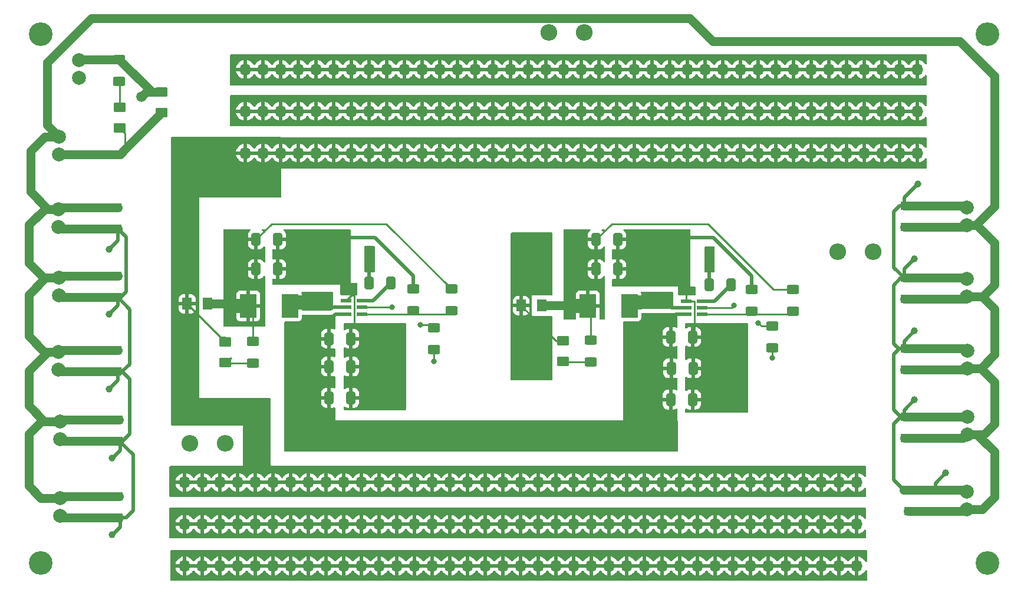
<source format=gbr>
%TF.GenerationSoftware,KiCad,Pcbnew,7.0.7+dfsg-1*%
%TF.CreationDate,2023-11-24T11:24:12-06:00*%
%TF.ProjectId,Power_Dist_Board,506f7765-725f-4446-9973-745f426f6172,rev?*%
%TF.SameCoordinates,Original*%
%TF.FileFunction,Copper,L1,Top*%
%TF.FilePolarity,Positive*%
%FSLAX46Y46*%
G04 Gerber Fmt 4.6, Leading zero omitted, Abs format (unit mm)*
G04 Created by KiCad (PCBNEW 7.0.7+dfsg-1) date 2023-11-24 11:24:12*
%MOMM*%
%LPD*%
G01*
G04 APERTURE LIST*
G04 Aperture macros list*
%AMRoundRect*
0 Rectangle with rounded corners*
0 $1 Rounding radius*
0 $2 $3 $4 $5 $6 $7 $8 $9 X,Y pos of 4 corners*
0 Add a 4 corners polygon primitive as box body*
4,1,4,$2,$3,$4,$5,$6,$7,$8,$9,$2,$3,0*
0 Add four circle primitives for the rounded corners*
1,1,$1+$1,$2,$3*
1,1,$1+$1,$4,$5*
1,1,$1+$1,$6,$7*
1,1,$1+$1,$8,$9*
0 Add four rect primitives between the rounded corners*
20,1,$1+$1,$2,$3,$4,$5,0*
20,1,$1+$1,$4,$5,$6,$7,0*
20,1,$1+$1,$6,$7,$8,$9,0*
20,1,$1+$1,$8,$9,$2,$3,0*%
G04 Aperture macros list end*
%TA.AperFunction,ComponentPad*%
%ADD10O,1.700000X1.700000*%
%TD*%
%TA.AperFunction,WasherPad*%
%ADD11C,3.400000*%
%TD*%
%TA.AperFunction,ComponentPad*%
%ADD12O,2.400000X2.400000*%
%TD*%
%TA.AperFunction,SMDPad,CuDef*%
%ADD13R,1.041400X1.193800*%
%TD*%
%TA.AperFunction,ComponentPad*%
%ADD14C,2.000000*%
%TD*%
%TA.AperFunction,SMDPad,CuDef*%
%ADD15RoundRect,0.250000X0.412500X0.650000X-0.412500X0.650000X-0.412500X-0.650000X0.412500X-0.650000X0*%
%TD*%
%TA.AperFunction,SMDPad,CuDef*%
%ADD16RoundRect,0.250000X-0.412500X-0.650000X0.412500X-0.650000X0.412500X0.650000X-0.412500X0.650000X0*%
%TD*%
%TA.AperFunction,SMDPad,CuDef*%
%ADD17R,2.350000X3.400001*%
%TD*%
%TA.AperFunction,SMDPad,CuDef*%
%ADD18RoundRect,0.250001X0.624999X-0.462499X0.624999X0.462499X-0.624999X0.462499X-0.624999X-0.462499X0*%
%TD*%
%TA.AperFunction,SMDPad,CuDef*%
%ADD19RoundRect,0.250000X-0.625000X0.400000X-0.625000X-0.400000X0.625000X-0.400000X0.625000X0.400000X0*%
%TD*%
%TA.AperFunction,SMDPad,CuDef*%
%ADD20RoundRect,0.250001X-0.462499X-0.624999X0.462499X-0.624999X0.462499X0.624999X-0.462499X0.624999X0*%
%TD*%
%TA.AperFunction,SMDPad,CuDef*%
%ADD21RoundRect,0.041300X-0.683700X-0.253700X0.683700X-0.253700X0.683700X0.253700X-0.683700X0.253700X0*%
%TD*%
%TA.AperFunction,SMDPad,CuDef*%
%ADD22RoundRect,0.250000X0.625000X-0.400000X0.625000X0.400000X-0.625000X0.400000X-0.625000X-0.400000X0*%
%TD*%
%TA.AperFunction,SMDPad,CuDef*%
%ADD23RoundRect,0.250001X-0.624999X0.462499X-0.624999X-0.462499X0.624999X-0.462499X0.624999X0.462499X0*%
%TD*%
%TA.AperFunction,ViaPad*%
%ADD24C,1.500000*%
%TD*%
%TA.AperFunction,ViaPad*%
%ADD25C,0.800000*%
%TD*%
%TA.AperFunction,ViaPad*%
%ADD26C,1.000000*%
%TD*%
%TA.AperFunction,Conductor*%
%ADD27C,0.250000*%
%TD*%
%TA.AperFunction,Conductor*%
%ADD28C,0.500000*%
%TD*%
%TA.AperFunction,Conductor*%
%ADD29C,1.250000*%
%TD*%
%TA.AperFunction,Conductor*%
%ADD30C,1.000000*%
%TD*%
%TA.AperFunction,Conductor*%
%ADD31C,2.000000*%
%TD*%
%TA.AperFunction,Conductor*%
%ADD32C,0.750000*%
%TD*%
G04 APERTURE END LIST*
D10*
%TO.P,J5,1,Pin_1*%
%TO.N,+3.3V*%
X217920000Y-41080000D03*
X215380000Y-41080000D03*
X212840000Y-41080000D03*
X210300000Y-41080000D03*
X207760000Y-41080000D03*
X205220000Y-41080000D03*
X202680000Y-41080000D03*
X200140000Y-41080000D03*
X197600000Y-41080000D03*
X195060000Y-41080000D03*
X192520000Y-41080000D03*
X189980000Y-41080000D03*
X187440000Y-41080000D03*
X184900000Y-41080000D03*
X182360000Y-41080000D03*
X179820000Y-41080000D03*
X177280000Y-41080000D03*
X174740000Y-41080000D03*
X172200000Y-41080000D03*
X169660000Y-41080000D03*
X167120000Y-41080000D03*
X164580000Y-41080000D03*
X162040000Y-41080000D03*
X159500000Y-41080000D03*
X156960000Y-41080000D03*
X154420000Y-41080000D03*
X151880000Y-41080000D03*
X149340000Y-41080000D03*
X146800000Y-41080000D03*
X144260000Y-41080000D03*
X141720000Y-41080000D03*
X139180000Y-41080000D03*
X136640000Y-41080000D03*
X134100000Y-41080000D03*
X131560000Y-41080000D03*
X129020000Y-41080000D03*
X126480000Y-41080000D03*
X123940000Y-41080000D03*
X121400000Y-41080000D03*
%TD*%
%TO.P,J7,1,Pin_1*%
%TO.N,GND*%
X217920000Y-35080000D03*
X215380000Y-35080000D03*
X212840000Y-35080000D03*
X210300000Y-35080000D03*
X207760000Y-35080000D03*
X205220000Y-35080000D03*
X202680000Y-35080000D03*
X200140000Y-35080000D03*
X197600000Y-35080000D03*
X195060000Y-35080000D03*
X192520000Y-35080000D03*
X189980000Y-35080000D03*
X187440000Y-35080000D03*
X184900000Y-35080000D03*
X182360000Y-35080000D03*
X179820000Y-35080000D03*
X177280000Y-35080000D03*
X174740000Y-35080000D03*
X172200000Y-35080000D03*
X169660000Y-35080000D03*
X167120000Y-35080000D03*
X164580000Y-35080000D03*
X162040000Y-35080000D03*
X159500000Y-35080000D03*
X156960000Y-35080000D03*
X154420000Y-35080000D03*
X151880000Y-35080000D03*
X149340000Y-35080000D03*
X146800000Y-35080000D03*
X144260000Y-35080000D03*
X141720000Y-35080000D03*
X139180000Y-35080000D03*
X136640000Y-35080000D03*
X134100000Y-35080000D03*
X131560000Y-35080000D03*
X129020000Y-35080000D03*
X126480000Y-35080000D03*
X123940000Y-35080000D03*
X121400000Y-35080000D03*
%TD*%
%TO.P,J6,1,Pin_1*%
%TO.N,GND*%
X209210000Y-94385000D03*
X206670000Y-94385000D03*
X204130000Y-94385000D03*
X201590000Y-94385000D03*
X199050000Y-94385000D03*
X196510000Y-94385000D03*
X193970000Y-94385000D03*
X191430000Y-94385000D03*
X188890000Y-94385000D03*
X186350000Y-94385000D03*
X183810000Y-94385000D03*
X181270000Y-94385000D03*
X178730000Y-94385000D03*
X176190000Y-94385000D03*
X173650000Y-94385000D03*
X171110000Y-94385000D03*
X168570000Y-94385000D03*
X166030000Y-94385000D03*
X163490000Y-94385000D03*
X160950000Y-94385000D03*
X158410000Y-94385000D03*
X155870000Y-94385000D03*
X153330000Y-94385000D03*
X150790000Y-94385000D03*
X148250000Y-94385000D03*
X145710000Y-94385000D03*
X143170000Y-94385000D03*
X140630000Y-94385000D03*
X138090000Y-94385000D03*
X135550000Y-94385000D03*
X133010000Y-94385000D03*
X130470000Y-94385000D03*
X127930000Y-94385000D03*
X125390000Y-94385000D03*
X122850000Y-94385000D03*
X120310000Y-94385000D03*
X117770000Y-94385000D03*
X115230000Y-94385000D03*
X112690000Y-94385000D03*
%TD*%
%TO.P,J3,1,Pin_1*%
%TO.N,+5V*%
X217920000Y-29080000D03*
X215380000Y-29080000D03*
X212840000Y-29080000D03*
X210300000Y-29080000D03*
X207760000Y-29080000D03*
X205220000Y-29080000D03*
X202680000Y-29080000D03*
X200140000Y-29080000D03*
X197600000Y-29080000D03*
X195060000Y-29080000D03*
X192520000Y-29080000D03*
X189980000Y-29080000D03*
X187440000Y-29080000D03*
X184900000Y-29080000D03*
X182360000Y-29080000D03*
X179820000Y-29080000D03*
X177280000Y-29080000D03*
X174740000Y-29080000D03*
X172200000Y-29080000D03*
X169660000Y-29080000D03*
X167120000Y-29080000D03*
X164580000Y-29080000D03*
X162040000Y-29080000D03*
X159500000Y-29080000D03*
X156960000Y-29080000D03*
X154420000Y-29080000D03*
X151880000Y-29080000D03*
X149340000Y-29080000D03*
X146800000Y-29080000D03*
X144260000Y-29080000D03*
X141720000Y-29080000D03*
X139180000Y-29080000D03*
X136640000Y-29080000D03*
X134100000Y-29080000D03*
X131560000Y-29080000D03*
X129020000Y-29080000D03*
X126480000Y-29080000D03*
X123940000Y-29080000D03*
X121400000Y-29080000D03*
%TD*%
%TO.P,J4,1,Pin_1*%
%TO.N,+3.3V*%
X209210000Y-88385000D03*
X206670000Y-88385000D03*
X204130000Y-88385000D03*
X201590000Y-88385000D03*
X199050000Y-88385000D03*
X196510000Y-88385000D03*
X193970000Y-88385000D03*
X191430000Y-88385000D03*
X188890000Y-88385000D03*
X186350000Y-88385000D03*
X183810000Y-88385000D03*
X181270000Y-88385000D03*
X178730000Y-88385000D03*
X176190000Y-88385000D03*
X173650000Y-88385000D03*
X171110000Y-88385000D03*
X168570000Y-88385000D03*
X166030000Y-88385000D03*
X163490000Y-88385000D03*
X160950000Y-88385000D03*
X158410000Y-88385000D03*
X155870000Y-88385000D03*
X153330000Y-88385000D03*
X150790000Y-88385000D03*
X148250000Y-88385000D03*
X145710000Y-88385000D03*
X143170000Y-88385000D03*
X140630000Y-88385000D03*
X138090000Y-88385000D03*
X135550000Y-88385000D03*
X133010000Y-88385000D03*
X130470000Y-88385000D03*
X127930000Y-88385000D03*
X125390000Y-88385000D03*
X122850000Y-88385000D03*
X120310000Y-88385000D03*
X117770000Y-88385000D03*
X115230000Y-88385000D03*
X112690000Y-88385000D03*
%TD*%
%TO.P,J2,1,Pin_1*%
%TO.N,+5V*%
X209210000Y-100385000D03*
X206670000Y-100385000D03*
X204130000Y-100385000D03*
X201590000Y-100385000D03*
X199050000Y-100385000D03*
X196510000Y-100385000D03*
X193970000Y-100385000D03*
X191430000Y-100385000D03*
X188890000Y-100385000D03*
X186350000Y-100385000D03*
X183810000Y-100385000D03*
X181270000Y-100385000D03*
X178730000Y-100385000D03*
X176190000Y-100385000D03*
X173650000Y-100385000D03*
X171110000Y-100385000D03*
X168570000Y-100385000D03*
X166030000Y-100385000D03*
X163490000Y-100385000D03*
X160950000Y-100385000D03*
X158410000Y-100385000D03*
X155870000Y-100385000D03*
X153330000Y-100385000D03*
X150790000Y-100385000D03*
X148250000Y-100385000D03*
X145710000Y-100385000D03*
X143170000Y-100385000D03*
X140630000Y-100385000D03*
X138090000Y-100385000D03*
X135550000Y-100385000D03*
X133010000Y-100385000D03*
X130470000Y-100385000D03*
X127930000Y-100385000D03*
X125390000Y-100385000D03*
X122850000Y-100385000D03*
X120310000Y-100385000D03*
X117770000Y-100385000D03*
X115230000Y-100385000D03*
X112690000Y-100385000D03*
%TD*%
D11*
%TO.P,REF\u002A\u002A,*%
%TO.N,*%
X228000000Y-100000000D03*
%TD*%
D12*
%TO.P,J9,1,Pin_1*%
%TO.N,GND*%
X206460000Y-55250000D03*
%TO.P,J9,2,Pin_2*%
X211540000Y-55250000D03*
%TD*%
D13*
%TO.P,D12,1,K*%
%TO.N,+12V*%
X216000000Y-82024000D03*
%TO.P,D12,2,A*%
%TO.N,GND*%
X216000000Y-78976000D03*
%TD*%
D14*
%TO.P,M3,1,+*%
%TO.N,+12V*%
X94781300Y-90608400D03*
%TO.P,M3,2,-*%
%TO.N,GND*%
X94781300Y-93148400D03*
%TD*%
D13*
%TO.P,D5,1,K*%
%TO.N,+12V*%
X216000000Y-51694250D03*
%TO.P,D5,2,A*%
%TO.N,GND*%
X216000000Y-48646250D03*
%TD*%
D15*
%TO.P,C8,1*%
%TO.N,GND*%
X136562500Y-71750000D03*
%TO.P,C8,2*%
%TO.N,/vin*%
X133437500Y-71750000D03*
%TD*%
D12*
%TO.P,J8,1,Pin_1*%
%TO.N,GND*%
X164960000Y-23750000D03*
%TO.P,J8,2,Pin_2*%
X170040000Y-23750000D03*
%TD*%
D14*
%TO.P,M7,1,+*%
%TO.N,+12V*%
X225000000Y-61726450D03*
%TO.P,M7,2,-*%
%TO.N,GND*%
X225000000Y-59186450D03*
%TD*%
%TO.P,M2,2,-*%
%TO.N,GND*%
X94579300Y-61546500D03*
%TO.P,M2,1,+*%
%TO.N,+12V*%
X94579300Y-59006500D03*
%TD*%
D16*
%TO.P,C3,1*%
%TO.N,/vout1*%
X171750000Y-57750000D03*
%TO.P,C3,2*%
%TO.N,GND*%
X174875000Y-57750000D03*
%TD*%
D11*
%TO.P,REF\u002A\u002A,*%
%TO.N,*%
X92000000Y-100000000D03*
%TD*%
D17*
%TO.P,L1,1,1*%
%TO.N,/vout1*%
X170550000Y-63049999D03*
%TO.P,L1,2,2*%
%TO.N,/sw1*%
X176550000Y-63049999D03*
%TD*%
D13*
%TO.P,D4,2,A*%
%TO.N,GND*%
X103047300Y-51946400D03*
%TO.P,D4,1,K*%
%TO.N,+12V*%
X103047300Y-48898400D03*
%TD*%
D14*
%TO.P,M8,1,+*%
%TO.N,+12V*%
X225072900Y-72000000D03*
%TO.P,M8,2,-*%
%TO.N,GND*%
X225072900Y-69460000D03*
%TD*%
D13*
%TO.P,D13,2,A*%
%TO.N,GND*%
X103281300Y-82422400D03*
%TO.P,D13,1,K*%
%TO.N,+12V*%
X103281300Y-79374400D03*
%TD*%
%TO.P,D9,1,K*%
%TO.N,+12V*%
X103281300Y-90374400D03*
%TO.P,D9,2,A*%
%TO.N,GND*%
X103281300Y-93422400D03*
%TD*%
D14*
%TO.P,M9,1,+*%
%TO.N,+12V*%
X225055700Y-81475100D03*
%TO.P,M9,2,-*%
%TO.N,GND*%
X225055700Y-78935100D03*
%TD*%
D15*
%TO.P,C4,1*%
%TO.N,GND*%
X185625000Y-67500000D03*
%TO.P,C4,2*%
%TO.N,/vin*%
X182500000Y-67500000D03*
%TD*%
D18*
%TO.P,D3,1,K*%
%TO.N,Net-(D3-K)*%
X103346875Y-37487500D03*
%TO.P,D3,2,A*%
%TO.N,Net-(D3-A)*%
X103346875Y-34512500D03*
%TD*%
D19*
%TO.P,R1,1*%
%TO.N,/vout1*%
X171000000Y-67950000D03*
%TO.P,R1,2*%
%TO.N,Net-(D1-A)*%
X171000000Y-71050000D03*
%TD*%
D15*
%TO.P,C9,1*%
%TO.N,GND*%
X185625000Y-76500000D03*
%TO.P,C9,2*%
%TO.N,/vin*%
X182500000Y-76500000D03*
%TD*%
D17*
%TO.P,L2,1,1*%
%TO.N,/vout2*%
X121800000Y-63049999D03*
%TO.P,L2,2,2*%
%TO.N,/sw2*%
X127800000Y-63049999D03*
%TD*%
D11*
%TO.P,REF\u002A\u002A,*%
%TO.N,*%
X228000000Y-24000000D03*
%TD*%
D16*
%TO.P,C1,1*%
%TO.N,/vout1*%
X171750000Y-53500000D03*
%TO.P,C1,2*%
%TO.N,GND*%
X174875000Y-53500000D03*
%TD*%
%TO.P,C12,1*%
%TO.N,/sw2*%
X139187500Y-59750000D03*
%TO.P,C12,2*%
%TO.N,/vbst2*%
X142312500Y-59750000D03*
%TD*%
D20*
%TO.P,F2,1*%
%TO.N,+3.3V*%
X113014500Y-62738000D03*
%TO.P,F2,2*%
%TO.N,/vout2*%
X115989500Y-62738000D03*
%TD*%
D21*
%TO.P,U1,1,GND*%
%TO.N,GND*%
X184707500Y-62353750D03*
%TO.P,U1,2,SW*%
%TO.N,/sw1*%
X184707500Y-63303750D03*
%TO.P,U1,3,VIN*%
%TO.N,/vin*%
X184707500Y-64253750D03*
%TO.P,U1,4,VFB*%
%TO.N,/vfb1*%
X187017500Y-64253750D03*
%TO.P,U1,5,EN*%
%TO.N,/en1*%
X187017500Y-63303750D03*
%TO.P,U1,6,VBST*%
%TO.N,/vbst1*%
X187017500Y-62353750D03*
%TD*%
D14*
%TO.P,J1,1,Pin_1*%
%TO.N,/vin*%
X97500000Y-27710000D03*
%TO.P,J1,2,Pin_2*%
%TO.N,GND*%
X97500000Y-30250000D03*
%TD*%
D13*
%TO.P,D7,2,A*%
%TO.N,GND*%
X103047300Y-61820500D03*
%TO.P,D7,1,K*%
%TO.N,+12V*%
X103047300Y-58772500D03*
%TD*%
D19*
%TO.P,R5,1*%
%TO.N,GND*%
X194062500Y-60700000D03*
%TO.P,R5,2*%
%TO.N,/vfb1*%
X194062500Y-63800000D03*
%TD*%
D22*
%TO.P,R7,1*%
%TO.N,/vfb1*%
X200062500Y-63800000D03*
%TO.P,R7,2*%
%TO.N,/vout1*%
X200062500Y-60700000D03*
%TD*%
D14*
%TO.P,M6,1,+*%
%TO.N,+12V*%
X225000000Y-92290000D03*
%TO.P,M6,2,-*%
%TO.N,GND*%
X225000000Y-89750000D03*
%TD*%
D16*
%TO.P,C5,1*%
%TO.N,/vout2*%
X122937500Y-57750000D03*
%TO.P,C5,2*%
%TO.N,GND*%
X126062500Y-57750000D03*
%TD*%
D12*
%TO.P,J10,1,Pin_1*%
%TO.N,GND*%
X113420000Y-82751829D03*
%TO.P,J10,2,Pin_2*%
X118500000Y-82751829D03*
%TD*%
D21*
%TO.P,U2,1,GND*%
%TO.N,GND*%
X135845000Y-62300000D03*
%TO.P,U2,2,SW*%
%TO.N,/sw2*%
X135845000Y-63250000D03*
%TO.P,U2,3,VIN*%
%TO.N,/vin*%
X135845000Y-64200000D03*
%TO.P,U2,4,VFB*%
%TO.N,/vfb2*%
X138155000Y-64200000D03*
%TO.P,U2,5,EN*%
%TO.N,/en2*%
X138155000Y-63250000D03*
%TO.P,U2,6,VBST*%
%TO.N,/vbst2*%
X138155000Y-62300000D03*
%TD*%
D20*
%TO.P,F1,1*%
%TO.N,+5V*%
X161012500Y-63000000D03*
%TO.P,F1,2*%
%TO.N,/vout1*%
X163987500Y-63000000D03*
%TD*%
D14*
%TO.P,M1,2,-*%
%TO.N,GND*%
X94547300Y-51672400D03*
%TO.P,M1,1,+*%
%TO.N,+12V*%
X94547300Y-49132400D03*
%TD*%
D11*
%TO.P,REF\u002A\u002A,*%
%TO.N,*%
X92000000Y-24000000D03*
%TD*%
D14*
%TO.P,M5,1,+*%
%TO.N,+12V*%
X225000000Y-51460250D03*
%TO.P,M5,2,-*%
%TO.N,GND*%
X225000000Y-48920250D03*
%TD*%
D19*
%TO.P,R2,2*%
%TO.N,Net-(D2-A)*%
X122500000Y-71250000D03*
%TO.P,R2,1*%
%TO.N,/vout2*%
X122500000Y-68150000D03*
%TD*%
%TO.P,R4,1*%
%TO.N,GND*%
X145500000Y-60600000D03*
%TO.P,R4,2*%
%TO.N,/vfb2*%
X145500000Y-63700000D03*
%TD*%
D13*
%TO.P,D8,1,K*%
%TO.N,+12V*%
X216000000Y-72234000D03*
%TO.P,D8,2,A*%
%TO.N,GND*%
X216000000Y-69186000D03*
%TD*%
D15*
%TO.P,C6,1*%
%TO.N,GND*%
X136562500Y-67750000D03*
%TO.P,C6,2*%
%TO.N,/vin*%
X133437500Y-67750000D03*
%TD*%
D13*
%TO.P,D6,1,K*%
%TO.N,+12V*%
X216500000Y-92524000D03*
%TO.P,D6,2,A*%
%TO.N,GND*%
X216500000Y-89476000D03*
%TD*%
D19*
%TO.P,R9,1*%
%TO.N,/en2*%
X148500000Y-66200000D03*
%TO.P,R9,2*%
%TO.N,/vin*%
X148500000Y-69300000D03*
%TD*%
D23*
%TO.P,D1,1,K*%
%TO.N,+5V*%
X167000000Y-68012500D03*
%TO.P,D1,2,A*%
%TO.N,Net-(D1-A)*%
X167000000Y-70987500D03*
%TD*%
D14*
%TO.P,SW1,1,A*%
%TO.N,+12V*%
X94581250Y-38710000D03*
%TO.P,SW1,2,B*%
%TO.N,Net-(D3-K)*%
X94581250Y-41250000D03*
%TD*%
D19*
%TO.P,R3,1*%
%TO.N,/vin*%
X103296875Y-27650000D03*
%TO.P,R3,2*%
%TO.N,Net-(D3-A)*%
X103296875Y-30750000D03*
%TD*%
D13*
%TO.P,D10,2,A*%
%TO.N,GND*%
X103047300Y-72460900D03*
%TO.P,D10,1,K*%
%TO.N,+12V*%
X103047300Y-69412900D03*
%TD*%
D15*
%TO.P,C7,1*%
%TO.N,GND*%
X185687500Y-72000000D03*
%TO.P,C7,2*%
%TO.N,/vin*%
X182562500Y-72000000D03*
%TD*%
D14*
%TO.P,M10,2,-*%
%TO.N,GND*%
X94781300Y-82148400D03*
%TO.P,M10,1,+*%
%TO.N,+12V*%
X94781300Y-79608400D03*
%TD*%
D15*
%TO.P,C10,1*%
%TO.N,GND*%
X136562500Y-76250000D03*
%TO.P,C10,2*%
%TO.N,/vin*%
X133437500Y-76250000D03*
%TD*%
D23*
%TO.P,F3,1*%
%TO.N,/vin*%
X109346875Y-32312500D03*
%TO.P,F3,2*%
%TO.N,Net-(D3-K)*%
X109346875Y-35287500D03*
%TD*%
%TO.P,D2,2,A*%
%TO.N,Net-(D2-A)*%
X118500000Y-71187500D03*
%TO.P,D2,1,K*%
%TO.N,+3.3V*%
X118500000Y-68212500D03*
%TD*%
D16*
%TO.P,C11,1*%
%TO.N,/sw1*%
X188000000Y-60000000D03*
%TO.P,C11,2*%
%TO.N,/vbst1*%
X191125000Y-60000000D03*
%TD*%
%TO.P,C2,1*%
%TO.N,/vout2*%
X122937500Y-53500000D03*
%TO.P,C2,2*%
%TO.N,GND*%
X126062500Y-53500000D03*
%TD*%
D22*
%TO.P,R6,1*%
%TO.N,/vfb2*%
X151000000Y-63700000D03*
%TO.P,R6,2*%
%TO.N,/vout2*%
X151000000Y-60600000D03*
%TD*%
D14*
%TO.P,M4,2,-*%
%TO.N,GND*%
X94563300Y-72186900D03*
%TO.P,M4,1,+*%
%TO.N,+12V*%
X94563300Y-69646900D03*
%TD*%
D13*
%TO.P,D11,1,K*%
%TO.N,+12V*%
X216000000Y-62068850D03*
%TO.P,D11,2,A*%
%TO.N,GND*%
X216000000Y-59020850D03*
%TD*%
D19*
%TO.P,R8,1*%
%TO.N,/en1*%
X197062500Y-65950000D03*
%TO.P,R8,2*%
%TO.N,/vin*%
X197062500Y-69050000D03*
%TD*%
D24*
%TO.N,/vin*%
X106500000Y-33000000D03*
D25*
%TO.N,GND*%
X142500000Y-76000000D03*
X139500000Y-76000000D03*
X142500000Y-73500000D03*
X139500000Y-73500000D03*
X142500000Y-69000000D03*
X139500000Y-69000000D03*
X142500000Y-67000000D03*
X139500000Y-67000000D03*
X191500000Y-75500000D03*
X188500000Y-75500000D03*
X191500000Y-72500000D03*
X188500000Y-72500000D03*
X191500000Y-67500000D03*
X188500000Y-67500000D03*
D24*
%TO.N,+5V*%
X161000000Y-55500000D03*
X164000000Y-71000000D03*
X161000000Y-71000000D03*
X162500000Y-53750000D03*
X162500000Y-72500000D03*
X164000000Y-55500000D03*
D25*
%TO.N,GND*%
X129250000Y-58000000D03*
D26*
X217500000Y-66608650D03*
X101781300Y-54898400D03*
D25*
X129250000Y-53500000D03*
X182500000Y-58000000D03*
X133250000Y-53500000D03*
X178500000Y-53500000D03*
X182500000Y-53500000D03*
D26*
X101781300Y-64210900D03*
X102281300Y-84898400D03*
X217500000Y-76500000D03*
X222000000Y-87000000D03*
X218000000Y-45500000D03*
X101781300Y-75000000D03*
D25*
X133250000Y-58000000D03*
D26*
X217500000Y-56250000D03*
X102281300Y-95898400D03*
D25*
X178500000Y-58000000D03*
%TO.N,/vin*%
X180562500Y-69500000D03*
D26*
X129250000Y-68500000D03*
D25*
X197062500Y-70500000D03*
D26*
X132000000Y-69750000D03*
X127500000Y-66750000D03*
D25*
X148500000Y-71000000D03*
%TO.N,/sw1*%
X188062500Y-56250000D03*
X181812500Y-62500000D03*
%TO.N,/sw2*%
X139250000Y-56187500D03*
X133000000Y-62437500D03*
%TO.N,/en1*%
X191562500Y-63000000D03*
X195062500Y-65500000D03*
%TO.N,/en2*%
X146500000Y-65750000D03*
X142500000Y-63250000D03*
%TD*%
D27*
%TO.N,+3.3V*%
X118500000Y-67512500D02*
X117789000Y-67512500D01*
X117789000Y-67512500D02*
X113014500Y-62738000D01*
D28*
%TO.N,/vin*%
X135845000Y-64200000D02*
X134300000Y-64200000D01*
X134300000Y-64200000D02*
X133000000Y-65500000D01*
D29*
%TO.N,Net-(D3-K)*%
X109346875Y-35287500D02*
X104067188Y-40567188D01*
X104067188Y-40567188D02*
X103384375Y-41250000D01*
D27*
X103346875Y-37487500D02*
X104067188Y-38207813D01*
X104067188Y-38207813D02*
X104067188Y-40567188D01*
D29*
%TO.N,/vin*%
X107187500Y-32312500D02*
X106500000Y-33000000D01*
X109346875Y-32312500D02*
X107187500Y-32312500D01*
%TO.N,Net-(D3-K)*%
X103384375Y-41250000D02*
X94581250Y-41250000D01*
%TO.N,/vin*%
X103296875Y-27650000D02*
X97560000Y-27650000D01*
X97560000Y-27650000D02*
X97500000Y-27710000D01*
X109346875Y-32312500D02*
X107959375Y-32312500D01*
X107959375Y-32312500D02*
X103296875Y-27650000D01*
%TO.N,+12V*%
X91415625Y-39915625D02*
X92621250Y-38710000D01*
X90531300Y-40799950D02*
X91415625Y-39915625D01*
X90531300Y-46648400D02*
X90531300Y-40799950D01*
D27*
%TO.N,GND*%
X137000000Y-61500000D02*
X137000000Y-66000000D01*
X136645000Y-61500000D02*
X135845000Y-62300000D01*
X137000000Y-61000000D02*
X137000000Y-61500000D01*
X137000000Y-61500000D02*
X136645000Y-61500000D01*
X136750000Y-60750000D02*
X137000000Y-61000000D01*
D28*
X135845000Y-62300000D02*
X136300000Y-62300000D01*
D27*
X184707500Y-62353750D02*
X184707500Y-60792500D01*
X185000000Y-60500000D02*
X184707500Y-60792500D01*
D29*
%TO.N,+12V*%
X225000000Y-51460250D02*
X226289750Y-51460250D01*
X226289750Y-51460250D02*
X229000000Y-48750000D01*
X229000000Y-30000000D02*
X224000000Y-25000000D01*
X229000000Y-48750000D02*
X229000000Y-30000000D01*
X92935625Y-37064375D02*
X94581250Y-38710000D01*
X224000000Y-25000000D02*
X188500000Y-25000000D01*
X185225000Y-21725000D02*
X99275000Y-21725000D01*
X188500000Y-25000000D02*
X185225000Y-21725000D01*
X99275000Y-21725000D02*
X92935625Y-28064375D01*
X92935625Y-28064375D02*
X92935625Y-37064375D01*
D27*
%TO.N,+5V*%
X166025000Y-68012500D02*
X161012500Y-63000000D01*
X167000000Y-68012500D02*
X166025000Y-68012500D01*
D28*
%TO.N,GND*%
X188562500Y-53250000D02*
X183812500Y-53250000D01*
X103047300Y-72460900D02*
X103718800Y-72460900D01*
X145500000Y-58750000D02*
X140000000Y-53250000D01*
X214500000Y-57520850D02*
X214500000Y-49500000D01*
X194062500Y-60700000D02*
X194062500Y-58750000D01*
X103502454Y-61820500D02*
X104281300Y-61041654D01*
D27*
X185812500Y-62353750D02*
X185862500Y-62403750D01*
D29*
X216000000Y-69186000D02*
X224798900Y-69186000D01*
X103281300Y-82422400D02*
X95055300Y-82422400D01*
D28*
X216000000Y-68108650D02*
X217500000Y-66608650D01*
D29*
X224726000Y-89476000D02*
X225000000Y-89750000D01*
D28*
X214500000Y-80020846D02*
X215544846Y-78976000D01*
X220500000Y-89577350D02*
X220500000Y-88500000D01*
X214500000Y-68500000D02*
X214500000Y-60065696D01*
X214500000Y-88000000D02*
X214500000Y-80020846D01*
X103414300Y-82531400D02*
X103414300Y-83765400D01*
X103047300Y-61820500D02*
X103047300Y-62944900D01*
X105281300Y-84422400D02*
X105281300Y-92398400D01*
D27*
X185862500Y-67241250D02*
X185862500Y-62403750D01*
D29*
X94853300Y-61820500D02*
X94579300Y-61546500D01*
D28*
X216000000Y-48646250D02*
X216000000Y-47500000D01*
X216000000Y-59020850D02*
X216000000Y-57750000D01*
D29*
X216500000Y-89476000D02*
X215976000Y-89476000D01*
D28*
X104781300Y-73523400D02*
X104781300Y-81398400D01*
X215314000Y-69186000D02*
X215186000Y-69186000D01*
D29*
X225014800Y-78976000D02*
X225055700Y-78935100D01*
X103281300Y-93422400D02*
X95055300Y-93422400D01*
D28*
X215544846Y-78976000D02*
X214500000Y-77931154D01*
X215544846Y-59020850D02*
X216000000Y-59020850D01*
X103805300Y-93422400D02*
X103281300Y-93422400D01*
X214500000Y-60065696D02*
X215544846Y-59020850D01*
X103414300Y-93531400D02*
X103414300Y-94765400D01*
X215353750Y-48646250D02*
X216000000Y-48646250D01*
X103718800Y-72460900D02*
X104781300Y-73523400D01*
X104281300Y-61041654D02*
X104281300Y-53180400D01*
X104281300Y-53180400D02*
X103047300Y-51946400D01*
D30*
X94837300Y-72460900D02*
X94563300Y-72186900D01*
D29*
X216500000Y-89476000D02*
X224726000Y-89476000D01*
D28*
X215544846Y-78976000D02*
X216000000Y-78976000D01*
X103281300Y-82422400D02*
X105281300Y-84422400D01*
X214500000Y-77931154D02*
X214500000Y-70000000D01*
X216000000Y-59020850D02*
X214500000Y-57520850D01*
X216000000Y-47500000D02*
X218000000Y-45500000D01*
X215314000Y-69186000D02*
X216000000Y-69186000D01*
X215186000Y-69186000D02*
X214500000Y-68500000D01*
D29*
X224726000Y-48646250D02*
X225000000Y-48920250D01*
D28*
X104781300Y-81398400D02*
X103757300Y-82422400D01*
X103047300Y-53632400D02*
X101781300Y-54898400D01*
X140000000Y-53250000D02*
X135000000Y-53250000D01*
D29*
X95055300Y-93422400D02*
X94781300Y-93148400D01*
D28*
X145500000Y-60600000D02*
X145500000Y-58750000D01*
X216000000Y-79077350D02*
X216000000Y-78000000D01*
X194062500Y-58750000D02*
X188562500Y-53250000D01*
X103047300Y-72460900D02*
X103047300Y-73694900D01*
X216000000Y-78000000D02*
X217500000Y-76500000D01*
X214500000Y-49500000D02*
X215353750Y-48646250D01*
D29*
X216000000Y-59020850D02*
X224834400Y-59020850D01*
X103047300Y-61820500D02*
X94853300Y-61820500D01*
D28*
X104781300Y-71398400D02*
X104781300Y-63554500D01*
X103047300Y-51946400D02*
X103047300Y-53632400D01*
D29*
X95055300Y-82422400D02*
X94781300Y-82148400D01*
D28*
X105281300Y-92398400D02*
X104257300Y-93422400D01*
X216000000Y-69186000D02*
X216000000Y-68108650D01*
X104257300Y-93422400D02*
X103805300Y-93422400D01*
X103414300Y-94765400D02*
X102148300Y-96031400D01*
X216000000Y-57750000D02*
X217500000Y-56250000D01*
D29*
X224834400Y-59020850D02*
X225000000Y-59186450D01*
X103047300Y-72460900D02*
X94837300Y-72460900D01*
D28*
X104781300Y-63554500D02*
X103047300Y-61820500D01*
D29*
X216000000Y-48646250D02*
X224726000Y-48646250D01*
D28*
X215976000Y-89476000D02*
X214500000Y-88000000D01*
X103414300Y-83765400D02*
X102148300Y-85031400D01*
D29*
X94821300Y-51946400D02*
X94547300Y-51672400D01*
D27*
X184707500Y-62353750D02*
X185812500Y-62353750D01*
D28*
X103757300Y-82422400D02*
X103281300Y-82422400D01*
X103718800Y-72460900D02*
X104781300Y-71398400D01*
X103047300Y-73694900D02*
X101781300Y-74960900D01*
D29*
X103047300Y-51946400D02*
X94821300Y-51946400D01*
X216000000Y-78976000D02*
X225014800Y-78976000D01*
D28*
X103047300Y-61820500D02*
X103502454Y-61820500D01*
D29*
X224798900Y-69186000D02*
X225072900Y-69460000D01*
D28*
X103047300Y-62944900D02*
X101781300Y-64210900D01*
X220500000Y-88500000D02*
X222000000Y-87000000D01*
X214500000Y-70000000D02*
X215314000Y-69186000D01*
%TO.N,+3.3V*%
X113012500Y-62740000D02*
X113014500Y-62738000D01*
%TO.N,/vin*%
X184707500Y-64253750D02*
X183208750Y-64253750D01*
D27*
X197062500Y-69050000D02*
X197062500Y-70500000D01*
X148500000Y-69300000D02*
X148500000Y-71000000D01*
D28*
X183208750Y-64253750D02*
X183062500Y-64400000D01*
D31*
%TO.N,/sw1*%
X177399999Y-62500000D02*
X178100000Y-62500000D01*
D28*
X188000000Y-60000000D02*
X188000000Y-58062500D01*
D27*
X188000000Y-58062500D02*
X188062500Y-58000000D01*
D28*
X184707500Y-63303750D02*
X182616250Y-63303750D01*
X182616250Y-63303750D02*
X182312500Y-63000000D01*
%TO.N,/vbst1*%
X187017500Y-62353750D02*
X188771250Y-62353750D01*
X188771250Y-62353750D02*
X191125000Y-60000000D01*
D31*
%TO.N,/sw2*%
X127799999Y-62500000D02*
X130700000Y-62500000D01*
D28*
X139187500Y-59687500D02*
X139187500Y-57750000D01*
X135895000Y-63241250D02*
X133803750Y-63241250D01*
X133803750Y-63241250D02*
X133500000Y-62937500D01*
%TO.N,/vbst2*%
X139762500Y-62300000D02*
X142312500Y-59750000D01*
X138155000Y-62300000D02*
X139762500Y-62300000D01*
D27*
%TO.N,/vfb2*%
X138155000Y-64200000D02*
X145000000Y-64200000D01*
X138155000Y-64200000D02*
X150500000Y-64200000D01*
X145000000Y-64200000D02*
X145500000Y-63700000D01*
X150500000Y-64200000D02*
X151000000Y-63700000D01*
%TO.N,/vfb1*%
X199608750Y-64253750D02*
X200062500Y-63800000D01*
X187017500Y-64253750D02*
X193608750Y-64253750D01*
X187017500Y-64253750D02*
X199608750Y-64253750D01*
X193608750Y-64253750D02*
X194062500Y-63800000D01*
%TO.N,/en1*%
X197062500Y-65950000D02*
X195512500Y-65950000D01*
X187017500Y-63303750D02*
X191258750Y-63303750D01*
X191258750Y-63303750D02*
X191562500Y-63000000D01*
X195512500Y-65950000D02*
X195062500Y-65500000D01*
%TO.N,/en2*%
X138155000Y-63250000D02*
X142500000Y-63250000D01*
X148050000Y-65750000D02*
X146500000Y-65750000D01*
X148500000Y-66200000D02*
X148050000Y-65750000D01*
%TO.N,/vout1*%
X174000000Y-51250000D02*
X171750000Y-53500000D01*
X200062500Y-60700000D02*
X197262500Y-60700000D01*
D31*
X170250000Y-63049999D02*
X168049999Y-63049999D01*
D29*
X163987500Y-63000000D02*
X168000000Y-63000000D01*
D32*
X168000000Y-63000000D02*
X168500000Y-63000000D01*
D27*
X168049999Y-63049999D02*
X168000000Y-63000000D01*
X197262500Y-60700000D02*
X187812500Y-51250000D01*
X171000000Y-67950000D02*
X171000000Y-64500000D01*
X187812500Y-51250000D02*
X174000000Y-51250000D01*
X171000000Y-64500000D02*
X171000000Y-64000000D01*
D31*
%TO.N,/vout2*%
X121800000Y-63049999D02*
X119799999Y-63049999D01*
D27*
X141650000Y-51250000D02*
X125187500Y-51250000D01*
X122500000Y-67450000D02*
X122500000Y-64500000D01*
D29*
X115989500Y-62738000D02*
X119488000Y-62738000D01*
D27*
X151000000Y-60600000D02*
X141650000Y-51250000D01*
X125187500Y-51250000D02*
X122937500Y-53500000D01*
%TO.N,Net-(D1-A)*%
X167062500Y-71050000D02*
X167000000Y-70987500D01*
X171000000Y-71050000D02*
X167062500Y-71050000D01*
D29*
%TO.N,+12V*%
X90281300Y-56898400D02*
X92389400Y-59006500D01*
X224506800Y-82024000D02*
X225055700Y-81475100D01*
X229000000Y-63500000D02*
X229000000Y-70000000D01*
X92389400Y-59006500D02*
X94579300Y-59006500D01*
X94547300Y-49132400D02*
X93015300Y-49132400D01*
X90281300Y-61398400D02*
X90281300Y-67398400D01*
X94563300Y-69646900D02*
X93032800Y-69646900D01*
X229000000Y-80000000D02*
X227500000Y-81500000D01*
X226460250Y-51460250D02*
X229000000Y-54000000D01*
X225055700Y-81475100D02*
X226475100Y-81475100D01*
X229000000Y-70000000D02*
X227000000Y-72000000D01*
X224766000Y-92524000D02*
X216500000Y-92524000D01*
X229000000Y-54000000D02*
X229000000Y-60000000D01*
X224838900Y-72234000D02*
X225072900Y-72000000D01*
X92673200Y-59006500D02*
X90281300Y-61398400D01*
X90281300Y-72398400D02*
X90281300Y-77398400D01*
X216000000Y-62068850D02*
X224657600Y-62068850D01*
X94547300Y-49132400D02*
X92547300Y-49132400D01*
X94781300Y-79608400D02*
X92071300Y-79608400D01*
X227500000Y-81500000D02*
X227475100Y-81475100D01*
X224657600Y-62068850D02*
X225000000Y-61726450D01*
X229000000Y-90500000D02*
X227210000Y-92290000D01*
X92621250Y-38710000D02*
X94581250Y-38710000D01*
X94781300Y-79608400D02*
X95015300Y-79374400D01*
X225000000Y-92290000D02*
X224766000Y-92524000D01*
X94579300Y-59006500D02*
X92673200Y-59006500D01*
X226475100Y-81475100D02*
X229000000Y-84000000D01*
X216000000Y-51694250D02*
X224766000Y-51694250D01*
X90281300Y-51398400D02*
X90281300Y-56898400D01*
X225000000Y-61726450D02*
X227226450Y-61726450D01*
X227475100Y-81475100D02*
X225055700Y-81475100D01*
X92491300Y-79608400D02*
X94781300Y-79608400D01*
X92547300Y-49132400D02*
X90281300Y-51398400D01*
X92071300Y-79608400D02*
X90281300Y-81398400D01*
X90281300Y-67398400D02*
X92529800Y-69646900D01*
X94781300Y-90608400D02*
X95015300Y-90374400D01*
X227273550Y-61726450D02*
X225000000Y-61726450D01*
X93015300Y-49132400D02*
X90531300Y-46648400D01*
X94813300Y-58772500D02*
X94579300Y-59006500D01*
X94797300Y-69412900D02*
X94563300Y-69646900D01*
X90281300Y-77398400D02*
X92491300Y-79608400D01*
X103047300Y-48898400D02*
X94781300Y-48898400D01*
X227000000Y-72000000D02*
X225072900Y-72000000D01*
X103047300Y-58772500D02*
X94813300Y-58772500D01*
X95015300Y-79374400D02*
X103281300Y-79374400D01*
X229000000Y-60000000D02*
X227273550Y-61726450D01*
X91991300Y-90608400D02*
X94781300Y-90608400D01*
X216000000Y-72234000D02*
X224838900Y-72234000D01*
X92529800Y-69646900D02*
X94563300Y-69646900D01*
X90281300Y-81398400D02*
X90281300Y-88898400D01*
X229000000Y-74000000D02*
X229000000Y-80000000D01*
X224766000Y-51694250D02*
X225000000Y-51460250D01*
X229000000Y-84000000D02*
X229000000Y-90500000D01*
X90281300Y-88898400D02*
X91991300Y-90608400D01*
X95015300Y-90374400D02*
X103281300Y-90374400D01*
X227226450Y-61726450D02*
X229000000Y-63500000D01*
X103047300Y-69412900D02*
X94797300Y-69412900D01*
X216000000Y-82024000D02*
X224506800Y-82024000D01*
X93032800Y-69646900D02*
X90281300Y-72398400D01*
X94781300Y-48898400D02*
X94547300Y-49132400D01*
X225000000Y-51460250D02*
X226460250Y-51460250D01*
X227210000Y-92290000D02*
X225000000Y-92290000D01*
X227000000Y-72000000D02*
X229000000Y-74000000D01*
D27*
%TO.N,Net-(D2-A)*%
X119312500Y-70550000D02*
X119250000Y-70487500D01*
X122500000Y-71250000D02*
X119312500Y-71250000D01*
%TO.N,Net-(D3-A)*%
X103346875Y-34512500D02*
X103346875Y-30800000D01*
%TD*%
%TA.AperFunction,Conductor*%
%TO.N,+5V*%
G36*
X210599121Y-98115002D02*
G01*
X210645614Y-98168658D01*
X210657000Y-98221000D01*
X210657000Y-99702236D01*
X210636998Y-99770357D01*
X210583342Y-99816850D01*
X210513068Y-99826954D01*
X210448488Y-99797460D01*
X210415613Y-99752851D01*
X210408418Y-99736449D01*
X210285325Y-99548041D01*
X210132902Y-99382465D01*
X209955301Y-99244232D01*
X209955300Y-99244231D01*
X209757371Y-99137117D01*
X209757369Y-99137116D01*
X209544512Y-99064043D01*
X209544501Y-99064040D01*
X209463999Y-99050606D01*
X209463999Y-99770966D01*
X209443997Y-99839087D01*
X209390341Y-99885580D01*
X209320069Y-99895683D01*
X209320067Y-99895683D01*
X209245768Y-99885000D01*
X209245763Y-99885000D01*
X209174237Y-99885000D01*
X209174231Y-99885000D01*
X209099932Y-99895683D01*
X209029658Y-99885580D01*
X208976002Y-99839087D01*
X208956000Y-99770966D01*
X208956000Y-99050607D01*
X208955999Y-99050606D01*
X208875498Y-99064040D01*
X208875487Y-99064043D01*
X208662630Y-99137116D01*
X208662628Y-99137117D01*
X208464699Y-99244231D01*
X208464698Y-99244232D01*
X208287097Y-99382465D01*
X208134674Y-99548042D01*
X208045483Y-99684559D01*
X207991479Y-99730647D01*
X207921131Y-99740222D01*
X207856774Y-99710244D01*
X207834517Y-99684559D01*
X207745325Y-99548042D01*
X207592902Y-99382465D01*
X207415301Y-99244232D01*
X207415300Y-99244231D01*
X207217371Y-99137117D01*
X207217369Y-99137116D01*
X207004512Y-99064043D01*
X207004501Y-99064040D01*
X206924000Y-99050606D01*
X206924000Y-99770966D01*
X206903998Y-99839087D01*
X206850342Y-99885580D01*
X206780069Y-99895683D01*
X206780068Y-99895683D01*
X206705768Y-99885000D01*
X206705763Y-99885000D01*
X206634237Y-99885000D01*
X206559929Y-99895683D01*
X206489657Y-99885580D01*
X206436001Y-99839087D01*
X206415999Y-99770966D01*
X206415999Y-99050606D01*
X206335498Y-99064040D01*
X206335487Y-99064043D01*
X206122630Y-99137116D01*
X206122628Y-99137117D01*
X205924699Y-99244231D01*
X205924698Y-99244232D01*
X205747097Y-99382465D01*
X205594674Y-99548042D01*
X205505483Y-99684559D01*
X205451479Y-99730647D01*
X205381131Y-99740222D01*
X205316774Y-99710244D01*
X205294517Y-99684559D01*
X205205325Y-99548042D01*
X205052902Y-99382465D01*
X204875301Y-99244232D01*
X204875300Y-99244231D01*
X204677371Y-99137117D01*
X204677369Y-99137116D01*
X204464512Y-99064043D01*
X204464501Y-99064040D01*
X204384000Y-99050606D01*
X204384000Y-99770966D01*
X204363998Y-99839087D01*
X204310342Y-99885580D01*
X204240069Y-99895683D01*
X204240068Y-99895683D01*
X204165768Y-99885000D01*
X204165763Y-99885000D01*
X204094237Y-99885000D01*
X204094231Y-99885000D01*
X204019932Y-99895683D01*
X203949658Y-99885580D01*
X203896002Y-99839087D01*
X203876000Y-99770966D01*
X203876000Y-99050607D01*
X203875999Y-99050606D01*
X203795498Y-99064040D01*
X203795487Y-99064043D01*
X203582630Y-99137116D01*
X203582628Y-99137117D01*
X203384699Y-99244231D01*
X203384698Y-99244232D01*
X203207097Y-99382465D01*
X203054674Y-99548042D01*
X202965483Y-99684559D01*
X202911479Y-99730647D01*
X202841131Y-99740222D01*
X202776774Y-99710244D01*
X202754517Y-99684559D01*
X202665325Y-99548042D01*
X202512902Y-99382465D01*
X202335301Y-99244232D01*
X202335300Y-99244231D01*
X202137371Y-99137117D01*
X202137369Y-99137116D01*
X201924512Y-99064043D01*
X201924501Y-99064040D01*
X201844000Y-99050606D01*
X201844000Y-99770966D01*
X201823998Y-99839087D01*
X201770342Y-99885580D01*
X201700069Y-99895683D01*
X201700068Y-99895683D01*
X201625768Y-99885000D01*
X201625763Y-99885000D01*
X201554237Y-99885000D01*
X201479929Y-99895683D01*
X201409657Y-99885580D01*
X201356001Y-99839087D01*
X201335999Y-99770966D01*
X201335999Y-99050607D01*
X201335998Y-99050606D01*
X201255484Y-99064043D01*
X201042631Y-99137116D01*
X201042628Y-99137117D01*
X200844699Y-99244231D01*
X200844698Y-99244232D01*
X200667097Y-99382465D01*
X200514674Y-99548042D01*
X200425483Y-99684559D01*
X200371479Y-99730647D01*
X200301131Y-99740222D01*
X200236774Y-99710244D01*
X200214517Y-99684559D01*
X200125325Y-99548042D01*
X199972902Y-99382465D01*
X199795301Y-99244232D01*
X199795300Y-99244231D01*
X199597371Y-99137117D01*
X199597369Y-99137116D01*
X199384512Y-99064043D01*
X199384501Y-99064040D01*
X199304000Y-99050606D01*
X199303999Y-99050607D01*
X199303999Y-99770966D01*
X199283997Y-99839087D01*
X199230341Y-99885580D01*
X199160067Y-99895683D01*
X199085768Y-99885000D01*
X199085763Y-99885000D01*
X199014237Y-99885000D01*
X199014231Y-99885000D01*
X198939932Y-99895683D01*
X198869658Y-99885580D01*
X198816002Y-99839087D01*
X198796000Y-99770966D01*
X198796000Y-99050606D01*
X198715498Y-99064040D01*
X198715487Y-99064043D01*
X198502630Y-99137116D01*
X198502628Y-99137117D01*
X198304699Y-99244231D01*
X198304698Y-99244232D01*
X198127097Y-99382465D01*
X197974670Y-99548045D01*
X197885481Y-99684559D01*
X197831478Y-99730647D01*
X197761130Y-99740222D01*
X197696772Y-99710244D01*
X197674516Y-99684558D01*
X197585327Y-99548044D01*
X197432902Y-99382465D01*
X197255301Y-99244232D01*
X197255300Y-99244231D01*
X197057371Y-99137117D01*
X197057369Y-99137116D01*
X196844512Y-99064043D01*
X196844501Y-99064040D01*
X196764000Y-99050606D01*
X196764000Y-99770966D01*
X196743998Y-99839087D01*
X196690342Y-99885580D01*
X196620069Y-99895683D01*
X196620068Y-99895683D01*
X196545768Y-99885000D01*
X196545763Y-99885000D01*
X196474237Y-99885000D01*
X196474231Y-99885000D01*
X196399932Y-99895683D01*
X196329658Y-99885580D01*
X196276002Y-99839087D01*
X196256000Y-99770966D01*
X196256000Y-99050607D01*
X196255999Y-99050606D01*
X196175498Y-99064040D01*
X196175487Y-99064043D01*
X195962630Y-99137116D01*
X195962628Y-99137117D01*
X195764699Y-99244231D01*
X195764698Y-99244232D01*
X195587097Y-99382465D01*
X195434674Y-99548042D01*
X195345483Y-99684559D01*
X195291479Y-99730647D01*
X195221131Y-99740222D01*
X195156774Y-99710244D01*
X195134517Y-99684559D01*
X195045325Y-99548042D01*
X194892902Y-99382465D01*
X194715301Y-99244232D01*
X194715300Y-99244231D01*
X194517371Y-99137117D01*
X194517369Y-99137116D01*
X194304512Y-99064043D01*
X194304501Y-99064040D01*
X194224000Y-99050606D01*
X194224000Y-99770966D01*
X194203998Y-99839087D01*
X194150342Y-99885580D01*
X194080069Y-99895683D01*
X194080068Y-99895683D01*
X194005768Y-99885000D01*
X194005763Y-99885000D01*
X193934237Y-99885000D01*
X193934231Y-99885000D01*
X193859932Y-99895683D01*
X193789658Y-99885580D01*
X193736002Y-99839087D01*
X193716000Y-99770966D01*
X193716000Y-99050607D01*
X193715999Y-99050606D01*
X193635498Y-99064040D01*
X193635487Y-99064043D01*
X193422630Y-99137116D01*
X193422628Y-99137117D01*
X193224699Y-99244231D01*
X193224698Y-99244232D01*
X193047097Y-99382465D01*
X192894674Y-99548042D01*
X192805483Y-99684559D01*
X192751479Y-99730647D01*
X192681131Y-99740222D01*
X192616774Y-99710244D01*
X192594517Y-99684559D01*
X192505325Y-99548042D01*
X192352902Y-99382465D01*
X192175301Y-99244232D01*
X192175300Y-99244231D01*
X191977371Y-99137117D01*
X191977369Y-99137116D01*
X191764512Y-99064043D01*
X191764501Y-99064040D01*
X191684000Y-99050606D01*
X191684000Y-99770966D01*
X191663998Y-99839087D01*
X191610342Y-99885580D01*
X191540069Y-99895683D01*
X191540068Y-99895683D01*
X191465768Y-99885000D01*
X191465763Y-99885000D01*
X191394237Y-99885000D01*
X191394231Y-99885000D01*
X191319932Y-99895683D01*
X191249658Y-99885580D01*
X191196002Y-99839087D01*
X191176000Y-99770966D01*
X191176000Y-99050606D01*
X191095498Y-99064040D01*
X191095487Y-99064043D01*
X190882630Y-99137116D01*
X190882628Y-99137117D01*
X190684699Y-99244231D01*
X190684698Y-99244232D01*
X190507097Y-99382465D01*
X190354670Y-99548045D01*
X190265481Y-99684559D01*
X190211478Y-99730647D01*
X190141130Y-99740222D01*
X190076772Y-99710244D01*
X190054516Y-99684558D01*
X189965327Y-99548044D01*
X189812902Y-99382465D01*
X189635301Y-99244232D01*
X189635300Y-99244231D01*
X189437371Y-99137117D01*
X189437369Y-99137116D01*
X189224512Y-99064043D01*
X189224501Y-99064040D01*
X189144000Y-99050606D01*
X189144000Y-99770966D01*
X189123998Y-99839087D01*
X189070342Y-99885580D01*
X189000069Y-99895683D01*
X189000068Y-99895683D01*
X188925768Y-99885000D01*
X188925763Y-99885000D01*
X188854237Y-99885000D01*
X188854231Y-99885000D01*
X188779932Y-99895683D01*
X188709658Y-99885580D01*
X188656002Y-99839087D01*
X188636000Y-99770966D01*
X188636000Y-99050607D01*
X188635999Y-99050606D01*
X188555498Y-99064040D01*
X188555487Y-99064043D01*
X188342630Y-99137116D01*
X188342628Y-99137117D01*
X188144699Y-99244231D01*
X188144698Y-99244232D01*
X187967097Y-99382465D01*
X187814674Y-99548042D01*
X187725483Y-99684559D01*
X187671479Y-99730647D01*
X187601131Y-99740222D01*
X187536774Y-99710244D01*
X187514517Y-99684559D01*
X187425325Y-99548042D01*
X187272902Y-99382465D01*
X187095301Y-99244232D01*
X187095300Y-99244231D01*
X186897371Y-99137117D01*
X186897369Y-99137116D01*
X186684512Y-99064043D01*
X186684501Y-99064040D01*
X186604000Y-99050606D01*
X186604000Y-99770966D01*
X186583998Y-99839087D01*
X186530342Y-99885580D01*
X186460069Y-99895683D01*
X186460068Y-99895683D01*
X186385768Y-99885000D01*
X186385763Y-99885000D01*
X186314237Y-99885000D01*
X186314231Y-99885000D01*
X186239932Y-99895683D01*
X186169658Y-99885580D01*
X186116002Y-99839087D01*
X186096000Y-99770966D01*
X186096000Y-99050607D01*
X186095999Y-99050606D01*
X186015498Y-99064040D01*
X186015487Y-99064043D01*
X185802630Y-99137116D01*
X185802628Y-99137117D01*
X185604699Y-99244231D01*
X185604698Y-99244232D01*
X185427097Y-99382465D01*
X185274674Y-99548042D01*
X185185483Y-99684559D01*
X185131479Y-99730647D01*
X185061131Y-99740222D01*
X184996774Y-99710244D01*
X184974517Y-99684559D01*
X184885325Y-99548042D01*
X184732902Y-99382465D01*
X184555301Y-99244232D01*
X184555300Y-99244231D01*
X184357371Y-99137117D01*
X184357369Y-99137116D01*
X184144512Y-99064043D01*
X184144501Y-99064040D01*
X184064000Y-99050606D01*
X184064000Y-99770966D01*
X184043998Y-99839087D01*
X183990342Y-99885580D01*
X183920069Y-99895683D01*
X183920068Y-99895683D01*
X183845768Y-99885000D01*
X183845763Y-99885000D01*
X183774237Y-99885000D01*
X183774231Y-99885000D01*
X183699932Y-99895683D01*
X183629658Y-99885580D01*
X183576002Y-99839087D01*
X183556000Y-99770966D01*
X183556000Y-99050606D01*
X183555999Y-99050606D01*
X183475498Y-99064040D01*
X183475487Y-99064043D01*
X183262630Y-99137116D01*
X183262628Y-99137117D01*
X183064699Y-99244231D01*
X183064698Y-99244232D01*
X182887097Y-99382465D01*
X182734674Y-99548042D01*
X182645483Y-99684559D01*
X182591479Y-99730647D01*
X182521131Y-99740222D01*
X182456774Y-99710244D01*
X182434517Y-99684559D01*
X182345325Y-99548042D01*
X182192902Y-99382465D01*
X182015301Y-99244232D01*
X182015300Y-99244231D01*
X181817371Y-99137117D01*
X181817369Y-99137116D01*
X181604512Y-99064043D01*
X181604501Y-99064040D01*
X181524000Y-99050606D01*
X181524000Y-99770966D01*
X181503998Y-99839087D01*
X181450342Y-99885580D01*
X181380069Y-99895683D01*
X181380068Y-99895683D01*
X181305768Y-99885000D01*
X181305763Y-99885000D01*
X181234237Y-99885000D01*
X181159929Y-99895683D01*
X181089657Y-99885580D01*
X181036001Y-99839087D01*
X181015999Y-99770966D01*
X181015999Y-99050606D01*
X180935498Y-99064040D01*
X180935487Y-99064043D01*
X180722630Y-99137116D01*
X180722628Y-99137117D01*
X180524699Y-99244231D01*
X180524698Y-99244232D01*
X180347097Y-99382465D01*
X180194674Y-99548042D01*
X180105483Y-99684559D01*
X180051479Y-99730647D01*
X179981131Y-99740222D01*
X179916774Y-99710244D01*
X179894517Y-99684559D01*
X179805325Y-99548042D01*
X179652902Y-99382465D01*
X179475301Y-99244232D01*
X179475300Y-99244231D01*
X179277371Y-99137117D01*
X179277369Y-99137116D01*
X179064512Y-99064043D01*
X179064501Y-99064040D01*
X178984000Y-99050606D01*
X178984000Y-99770966D01*
X178963998Y-99839087D01*
X178910342Y-99885580D01*
X178840069Y-99895683D01*
X178840068Y-99895683D01*
X178765768Y-99885000D01*
X178765763Y-99885000D01*
X178694237Y-99885000D01*
X178694231Y-99885000D01*
X178619932Y-99895683D01*
X178549658Y-99885580D01*
X178496002Y-99839087D01*
X178476000Y-99770966D01*
X178476000Y-99050606D01*
X178475999Y-99050606D01*
X178395498Y-99064040D01*
X178395487Y-99064043D01*
X178182630Y-99137116D01*
X178182628Y-99137117D01*
X177984699Y-99244231D01*
X177984698Y-99244232D01*
X177807097Y-99382465D01*
X177654670Y-99548045D01*
X177565481Y-99684559D01*
X177511478Y-99730647D01*
X177441130Y-99740222D01*
X177376772Y-99710244D01*
X177354516Y-99684558D01*
X177265327Y-99548044D01*
X177112902Y-99382465D01*
X176935301Y-99244232D01*
X176935300Y-99244231D01*
X176737371Y-99137117D01*
X176737369Y-99137116D01*
X176524512Y-99064043D01*
X176524501Y-99064040D01*
X176444000Y-99050606D01*
X176444000Y-99770966D01*
X176423998Y-99839087D01*
X176370342Y-99885580D01*
X176300069Y-99895683D01*
X176300068Y-99895683D01*
X176225768Y-99885000D01*
X176225763Y-99885000D01*
X176154237Y-99885000D01*
X176154231Y-99885000D01*
X176079932Y-99895683D01*
X176009658Y-99885580D01*
X175956002Y-99839087D01*
X175936000Y-99770966D01*
X175936000Y-99050607D01*
X175935999Y-99050606D01*
X175855498Y-99064040D01*
X175855487Y-99064043D01*
X175642630Y-99137116D01*
X175642628Y-99137117D01*
X175444699Y-99244231D01*
X175444698Y-99244232D01*
X175267097Y-99382465D01*
X175114674Y-99548042D01*
X175025483Y-99684559D01*
X174971479Y-99730647D01*
X174901131Y-99740222D01*
X174836774Y-99710244D01*
X174814517Y-99684559D01*
X174725325Y-99548042D01*
X174572902Y-99382465D01*
X174395301Y-99244232D01*
X174395300Y-99244231D01*
X174197371Y-99137117D01*
X174197369Y-99137116D01*
X173984512Y-99064043D01*
X173984501Y-99064040D01*
X173904000Y-99050606D01*
X173903999Y-99050607D01*
X173903999Y-99770965D01*
X173883997Y-99839086D01*
X173830341Y-99885579D01*
X173760069Y-99895683D01*
X173698665Y-99886855D01*
X173685763Y-99885000D01*
X173614237Y-99885000D01*
X173614231Y-99885000D01*
X173539932Y-99895683D01*
X173469658Y-99885580D01*
X173416002Y-99839087D01*
X173396000Y-99770966D01*
X173396000Y-99050607D01*
X173395999Y-99050606D01*
X173315498Y-99064040D01*
X173315487Y-99064043D01*
X173102630Y-99137116D01*
X173102628Y-99137117D01*
X172904699Y-99244231D01*
X172904698Y-99244232D01*
X172727097Y-99382465D01*
X172574674Y-99548042D01*
X172485483Y-99684559D01*
X172431479Y-99730647D01*
X172361131Y-99740222D01*
X172296774Y-99710244D01*
X172274517Y-99684559D01*
X172185325Y-99548042D01*
X172032902Y-99382465D01*
X171855301Y-99244232D01*
X171855300Y-99244231D01*
X171657371Y-99137117D01*
X171657369Y-99137116D01*
X171444512Y-99064043D01*
X171444501Y-99064040D01*
X171364000Y-99050606D01*
X171364000Y-99770966D01*
X171343998Y-99839087D01*
X171290342Y-99885580D01*
X171220069Y-99895683D01*
X171220068Y-99895683D01*
X171145768Y-99885000D01*
X171145763Y-99885000D01*
X171074237Y-99885000D01*
X171074231Y-99885000D01*
X170999932Y-99895683D01*
X170929658Y-99885580D01*
X170876002Y-99839087D01*
X170856000Y-99770966D01*
X170856000Y-99050606D01*
X170855999Y-99050606D01*
X170775498Y-99064040D01*
X170775487Y-99064043D01*
X170562630Y-99137116D01*
X170562628Y-99137117D01*
X170364699Y-99244231D01*
X170364698Y-99244232D01*
X170187097Y-99382465D01*
X170034670Y-99548045D01*
X169945481Y-99684559D01*
X169891478Y-99730647D01*
X169821130Y-99740222D01*
X169756772Y-99710244D01*
X169734516Y-99684558D01*
X169645327Y-99548044D01*
X169492902Y-99382465D01*
X169315301Y-99244232D01*
X169315300Y-99244231D01*
X169117371Y-99137117D01*
X169117369Y-99137116D01*
X168904512Y-99064043D01*
X168904501Y-99064040D01*
X168824000Y-99050606D01*
X168824000Y-99770966D01*
X168803998Y-99839087D01*
X168750342Y-99885580D01*
X168680069Y-99895683D01*
X168680068Y-99895683D01*
X168605768Y-99885000D01*
X168605763Y-99885000D01*
X168534237Y-99885000D01*
X168534231Y-99885000D01*
X168459932Y-99895683D01*
X168389658Y-99885580D01*
X168336002Y-99839087D01*
X168316000Y-99770966D01*
X168316000Y-99050607D01*
X168315999Y-99050606D01*
X168235498Y-99064040D01*
X168235487Y-99064043D01*
X168022630Y-99137116D01*
X168022628Y-99137117D01*
X167824699Y-99244231D01*
X167824698Y-99244232D01*
X167647097Y-99382465D01*
X167494674Y-99548042D01*
X167405483Y-99684559D01*
X167351479Y-99730647D01*
X167281131Y-99740222D01*
X167216774Y-99710244D01*
X167194517Y-99684559D01*
X167105325Y-99548042D01*
X166952902Y-99382465D01*
X166775301Y-99244232D01*
X166775300Y-99244231D01*
X166577371Y-99137117D01*
X166577369Y-99137116D01*
X166364512Y-99064043D01*
X166364501Y-99064040D01*
X166284000Y-99050606D01*
X166284000Y-99770966D01*
X166263998Y-99839087D01*
X166210342Y-99885580D01*
X166140069Y-99895683D01*
X166140068Y-99895683D01*
X166065768Y-99885000D01*
X166065763Y-99885000D01*
X165994237Y-99885000D01*
X165994231Y-99885000D01*
X165919932Y-99895683D01*
X165849658Y-99885580D01*
X165796002Y-99839087D01*
X165776000Y-99770966D01*
X165776000Y-99050606D01*
X165775999Y-99050606D01*
X165695498Y-99064040D01*
X165695487Y-99064043D01*
X165482630Y-99137116D01*
X165482628Y-99137117D01*
X165284699Y-99244231D01*
X165284698Y-99244232D01*
X165107097Y-99382465D01*
X164954674Y-99548042D01*
X164865483Y-99684559D01*
X164811479Y-99730647D01*
X164741131Y-99740222D01*
X164676774Y-99710244D01*
X164654517Y-99684559D01*
X164565325Y-99548042D01*
X164412902Y-99382465D01*
X164235301Y-99244232D01*
X164235300Y-99244231D01*
X164037371Y-99137117D01*
X164037369Y-99137116D01*
X163824512Y-99064043D01*
X163824501Y-99064040D01*
X163744000Y-99050606D01*
X163743999Y-99050607D01*
X163743999Y-99770966D01*
X163723997Y-99839087D01*
X163670341Y-99885580D01*
X163600067Y-99895683D01*
X163525768Y-99885000D01*
X163525763Y-99885000D01*
X163454237Y-99885000D01*
X163454231Y-99885000D01*
X163379932Y-99895683D01*
X163309658Y-99885580D01*
X163256002Y-99839087D01*
X163236000Y-99770966D01*
X163236000Y-99050606D01*
X163155498Y-99064040D01*
X163155487Y-99064043D01*
X162942630Y-99137116D01*
X162942628Y-99137117D01*
X162744699Y-99244231D01*
X162744698Y-99244232D01*
X162567097Y-99382465D01*
X162414674Y-99548042D01*
X162325483Y-99684559D01*
X162271479Y-99730647D01*
X162201131Y-99740222D01*
X162136774Y-99710244D01*
X162114517Y-99684559D01*
X162025325Y-99548042D01*
X161872902Y-99382465D01*
X161695301Y-99244232D01*
X161695300Y-99244231D01*
X161497371Y-99137117D01*
X161497369Y-99137116D01*
X161284512Y-99064043D01*
X161284501Y-99064040D01*
X161204000Y-99050606D01*
X161204000Y-99770966D01*
X161183998Y-99839087D01*
X161130342Y-99885580D01*
X161060069Y-99895683D01*
X161060068Y-99895683D01*
X160985768Y-99885000D01*
X160985763Y-99885000D01*
X160914237Y-99885000D01*
X160914231Y-99885000D01*
X160839932Y-99895683D01*
X160769658Y-99885580D01*
X160716002Y-99839087D01*
X160696000Y-99770966D01*
X160696000Y-99050607D01*
X160695999Y-99050606D01*
X160615498Y-99064040D01*
X160615487Y-99064043D01*
X160402630Y-99137116D01*
X160402628Y-99137117D01*
X160204699Y-99244231D01*
X160204698Y-99244232D01*
X160027097Y-99382465D01*
X159874674Y-99548042D01*
X159785483Y-99684559D01*
X159731479Y-99730647D01*
X159661131Y-99740222D01*
X159596774Y-99710244D01*
X159574517Y-99684559D01*
X159485325Y-99548042D01*
X159332902Y-99382465D01*
X159155301Y-99244232D01*
X159155300Y-99244231D01*
X158957371Y-99137117D01*
X158957369Y-99137116D01*
X158744512Y-99064043D01*
X158744501Y-99064040D01*
X158664000Y-99050606D01*
X158664000Y-99770966D01*
X158643998Y-99839087D01*
X158590342Y-99885580D01*
X158520069Y-99895683D01*
X158520068Y-99895683D01*
X158445768Y-99885000D01*
X158445763Y-99885000D01*
X158374237Y-99885000D01*
X158374231Y-99885000D01*
X158299932Y-99895683D01*
X158229658Y-99885580D01*
X158176002Y-99839087D01*
X158156000Y-99770966D01*
X158156000Y-99050606D01*
X158155999Y-99050606D01*
X158075498Y-99064040D01*
X158075487Y-99064043D01*
X157862630Y-99137116D01*
X157862628Y-99137117D01*
X157664699Y-99244231D01*
X157664698Y-99244232D01*
X157487097Y-99382465D01*
X157334670Y-99548045D01*
X157245481Y-99684559D01*
X157191478Y-99730647D01*
X157121130Y-99740222D01*
X157056772Y-99710244D01*
X157034516Y-99684558D01*
X156945327Y-99548044D01*
X156792902Y-99382465D01*
X156615301Y-99244232D01*
X156615300Y-99244231D01*
X156417371Y-99137117D01*
X156417369Y-99137116D01*
X156204512Y-99064043D01*
X156204501Y-99064040D01*
X156124000Y-99050606D01*
X156124000Y-99770966D01*
X156103998Y-99839087D01*
X156050342Y-99885580D01*
X155980069Y-99895683D01*
X155980068Y-99895683D01*
X155905768Y-99885000D01*
X155905763Y-99885000D01*
X155834237Y-99885000D01*
X155834231Y-99885000D01*
X155759932Y-99895683D01*
X155689658Y-99885580D01*
X155636002Y-99839087D01*
X155616000Y-99770966D01*
X155616000Y-99050607D01*
X155615999Y-99050606D01*
X155535498Y-99064040D01*
X155535487Y-99064043D01*
X155322630Y-99137116D01*
X155322628Y-99137117D01*
X155124699Y-99244231D01*
X155124698Y-99244232D01*
X154947097Y-99382465D01*
X154794674Y-99548042D01*
X154705483Y-99684559D01*
X154651479Y-99730647D01*
X154581131Y-99740222D01*
X154516774Y-99710244D01*
X154494517Y-99684559D01*
X154405325Y-99548042D01*
X154252902Y-99382465D01*
X154075301Y-99244232D01*
X154075300Y-99244231D01*
X153877371Y-99137117D01*
X153877369Y-99137116D01*
X153664512Y-99064043D01*
X153664501Y-99064040D01*
X153584000Y-99050606D01*
X153584000Y-99770966D01*
X153563998Y-99839087D01*
X153510342Y-99885580D01*
X153440069Y-99895683D01*
X153440068Y-99895683D01*
X153365768Y-99885000D01*
X153365763Y-99885000D01*
X153294237Y-99885000D01*
X153294231Y-99885000D01*
X153219932Y-99895683D01*
X153149658Y-99885580D01*
X153096002Y-99839087D01*
X153076000Y-99770966D01*
X153076000Y-99050606D01*
X152995498Y-99064040D01*
X152995487Y-99064043D01*
X152782630Y-99137116D01*
X152782628Y-99137117D01*
X152584699Y-99244231D01*
X152584698Y-99244232D01*
X152407097Y-99382465D01*
X152254674Y-99548042D01*
X152165483Y-99684559D01*
X152111479Y-99730647D01*
X152041131Y-99740222D01*
X151976774Y-99710244D01*
X151954517Y-99684559D01*
X151865325Y-99548042D01*
X151712902Y-99382465D01*
X151535301Y-99244232D01*
X151535300Y-99244231D01*
X151337371Y-99137117D01*
X151337369Y-99137116D01*
X151124512Y-99064043D01*
X151124501Y-99064040D01*
X151044000Y-99050606D01*
X151044000Y-99770966D01*
X151023998Y-99839087D01*
X150970342Y-99885580D01*
X150900069Y-99895683D01*
X150900068Y-99895683D01*
X150825768Y-99885000D01*
X150825763Y-99885000D01*
X150754237Y-99885000D01*
X150754231Y-99885000D01*
X150679932Y-99895683D01*
X150609658Y-99885580D01*
X150556002Y-99839087D01*
X150536000Y-99770966D01*
X150536000Y-99050606D01*
X150455498Y-99064040D01*
X150455487Y-99064043D01*
X150242630Y-99137116D01*
X150242628Y-99137117D01*
X150044699Y-99244231D01*
X150044698Y-99244232D01*
X149867097Y-99382465D01*
X149714670Y-99548045D01*
X149625481Y-99684559D01*
X149571478Y-99730647D01*
X149501130Y-99740222D01*
X149436772Y-99710244D01*
X149414516Y-99684558D01*
X149325327Y-99548044D01*
X149172902Y-99382465D01*
X148995301Y-99244232D01*
X148995300Y-99244231D01*
X148797371Y-99137117D01*
X148797369Y-99137116D01*
X148584512Y-99064043D01*
X148584501Y-99064040D01*
X148504000Y-99050606D01*
X148504000Y-99770966D01*
X148483998Y-99839087D01*
X148430342Y-99885580D01*
X148360069Y-99895683D01*
X148360068Y-99895683D01*
X148285768Y-99885000D01*
X148285763Y-99885000D01*
X148214237Y-99885000D01*
X148214231Y-99885000D01*
X148139932Y-99895683D01*
X148069658Y-99885580D01*
X148016002Y-99839087D01*
X147996000Y-99770966D01*
X147996000Y-99050607D01*
X147995999Y-99050606D01*
X147915498Y-99064040D01*
X147915487Y-99064043D01*
X147702630Y-99137116D01*
X147702628Y-99137117D01*
X147504699Y-99244231D01*
X147504698Y-99244232D01*
X147327097Y-99382465D01*
X147174674Y-99548042D01*
X147085483Y-99684559D01*
X147031479Y-99730647D01*
X146961131Y-99740222D01*
X146896774Y-99710244D01*
X146874517Y-99684559D01*
X146785325Y-99548042D01*
X146632902Y-99382465D01*
X146455301Y-99244232D01*
X146455300Y-99244231D01*
X146257371Y-99137117D01*
X146257369Y-99137116D01*
X146044512Y-99064043D01*
X146044501Y-99064040D01*
X145964000Y-99050606D01*
X145964000Y-99770966D01*
X145943998Y-99839087D01*
X145890342Y-99885580D01*
X145820069Y-99895683D01*
X145820068Y-99895683D01*
X145745768Y-99885000D01*
X145745763Y-99885000D01*
X145674237Y-99885000D01*
X145674231Y-99885000D01*
X145599932Y-99895683D01*
X145529658Y-99885580D01*
X145476002Y-99839087D01*
X145456000Y-99770966D01*
X145456000Y-99050607D01*
X145455999Y-99050606D01*
X145375498Y-99064040D01*
X145375487Y-99064043D01*
X145162630Y-99137116D01*
X145162628Y-99137117D01*
X144964699Y-99244231D01*
X144964698Y-99244232D01*
X144787097Y-99382465D01*
X144634674Y-99548042D01*
X144545483Y-99684559D01*
X144491479Y-99730647D01*
X144421131Y-99740222D01*
X144356774Y-99710244D01*
X144334517Y-99684559D01*
X144245325Y-99548042D01*
X144092902Y-99382465D01*
X143915301Y-99244232D01*
X143915300Y-99244231D01*
X143717371Y-99137117D01*
X143717369Y-99137116D01*
X143504512Y-99064043D01*
X143504501Y-99064040D01*
X143424000Y-99050606D01*
X143424000Y-99770966D01*
X143403998Y-99839087D01*
X143350342Y-99885580D01*
X143280069Y-99895683D01*
X143280068Y-99895683D01*
X143205768Y-99885000D01*
X143205763Y-99885000D01*
X143134237Y-99885000D01*
X143134231Y-99885000D01*
X143059932Y-99895683D01*
X142989658Y-99885580D01*
X142936002Y-99839087D01*
X142916000Y-99770966D01*
X142916000Y-99050606D01*
X142915999Y-99050606D01*
X142835498Y-99064040D01*
X142835487Y-99064043D01*
X142622630Y-99137116D01*
X142622628Y-99137117D01*
X142424699Y-99244231D01*
X142424698Y-99244232D01*
X142247097Y-99382465D01*
X142094674Y-99548042D01*
X142005483Y-99684559D01*
X141951479Y-99730647D01*
X141881131Y-99740222D01*
X141816774Y-99710244D01*
X141794517Y-99684559D01*
X141705325Y-99548042D01*
X141552902Y-99382465D01*
X141375301Y-99244232D01*
X141375300Y-99244231D01*
X141177371Y-99137117D01*
X141177369Y-99137116D01*
X140964512Y-99064043D01*
X140964501Y-99064040D01*
X140884000Y-99050606D01*
X140884000Y-99770966D01*
X140863998Y-99839087D01*
X140810342Y-99885580D01*
X140740069Y-99895683D01*
X140740068Y-99895683D01*
X140665768Y-99885000D01*
X140665763Y-99885000D01*
X140594237Y-99885000D01*
X140594231Y-99885000D01*
X140519932Y-99895683D01*
X140449658Y-99885580D01*
X140396002Y-99839087D01*
X140376000Y-99770966D01*
X140376000Y-99050607D01*
X140375999Y-99050606D01*
X140295498Y-99064040D01*
X140295487Y-99064043D01*
X140082630Y-99137116D01*
X140082628Y-99137117D01*
X139884699Y-99244231D01*
X139884698Y-99244232D01*
X139707097Y-99382465D01*
X139554674Y-99548042D01*
X139465483Y-99684559D01*
X139411479Y-99730647D01*
X139341131Y-99740222D01*
X139276774Y-99710244D01*
X139254517Y-99684559D01*
X139165325Y-99548042D01*
X139012902Y-99382465D01*
X138835301Y-99244232D01*
X138835300Y-99244231D01*
X138637371Y-99137117D01*
X138637369Y-99137116D01*
X138424512Y-99064043D01*
X138424501Y-99064040D01*
X138344000Y-99050606D01*
X138344000Y-99770966D01*
X138323998Y-99839087D01*
X138270342Y-99885580D01*
X138200069Y-99895683D01*
X138200068Y-99895683D01*
X138125768Y-99885000D01*
X138125763Y-99885000D01*
X138054237Y-99885000D01*
X138054231Y-99885000D01*
X137979932Y-99895683D01*
X137909658Y-99885580D01*
X137856002Y-99839087D01*
X137836000Y-99770966D01*
X137836000Y-99050607D01*
X137835999Y-99050606D01*
X137755498Y-99064040D01*
X137755487Y-99064043D01*
X137542630Y-99137116D01*
X137542628Y-99137117D01*
X137344699Y-99244231D01*
X137344698Y-99244232D01*
X137167097Y-99382465D01*
X137014670Y-99548045D01*
X136925481Y-99684559D01*
X136871478Y-99730647D01*
X136801130Y-99740222D01*
X136736772Y-99710244D01*
X136714516Y-99684558D01*
X136625327Y-99548044D01*
X136472902Y-99382465D01*
X136295301Y-99244232D01*
X136295300Y-99244231D01*
X136097371Y-99137117D01*
X136097369Y-99137116D01*
X135884512Y-99064043D01*
X135884501Y-99064040D01*
X135804000Y-99050606D01*
X135804000Y-99770966D01*
X135783998Y-99839087D01*
X135730342Y-99885580D01*
X135660069Y-99895683D01*
X135660068Y-99895683D01*
X135585768Y-99885000D01*
X135585763Y-99885000D01*
X135514237Y-99885000D01*
X135514231Y-99885000D01*
X135439932Y-99895683D01*
X135369658Y-99885580D01*
X135316002Y-99839087D01*
X135296000Y-99770966D01*
X135296000Y-99050607D01*
X135295999Y-99050606D01*
X135215498Y-99064040D01*
X135215487Y-99064043D01*
X135002630Y-99137116D01*
X135002628Y-99137117D01*
X134804699Y-99244231D01*
X134804698Y-99244232D01*
X134627097Y-99382465D01*
X134474674Y-99548042D01*
X134385483Y-99684559D01*
X134331479Y-99730647D01*
X134261131Y-99740222D01*
X134196774Y-99710244D01*
X134174517Y-99684559D01*
X134085325Y-99548042D01*
X133932902Y-99382465D01*
X133755301Y-99244232D01*
X133755300Y-99244231D01*
X133557371Y-99137117D01*
X133557369Y-99137116D01*
X133344512Y-99064043D01*
X133344501Y-99064040D01*
X133263999Y-99050606D01*
X133263999Y-99770966D01*
X133243997Y-99839087D01*
X133190341Y-99885580D01*
X133120069Y-99895683D01*
X133120067Y-99895683D01*
X133045768Y-99885000D01*
X133045763Y-99885000D01*
X132974237Y-99885000D01*
X132974231Y-99885000D01*
X132899932Y-99895683D01*
X132829658Y-99885580D01*
X132776002Y-99839087D01*
X132756000Y-99770966D01*
X132756000Y-99050607D01*
X132755999Y-99050606D01*
X132675498Y-99064040D01*
X132675487Y-99064043D01*
X132462630Y-99137116D01*
X132462628Y-99137117D01*
X132264699Y-99244231D01*
X132264698Y-99244232D01*
X132087097Y-99382465D01*
X131934674Y-99548042D01*
X131845483Y-99684559D01*
X131791479Y-99730647D01*
X131721131Y-99740222D01*
X131656774Y-99710244D01*
X131634517Y-99684559D01*
X131545325Y-99548042D01*
X131392902Y-99382465D01*
X131215301Y-99244232D01*
X131215300Y-99244231D01*
X131017371Y-99137117D01*
X131017369Y-99137116D01*
X130804512Y-99064043D01*
X130804501Y-99064040D01*
X130724000Y-99050606D01*
X130724000Y-99770966D01*
X130703998Y-99839087D01*
X130650342Y-99885580D01*
X130580069Y-99895683D01*
X130580068Y-99895683D01*
X130505768Y-99885000D01*
X130505763Y-99885000D01*
X130434237Y-99885000D01*
X130359929Y-99895683D01*
X130289657Y-99885580D01*
X130236001Y-99839087D01*
X130215999Y-99770966D01*
X130215999Y-99050606D01*
X130135498Y-99064040D01*
X130135487Y-99064043D01*
X129922630Y-99137116D01*
X129922628Y-99137117D01*
X129724699Y-99244231D01*
X129724698Y-99244232D01*
X129547097Y-99382465D01*
X129394670Y-99548045D01*
X129305481Y-99684559D01*
X129251478Y-99730647D01*
X129181130Y-99740222D01*
X129116772Y-99710244D01*
X129094516Y-99684558D01*
X129005327Y-99548044D01*
X128852902Y-99382465D01*
X128675301Y-99244232D01*
X128675300Y-99244231D01*
X128477371Y-99137117D01*
X128477369Y-99137116D01*
X128264512Y-99064043D01*
X128264501Y-99064040D01*
X128184000Y-99050606D01*
X128184000Y-99770966D01*
X128163998Y-99839087D01*
X128110342Y-99885580D01*
X128040069Y-99895683D01*
X128040068Y-99895683D01*
X127965768Y-99885000D01*
X127965763Y-99885000D01*
X127894237Y-99885000D01*
X127819929Y-99895683D01*
X127749657Y-99885580D01*
X127696001Y-99839087D01*
X127675999Y-99770966D01*
X127675999Y-99050607D01*
X127675998Y-99050606D01*
X127595484Y-99064043D01*
X127382631Y-99137116D01*
X127382628Y-99137117D01*
X127184699Y-99244231D01*
X127184698Y-99244232D01*
X127007097Y-99382465D01*
X126854674Y-99548042D01*
X126765483Y-99684559D01*
X126711479Y-99730647D01*
X126641131Y-99740222D01*
X126576774Y-99710244D01*
X126554517Y-99684559D01*
X126465325Y-99548042D01*
X126312902Y-99382465D01*
X126135301Y-99244232D01*
X126135300Y-99244231D01*
X125937371Y-99137117D01*
X125937369Y-99137116D01*
X125724512Y-99064043D01*
X125724501Y-99064040D01*
X125644000Y-99050606D01*
X125644000Y-99770966D01*
X125623998Y-99839087D01*
X125570342Y-99885580D01*
X125500069Y-99895683D01*
X125500068Y-99895683D01*
X125425768Y-99885000D01*
X125425763Y-99885000D01*
X125354237Y-99885000D01*
X125279929Y-99895683D01*
X125209657Y-99885580D01*
X125156001Y-99839087D01*
X125135999Y-99770966D01*
X125135999Y-99050607D01*
X125135998Y-99050606D01*
X125055484Y-99064043D01*
X124842631Y-99137116D01*
X124842628Y-99137117D01*
X124644699Y-99244231D01*
X124644698Y-99244232D01*
X124467097Y-99382465D01*
X124314670Y-99548045D01*
X124225481Y-99684559D01*
X124171478Y-99730647D01*
X124101130Y-99740222D01*
X124036772Y-99710244D01*
X124014516Y-99684558D01*
X123925327Y-99548044D01*
X123772902Y-99382465D01*
X123595301Y-99244232D01*
X123595300Y-99244231D01*
X123397371Y-99137117D01*
X123397369Y-99137116D01*
X123184512Y-99064043D01*
X123184501Y-99064040D01*
X123104000Y-99050606D01*
X123104000Y-99770966D01*
X123083998Y-99839087D01*
X123030342Y-99885580D01*
X122960069Y-99895683D01*
X122960068Y-99895683D01*
X122885768Y-99885000D01*
X122885763Y-99885000D01*
X122814237Y-99885000D01*
X122814231Y-99885000D01*
X122739932Y-99895683D01*
X122669658Y-99885580D01*
X122616002Y-99839087D01*
X122596000Y-99770966D01*
X122596000Y-99050607D01*
X122595999Y-99050606D01*
X122515498Y-99064040D01*
X122515487Y-99064043D01*
X122302630Y-99137116D01*
X122302628Y-99137117D01*
X122104699Y-99244231D01*
X122104698Y-99244232D01*
X121927097Y-99382465D01*
X121774674Y-99548042D01*
X121685483Y-99684559D01*
X121631479Y-99730647D01*
X121561131Y-99740222D01*
X121496774Y-99710244D01*
X121474517Y-99684559D01*
X121385325Y-99548042D01*
X121232902Y-99382465D01*
X121055301Y-99244232D01*
X121055300Y-99244231D01*
X120857371Y-99137117D01*
X120857369Y-99137116D01*
X120644512Y-99064043D01*
X120644501Y-99064040D01*
X120564000Y-99050606D01*
X120564000Y-99770966D01*
X120543998Y-99839087D01*
X120490342Y-99885580D01*
X120420069Y-99895683D01*
X120420068Y-99895683D01*
X120345768Y-99885000D01*
X120345763Y-99885000D01*
X120274237Y-99885000D01*
X120274231Y-99885000D01*
X120199932Y-99895683D01*
X120129658Y-99885580D01*
X120076002Y-99839087D01*
X120056000Y-99770966D01*
X120056000Y-99050607D01*
X120055999Y-99050606D01*
X119975498Y-99064040D01*
X119975487Y-99064043D01*
X119762630Y-99137116D01*
X119762628Y-99137117D01*
X119564699Y-99244231D01*
X119564698Y-99244232D01*
X119387097Y-99382465D01*
X119234674Y-99548042D01*
X119145483Y-99684559D01*
X119091479Y-99730647D01*
X119021131Y-99740222D01*
X118956774Y-99710244D01*
X118934517Y-99684559D01*
X118845325Y-99548042D01*
X118692902Y-99382465D01*
X118515301Y-99244232D01*
X118515300Y-99244231D01*
X118317371Y-99137117D01*
X118317369Y-99137116D01*
X118104512Y-99064043D01*
X118104501Y-99064040D01*
X118024000Y-99050606D01*
X118023999Y-99050607D01*
X118023999Y-99770965D01*
X118003997Y-99839086D01*
X117950341Y-99885579D01*
X117880069Y-99895683D01*
X117818665Y-99886855D01*
X117805763Y-99885000D01*
X117734237Y-99885000D01*
X117659929Y-99895683D01*
X117589657Y-99885580D01*
X117536001Y-99839087D01*
X117515999Y-99770966D01*
X117515999Y-99050606D01*
X117435498Y-99064040D01*
X117435487Y-99064043D01*
X117222630Y-99137116D01*
X117222628Y-99137117D01*
X117024699Y-99244231D01*
X117024698Y-99244232D01*
X116847097Y-99382465D01*
X116694674Y-99548042D01*
X116605483Y-99684559D01*
X116551479Y-99730647D01*
X116481131Y-99740222D01*
X116416774Y-99710244D01*
X116394517Y-99684559D01*
X116305325Y-99548042D01*
X116152902Y-99382465D01*
X115975301Y-99244232D01*
X115975300Y-99244231D01*
X115777371Y-99137117D01*
X115777369Y-99137116D01*
X115564512Y-99064043D01*
X115564501Y-99064040D01*
X115483999Y-99050606D01*
X115483999Y-99770966D01*
X115463997Y-99839087D01*
X115410341Y-99885580D01*
X115340069Y-99895683D01*
X115340067Y-99895683D01*
X115265768Y-99885000D01*
X115265763Y-99885000D01*
X115194237Y-99885000D01*
X115194231Y-99885000D01*
X115119932Y-99895683D01*
X115049658Y-99885580D01*
X114996002Y-99839087D01*
X114976000Y-99770966D01*
X114976000Y-99050607D01*
X114975999Y-99050606D01*
X114895498Y-99064040D01*
X114895487Y-99064043D01*
X114682630Y-99137116D01*
X114682628Y-99137117D01*
X114484699Y-99244231D01*
X114484698Y-99244232D01*
X114307097Y-99382465D01*
X114154670Y-99548045D01*
X114065481Y-99684559D01*
X114011478Y-99730647D01*
X113941130Y-99740222D01*
X113876772Y-99710244D01*
X113854516Y-99684558D01*
X113765327Y-99548044D01*
X113612902Y-99382465D01*
X113435301Y-99244232D01*
X113435300Y-99244231D01*
X113237371Y-99137117D01*
X113237369Y-99137116D01*
X113024512Y-99064043D01*
X113024501Y-99064040D01*
X112944000Y-99050606D01*
X112944000Y-99770966D01*
X112923998Y-99839087D01*
X112870342Y-99885580D01*
X112800069Y-99895683D01*
X112800068Y-99895683D01*
X112725768Y-99885000D01*
X112725763Y-99885000D01*
X112654237Y-99885000D01*
X112654231Y-99885000D01*
X112579932Y-99895683D01*
X112509658Y-99885580D01*
X112456002Y-99839087D01*
X112436000Y-99770966D01*
X112436000Y-99050607D01*
X112435999Y-99050606D01*
X112355498Y-99064040D01*
X112355487Y-99064043D01*
X112142630Y-99137116D01*
X112142628Y-99137117D01*
X111944699Y-99244231D01*
X111944698Y-99244232D01*
X111767097Y-99382465D01*
X111614674Y-99548041D01*
X111491580Y-99736451D01*
X111401179Y-99942543D01*
X111401176Y-99942550D01*
X111353455Y-100130999D01*
X111353456Y-100131000D01*
X112075156Y-100131000D01*
X112143277Y-100151002D01*
X112189770Y-100204658D01*
X112199874Y-100274932D01*
X112196053Y-100292496D01*
X112190000Y-100313111D01*
X112190000Y-100456888D01*
X112196053Y-100477504D01*
X112196052Y-100548500D01*
X112157667Y-100608226D01*
X112093086Y-100637718D01*
X112075156Y-100639000D01*
X111353455Y-100639000D01*
X111401176Y-100827449D01*
X111401179Y-100827456D01*
X111491580Y-101033548D01*
X111614674Y-101221958D01*
X111767097Y-101387534D01*
X111944698Y-101525767D01*
X111944699Y-101525768D01*
X112142628Y-101632882D01*
X112142630Y-101632883D01*
X112355483Y-101705955D01*
X112355492Y-101705957D01*
X112436000Y-101719391D01*
X112436000Y-100999033D01*
X112456002Y-100930912D01*
X112509658Y-100884419D01*
X112579926Y-100874315D01*
X112654237Y-100885000D01*
X112725763Y-100885000D01*
X112800069Y-100874316D01*
X112870341Y-100884419D01*
X112923997Y-100930911D01*
X112944000Y-100999031D01*
X112944000Y-101719390D01*
X113024507Y-101705957D01*
X113024516Y-101705955D01*
X113237369Y-101632883D01*
X113237371Y-101632882D01*
X113435300Y-101525768D01*
X113435301Y-101525767D01*
X113612902Y-101387534D01*
X113765327Y-101221955D01*
X113854517Y-101085441D01*
X113908521Y-101039352D01*
X113978868Y-101029777D01*
X114043226Y-101059754D01*
X114065483Y-101085441D01*
X114154672Y-101221955D01*
X114307097Y-101387534D01*
X114484698Y-101525767D01*
X114484699Y-101525768D01*
X114682628Y-101632882D01*
X114682630Y-101632883D01*
X114895483Y-101705955D01*
X114895492Y-101705957D01*
X114976000Y-101719391D01*
X114976000Y-100999033D01*
X114996002Y-100930912D01*
X115049658Y-100884419D01*
X115119926Y-100874315D01*
X115194237Y-100885000D01*
X115265763Y-100885000D01*
X115340068Y-100874316D01*
X115410340Y-100884419D01*
X115463996Y-100930911D01*
X115483999Y-100999031D01*
X115483999Y-101719391D01*
X115564507Y-101705957D01*
X115564516Y-101705955D01*
X115777369Y-101632883D01*
X115777371Y-101632882D01*
X115975300Y-101525768D01*
X115975301Y-101525767D01*
X116152902Y-101387534D01*
X116305327Y-101221955D01*
X116394517Y-101085441D01*
X116448521Y-101039352D01*
X116518868Y-101029777D01*
X116583226Y-101059754D01*
X116605483Y-101085441D01*
X116694672Y-101221955D01*
X116847097Y-101387534D01*
X117024698Y-101525767D01*
X117024699Y-101525768D01*
X117222628Y-101632882D01*
X117222630Y-101632883D01*
X117435483Y-101705955D01*
X117435492Y-101705957D01*
X117515999Y-101719390D01*
X117515999Y-100999033D01*
X117536001Y-100930912D01*
X117589657Y-100884419D01*
X117659926Y-100874315D01*
X117734237Y-100885000D01*
X117805763Y-100885000D01*
X117836583Y-100880568D01*
X117880067Y-100874317D01*
X117950341Y-100884420D01*
X118003997Y-100930913D01*
X118023999Y-100999034D01*
X118023999Y-101719391D01*
X118104507Y-101705957D01*
X118104516Y-101705955D01*
X118317369Y-101632883D01*
X118317371Y-101632882D01*
X118515300Y-101525768D01*
X118515301Y-101525767D01*
X118692902Y-101387534D01*
X118845327Y-101221955D01*
X118934517Y-101085441D01*
X118988521Y-101039352D01*
X119058868Y-101029777D01*
X119123226Y-101059754D01*
X119145483Y-101085441D01*
X119234672Y-101221955D01*
X119387097Y-101387534D01*
X119564698Y-101525767D01*
X119564699Y-101525768D01*
X119762628Y-101632882D01*
X119762630Y-101632883D01*
X119975483Y-101705955D01*
X119975492Y-101705957D01*
X120056000Y-101719391D01*
X120056000Y-100999033D01*
X120076002Y-100930912D01*
X120129658Y-100884419D01*
X120199926Y-100874315D01*
X120274237Y-100885000D01*
X120345763Y-100885000D01*
X120420069Y-100874316D01*
X120490341Y-100884419D01*
X120543997Y-100930911D01*
X120564000Y-100999031D01*
X120564000Y-101719391D01*
X120644507Y-101705957D01*
X120644516Y-101705955D01*
X120857369Y-101632883D01*
X120857371Y-101632882D01*
X121055300Y-101525768D01*
X121055301Y-101525767D01*
X121232902Y-101387534D01*
X121385327Y-101221955D01*
X121474517Y-101085441D01*
X121528521Y-101039352D01*
X121598868Y-101029777D01*
X121663226Y-101059754D01*
X121685483Y-101085441D01*
X121774672Y-101221955D01*
X121927097Y-101387534D01*
X122104698Y-101525767D01*
X122104699Y-101525768D01*
X122302628Y-101632882D01*
X122302630Y-101632883D01*
X122515483Y-101705955D01*
X122515492Y-101705957D01*
X122596000Y-101719391D01*
X122596000Y-100999033D01*
X122616002Y-100930912D01*
X122669658Y-100884419D01*
X122739926Y-100874315D01*
X122814237Y-100885000D01*
X122885763Y-100885000D01*
X122960069Y-100874316D01*
X123030341Y-100884419D01*
X123083997Y-100930911D01*
X123104000Y-100999031D01*
X123104000Y-101719390D01*
X123184507Y-101705957D01*
X123184516Y-101705955D01*
X123397369Y-101632883D01*
X123397371Y-101632882D01*
X123595300Y-101525768D01*
X123595301Y-101525767D01*
X123772902Y-101387534D01*
X123925327Y-101221955D01*
X124014516Y-101085441D01*
X124068519Y-101039353D01*
X124138867Y-101029777D01*
X124203224Y-101059754D01*
X124225482Y-101085440D01*
X124314674Y-101221957D01*
X124467097Y-101387534D01*
X124644698Y-101525767D01*
X124644699Y-101525768D01*
X124842628Y-101632882D01*
X124842630Y-101632883D01*
X125055483Y-101705955D01*
X125055490Y-101705957D01*
X125135999Y-101719391D01*
X125135999Y-100999033D01*
X125156001Y-100930912D01*
X125209657Y-100884419D01*
X125279926Y-100874315D01*
X125354237Y-100885000D01*
X125425763Y-100885000D01*
X125500069Y-100874316D01*
X125570341Y-100884419D01*
X125623997Y-100930911D01*
X125644000Y-100999031D01*
X125644000Y-101719390D01*
X125724507Y-101705957D01*
X125724516Y-101705955D01*
X125937369Y-101632883D01*
X125937371Y-101632882D01*
X126135300Y-101525768D01*
X126135301Y-101525767D01*
X126312902Y-101387534D01*
X126465327Y-101221955D01*
X126554517Y-101085441D01*
X126608521Y-101039352D01*
X126678868Y-101029777D01*
X126743226Y-101059754D01*
X126765483Y-101085441D01*
X126854672Y-101221955D01*
X127007097Y-101387534D01*
X127184698Y-101525767D01*
X127184699Y-101525768D01*
X127382628Y-101632882D01*
X127382630Y-101632883D01*
X127595483Y-101705955D01*
X127595490Y-101705957D01*
X127675999Y-101719391D01*
X127675999Y-100999033D01*
X127696001Y-100930912D01*
X127749657Y-100884419D01*
X127819926Y-100874315D01*
X127894237Y-100885000D01*
X127965763Y-100885000D01*
X128040069Y-100874316D01*
X128110341Y-100884419D01*
X128163997Y-100930911D01*
X128184000Y-100999031D01*
X128184000Y-101719390D01*
X128264507Y-101705957D01*
X128264516Y-101705955D01*
X128477369Y-101632883D01*
X128477371Y-101632882D01*
X128675300Y-101525768D01*
X128675301Y-101525767D01*
X128852902Y-101387534D01*
X129005327Y-101221955D01*
X129094517Y-101085441D01*
X129148521Y-101039352D01*
X129218868Y-101029777D01*
X129283226Y-101059754D01*
X129305483Y-101085441D01*
X129394672Y-101221955D01*
X129547097Y-101387534D01*
X129724698Y-101525767D01*
X129724699Y-101525768D01*
X129922628Y-101632882D01*
X129922630Y-101632883D01*
X130135483Y-101705955D01*
X130135492Y-101705957D01*
X130215999Y-101719391D01*
X130215999Y-100999033D01*
X130236001Y-100930912D01*
X130289657Y-100884419D01*
X130359926Y-100874315D01*
X130434237Y-100885000D01*
X130505763Y-100885000D01*
X130580069Y-100874316D01*
X130650341Y-100884419D01*
X130703997Y-100930911D01*
X130724000Y-100999031D01*
X130724000Y-101719391D01*
X130804507Y-101705957D01*
X130804516Y-101705955D01*
X131017369Y-101632883D01*
X131017371Y-101632882D01*
X131215300Y-101525768D01*
X131215301Y-101525767D01*
X131392902Y-101387534D01*
X131545327Y-101221955D01*
X131634517Y-101085441D01*
X131688521Y-101039352D01*
X131758868Y-101029777D01*
X131823226Y-101059754D01*
X131845483Y-101085441D01*
X131934672Y-101221955D01*
X132087097Y-101387534D01*
X132264698Y-101525767D01*
X132264699Y-101525768D01*
X132462628Y-101632882D01*
X132462630Y-101632883D01*
X132675483Y-101705955D01*
X132675492Y-101705957D01*
X132756000Y-101719391D01*
X132756000Y-100999033D01*
X132776002Y-100930912D01*
X132829658Y-100884419D01*
X132899926Y-100874315D01*
X132974237Y-100885000D01*
X133045763Y-100885000D01*
X133120068Y-100874316D01*
X133190340Y-100884419D01*
X133243996Y-100930911D01*
X133263999Y-100999031D01*
X133263999Y-101719391D01*
X133344507Y-101705957D01*
X133344516Y-101705955D01*
X133557369Y-101632883D01*
X133557371Y-101632882D01*
X133755300Y-101525768D01*
X133755301Y-101525767D01*
X133932902Y-101387534D01*
X134085327Y-101221955D01*
X134174517Y-101085441D01*
X134228521Y-101039352D01*
X134298868Y-101029777D01*
X134363226Y-101059754D01*
X134385483Y-101085441D01*
X134474672Y-101221955D01*
X134627097Y-101387534D01*
X134804698Y-101525767D01*
X134804699Y-101525768D01*
X135002628Y-101632882D01*
X135002630Y-101632883D01*
X135215483Y-101705955D01*
X135215492Y-101705957D01*
X135296000Y-101719391D01*
X135296000Y-100999033D01*
X135316002Y-100930912D01*
X135369658Y-100884419D01*
X135439926Y-100874315D01*
X135514237Y-100885000D01*
X135585763Y-100885000D01*
X135660069Y-100874316D01*
X135730341Y-100884419D01*
X135783997Y-100930911D01*
X135804000Y-100999031D01*
X135804000Y-101719390D01*
X135884507Y-101705957D01*
X135884516Y-101705955D01*
X136097369Y-101632883D01*
X136097371Y-101632882D01*
X136295300Y-101525768D01*
X136295301Y-101525767D01*
X136472902Y-101387534D01*
X136625327Y-101221955D01*
X136714517Y-101085441D01*
X136768521Y-101039352D01*
X136838868Y-101029777D01*
X136903226Y-101059754D01*
X136925483Y-101085441D01*
X137014672Y-101221955D01*
X137167097Y-101387534D01*
X137344698Y-101525767D01*
X137344699Y-101525768D01*
X137542628Y-101632882D01*
X137542630Y-101632883D01*
X137755483Y-101705955D01*
X137755492Y-101705957D01*
X137836000Y-101719391D01*
X137836000Y-100999033D01*
X137856002Y-100930912D01*
X137909658Y-100884419D01*
X137979926Y-100874315D01*
X138054237Y-100885000D01*
X138125763Y-100885000D01*
X138200069Y-100874316D01*
X138270341Y-100884419D01*
X138323997Y-100930911D01*
X138344000Y-100999031D01*
X138344000Y-101719391D01*
X138424507Y-101705957D01*
X138424516Y-101705955D01*
X138637369Y-101632883D01*
X138637371Y-101632882D01*
X138835300Y-101525768D01*
X138835301Y-101525767D01*
X139012902Y-101387534D01*
X139165327Y-101221955D01*
X139254517Y-101085441D01*
X139308521Y-101039352D01*
X139378868Y-101029777D01*
X139443226Y-101059754D01*
X139465483Y-101085441D01*
X139554672Y-101221955D01*
X139707097Y-101387534D01*
X139884698Y-101525767D01*
X139884699Y-101525768D01*
X140082628Y-101632882D01*
X140082630Y-101632883D01*
X140295483Y-101705955D01*
X140295492Y-101705957D01*
X140376000Y-101719391D01*
X140376000Y-100999033D01*
X140396002Y-100930912D01*
X140449658Y-100884419D01*
X140519926Y-100874315D01*
X140594237Y-100885000D01*
X140665763Y-100885000D01*
X140740069Y-100874316D01*
X140810341Y-100884419D01*
X140863997Y-100930911D01*
X140884000Y-100999031D01*
X140884000Y-101719391D01*
X140964507Y-101705957D01*
X140964516Y-101705955D01*
X141177369Y-101632883D01*
X141177371Y-101632882D01*
X141375300Y-101525768D01*
X141375301Y-101525767D01*
X141552902Y-101387534D01*
X141705327Y-101221955D01*
X141794517Y-101085441D01*
X141848521Y-101039352D01*
X141918868Y-101029777D01*
X141983226Y-101059754D01*
X142005483Y-101085441D01*
X142094672Y-101221955D01*
X142247097Y-101387534D01*
X142424698Y-101525767D01*
X142424699Y-101525768D01*
X142622628Y-101632882D01*
X142622630Y-101632883D01*
X142835483Y-101705955D01*
X142835492Y-101705957D01*
X142916000Y-101719391D01*
X142916000Y-100999033D01*
X142936002Y-100930912D01*
X142989658Y-100884419D01*
X143059926Y-100874315D01*
X143134237Y-100885000D01*
X143205763Y-100885000D01*
X143280069Y-100874316D01*
X143350341Y-100884419D01*
X143403997Y-100930911D01*
X143424000Y-100999031D01*
X143424000Y-101719390D01*
X143504507Y-101705957D01*
X143504516Y-101705955D01*
X143717369Y-101632883D01*
X143717371Y-101632882D01*
X143915300Y-101525768D01*
X143915301Y-101525767D01*
X144092902Y-101387534D01*
X144245327Y-101221955D01*
X144334517Y-101085441D01*
X144388521Y-101039352D01*
X144458868Y-101029777D01*
X144523226Y-101059754D01*
X144545483Y-101085441D01*
X144634672Y-101221955D01*
X144787097Y-101387534D01*
X144964698Y-101525767D01*
X144964699Y-101525768D01*
X145162628Y-101632882D01*
X145162630Y-101632883D01*
X145375483Y-101705955D01*
X145375492Y-101705957D01*
X145456000Y-101719391D01*
X145456000Y-100999033D01*
X145476002Y-100930912D01*
X145529658Y-100884419D01*
X145599926Y-100874315D01*
X145674237Y-100885000D01*
X145745763Y-100885000D01*
X145820069Y-100874316D01*
X145890341Y-100884419D01*
X145943997Y-100930911D01*
X145964000Y-100999031D01*
X145964000Y-101719391D01*
X146044507Y-101705957D01*
X146044516Y-101705955D01*
X146257369Y-101632883D01*
X146257371Y-101632882D01*
X146455300Y-101525768D01*
X146455301Y-101525767D01*
X146632902Y-101387534D01*
X146785327Y-101221955D01*
X146874517Y-101085441D01*
X146928521Y-101039352D01*
X146998868Y-101029777D01*
X147063226Y-101059754D01*
X147085483Y-101085441D01*
X147174672Y-101221955D01*
X147327097Y-101387534D01*
X147504698Y-101525767D01*
X147504699Y-101525768D01*
X147702628Y-101632882D01*
X147702630Y-101632883D01*
X147915483Y-101705955D01*
X147915492Y-101705957D01*
X147996000Y-101719391D01*
X147996000Y-100999033D01*
X148016002Y-100930912D01*
X148069658Y-100884419D01*
X148139926Y-100874315D01*
X148214237Y-100885000D01*
X148285763Y-100885000D01*
X148360069Y-100874316D01*
X148430341Y-100884419D01*
X148483997Y-100930911D01*
X148504000Y-100999031D01*
X148504000Y-101719390D01*
X148584507Y-101705957D01*
X148584516Y-101705955D01*
X148797369Y-101632883D01*
X148797371Y-101632882D01*
X148995300Y-101525768D01*
X148995301Y-101525767D01*
X149172902Y-101387534D01*
X149325327Y-101221955D01*
X149414517Y-101085441D01*
X149468521Y-101039352D01*
X149538868Y-101029777D01*
X149603226Y-101059754D01*
X149625483Y-101085441D01*
X149714672Y-101221955D01*
X149867097Y-101387534D01*
X150044698Y-101525767D01*
X150044699Y-101525768D01*
X150242628Y-101632882D01*
X150242630Y-101632883D01*
X150455483Y-101705955D01*
X150455492Y-101705957D01*
X150536000Y-101719391D01*
X150536000Y-100999033D01*
X150556002Y-100930912D01*
X150609658Y-100884419D01*
X150679926Y-100874315D01*
X150754237Y-100885000D01*
X150825763Y-100885000D01*
X150900069Y-100874316D01*
X150970341Y-100884419D01*
X151023997Y-100930911D01*
X151044000Y-100999031D01*
X151044000Y-101719391D01*
X151124507Y-101705957D01*
X151124516Y-101705955D01*
X151337369Y-101632883D01*
X151337371Y-101632882D01*
X151535300Y-101525768D01*
X151535301Y-101525767D01*
X151712902Y-101387534D01*
X151865327Y-101221955D01*
X151954517Y-101085441D01*
X152008521Y-101039352D01*
X152078868Y-101029777D01*
X152143226Y-101059754D01*
X152165483Y-101085441D01*
X152254672Y-101221955D01*
X152407097Y-101387534D01*
X152584698Y-101525767D01*
X152584699Y-101525768D01*
X152782628Y-101632882D01*
X152782630Y-101632883D01*
X152995483Y-101705955D01*
X152995492Y-101705957D01*
X153076000Y-101719391D01*
X153076000Y-100999033D01*
X153096002Y-100930912D01*
X153149658Y-100884419D01*
X153219926Y-100874315D01*
X153294237Y-100885000D01*
X153365763Y-100885000D01*
X153440069Y-100874316D01*
X153510341Y-100884419D01*
X153563997Y-100930911D01*
X153584000Y-100999031D01*
X153584000Y-101719391D01*
X153664507Y-101705957D01*
X153664516Y-101705955D01*
X153877369Y-101632883D01*
X153877371Y-101632882D01*
X154075300Y-101525768D01*
X154075301Y-101525767D01*
X154252902Y-101387534D01*
X154405327Y-101221955D01*
X154494517Y-101085441D01*
X154548521Y-101039352D01*
X154618868Y-101029777D01*
X154683226Y-101059754D01*
X154705483Y-101085441D01*
X154794672Y-101221955D01*
X154947097Y-101387534D01*
X155124698Y-101525767D01*
X155124699Y-101525768D01*
X155322628Y-101632882D01*
X155322630Y-101632883D01*
X155535483Y-101705955D01*
X155535492Y-101705957D01*
X155616000Y-101719391D01*
X155616000Y-100999033D01*
X155636002Y-100930912D01*
X155689658Y-100884419D01*
X155759926Y-100874315D01*
X155834237Y-100885000D01*
X155905763Y-100885000D01*
X155980069Y-100874316D01*
X156050341Y-100884419D01*
X156103997Y-100930911D01*
X156124000Y-100999031D01*
X156124000Y-101719390D01*
X156204507Y-101705957D01*
X156204516Y-101705955D01*
X156417369Y-101632883D01*
X156417371Y-101632882D01*
X156615300Y-101525768D01*
X156615301Y-101525767D01*
X156792902Y-101387534D01*
X156945327Y-101221955D01*
X157034517Y-101085441D01*
X157088521Y-101039352D01*
X157158868Y-101029777D01*
X157223226Y-101059754D01*
X157245483Y-101085441D01*
X157334672Y-101221955D01*
X157487097Y-101387534D01*
X157664698Y-101525767D01*
X157664699Y-101525768D01*
X157862628Y-101632882D01*
X157862630Y-101632883D01*
X158075483Y-101705955D01*
X158075492Y-101705957D01*
X158156000Y-101719391D01*
X158156000Y-100999033D01*
X158176002Y-100930912D01*
X158229658Y-100884419D01*
X158299926Y-100874315D01*
X158374237Y-100885000D01*
X158445763Y-100885000D01*
X158520069Y-100874316D01*
X158590341Y-100884419D01*
X158643997Y-100930911D01*
X158664000Y-100999031D01*
X158664000Y-101719390D01*
X158744507Y-101705957D01*
X158744516Y-101705955D01*
X158957369Y-101632883D01*
X158957371Y-101632882D01*
X159155300Y-101525768D01*
X159155301Y-101525767D01*
X159332902Y-101387534D01*
X159485327Y-101221955D01*
X159574517Y-101085441D01*
X159628521Y-101039352D01*
X159698868Y-101029777D01*
X159763226Y-101059754D01*
X159785483Y-101085441D01*
X159874672Y-101221955D01*
X160027097Y-101387534D01*
X160204698Y-101525767D01*
X160204699Y-101525768D01*
X160402628Y-101632882D01*
X160402630Y-101632883D01*
X160615483Y-101705955D01*
X160615492Y-101705957D01*
X160696000Y-101719391D01*
X160696000Y-100999033D01*
X160716002Y-100930912D01*
X160769658Y-100884419D01*
X160839926Y-100874315D01*
X160914237Y-100885000D01*
X160985763Y-100885000D01*
X161060069Y-100874316D01*
X161130341Y-100884419D01*
X161183997Y-100930911D01*
X161204000Y-100999031D01*
X161204000Y-101719391D01*
X161284507Y-101705957D01*
X161284516Y-101705955D01*
X161497369Y-101632883D01*
X161497371Y-101632882D01*
X161695300Y-101525768D01*
X161695301Y-101525767D01*
X161872902Y-101387534D01*
X162025327Y-101221955D01*
X162114517Y-101085441D01*
X162168521Y-101039352D01*
X162238868Y-101029777D01*
X162303226Y-101059754D01*
X162325483Y-101085441D01*
X162414672Y-101221955D01*
X162567097Y-101387534D01*
X162744698Y-101525767D01*
X162744699Y-101525768D01*
X162942628Y-101632882D01*
X162942630Y-101632883D01*
X163155483Y-101705955D01*
X163155492Y-101705957D01*
X163236000Y-101719391D01*
X163236000Y-100999033D01*
X163256002Y-100930912D01*
X163309658Y-100884419D01*
X163379926Y-100874315D01*
X163454237Y-100885000D01*
X163525763Y-100885000D01*
X163600068Y-100874316D01*
X163670340Y-100884419D01*
X163723996Y-100930911D01*
X163743999Y-100999031D01*
X163743999Y-101719391D01*
X163824507Y-101705957D01*
X163824516Y-101705955D01*
X164037369Y-101632883D01*
X164037371Y-101632882D01*
X164235300Y-101525768D01*
X164235301Y-101525767D01*
X164412902Y-101387534D01*
X164565327Y-101221955D01*
X164654517Y-101085441D01*
X164708521Y-101039352D01*
X164778868Y-101029777D01*
X164843226Y-101059754D01*
X164865483Y-101085441D01*
X164954672Y-101221955D01*
X165107097Y-101387534D01*
X165284698Y-101525767D01*
X165284699Y-101525768D01*
X165482628Y-101632882D01*
X165482630Y-101632883D01*
X165695483Y-101705955D01*
X165695492Y-101705957D01*
X165776000Y-101719391D01*
X165776000Y-100999033D01*
X165796002Y-100930912D01*
X165849658Y-100884419D01*
X165919926Y-100874315D01*
X165994237Y-100885000D01*
X166065763Y-100885000D01*
X166140069Y-100874316D01*
X166210341Y-100884419D01*
X166263997Y-100930911D01*
X166284000Y-100999031D01*
X166284000Y-101719391D01*
X166364507Y-101705957D01*
X166364516Y-101705955D01*
X166577369Y-101632883D01*
X166577371Y-101632882D01*
X166775300Y-101525768D01*
X166775301Y-101525767D01*
X166952902Y-101387534D01*
X167105327Y-101221955D01*
X167194517Y-101085441D01*
X167248521Y-101039352D01*
X167318868Y-101029777D01*
X167383226Y-101059754D01*
X167405483Y-101085441D01*
X167494672Y-101221955D01*
X167647097Y-101387534D01*
X167824698Y-101525767D01*
X167824699Y-101525768D01*
X168022628Y-101632882D01*
X168022630Y-101632883D01*
X168235483Y-101705955D01*
X168235492Y-101705957D01*
X168316000Y-101719391D01*
X168316000Y-100999033D01*
X168336002Y-100930912D01*
X168389658Y-100884419D01*
X168459926Y-100874315D01*
X168534237Y-100885000D01*
X168605763Y-100885000D01*
X168680069Y-100874316D01*
X168750341Y-100884419D01*
X168803997Y-100930911D01*
X168824000Y-100999031D01*
X168824000Y-101719390D01*
X168904507Y-101705957D01*
X168904516Y-101705955D01*
X169117369Y-101632883D01*
X169117371Y-101632882D01*
X169315300Y-101525768D01*
X169315301Y-101525767D01*
X169492902Y-101387534D01*
X169645327Y-101221955D01*
X169734517Y-101085441D01*
X169788521Y-101039352D01*
X169858868Y-101029777D01*
X169923226Y-101059754D01*
X169945483Y-101085441D01*
X170034672Y-101221955D01*
X170187097Y-101387534D01*
X170364698Y-101525767D01*
X170364699Y-101525768D01*
X170562628Y-101632882D01*
X170562630Y-101632883D01*
X170775483Y-101705955D01*
X170775492Y-101705957D01*
X170856000Y-101719391D01*
X170856000Y-100999033D01*
X170876002Y-100930912D01*
X170929658Y-100884419D01*
X170999926Y-100874315D01*
X171074237Y-100885000D01*
X171145763Y-100885000D01*
X171220069Y-100874316D01*
X171290341Y-100884419D01*
X171343997Y-100930911D01*
X171364000Y-100999031D01*
X171364000Y-101719391D01*
X171444507Y-101705957D01*
X171444516Y-101705955D01*
X171657369Y-101632883D01*
X171657371Y-101632882D01*
X171855300Y-101525768D01*
X171855301Y-101525767D01*
X172032902Y-101387534D01*
X172185327Y-101221955D01*
X172274517Y-101085441D01*
X172328521Y-101039352D01*
X172398868Y-101029777D01*
X172463226Y-101059754D01*
X172485483Y-101085441D01*
X172574672Y-101221955D01*
X172727097Y-101387534D01*
X172904698Y-101525767D01*
X172904699Y-101525768D01*
X173102628Y-101632882D01*
X173102630Y-101632883D01*
X173315483Y-101705955D01*
X173315492Y-101705957D01*
X173396000Y-101719391D01*
X173396000Y-100999033D01*
X173416002Y-100930912D01*
X173469658Y-100884419D01*
X173539926Y-100874315D01*
X173614237Y-100885000D01*
X173685763Y-100885000D01*
X173716583Y-100880568D01*
X173760067Y-100874317D01*
X173830341Y-100884420D01*
X173883997Y-100930913D01*
X173903999Y-100999034D01*
X173903999Y-101719391D01*
X173984507Y-101705957D01*
X173984516Y-101705955D01*
X174197369Y-101632883D01*
X174197371Y-101632882D01*
X174395300Y-101525768D01*
X174395301Y-101525767D01*
X174572902Y-101387534D01*
X174725327Y-101221955D01*
X174814517Y-101085441D01*
X174868521Y-101039352D01*
X174938868Y-101029777D01*
X175003226Y-101059754D01*
X175025483Y-101085441D01*
X175114672Y-101221955D01*
X175267097Y-101387534D01*
X175444698Y-101525767D01*
X175444699Y-101525768D01*
X175642628Y-101632882D01*
X175642630Y-101632883D01*
X175855483Y-101705955D01*
X175855492Y-101705957D01*
X175936000Y-101719391D01*
X175936000Y-100999033D01*
X175956002Y-100930912D01*
X176009658Y-100884419D01*
X176079926Y-100874315D01*
X176154237Y-100885000D01*
X176225763Y-100885000D01*
X176300069Y-100874316D01*
X176370341Y-100884419D01*
X176423997Y-100930911D01*
X176444000Y-100999031D01*
X176444000Y-101719391D01*
X176524507Y-101705957D01*
X176524516Y-101705955D01*
X176737369Y-101632883D01*
X176737371Y-101632882D01*
X176935300Y-101525768D01*
X176935301Y-101525767D01*
X177112902Y-101387534D01*
X177265327Y-101221955D01*
X177354517Y-101085441D01*
X177408521Y-101039352D01*
X177478868Y-101029777D01*
X177543226Y-101059754D01*
X177565483Y-101085441D01*
X177654672Y-101221955D01*
X177807097Y-101387534D01*
X177984698Y-101525767D01*
X177984699Y-101525768D01*
X178182628Y-101632882D01*
X178182630Y-101632883D01*
X178395483Y-101705955D01*
X178395492Y-101705957D01*
X178476000Y-101719391D01*
X178476000Y-100999033D01*
X178496002Y-100930912D01*
X178549658Y-100884419D01*
X178619926Y-100874315D01*
X178694237Y-100885000D01*
X178765763Y-100885000D01*
X178840069Y-100874316D01*
X178910341Y-100884419D01*
X178963997Y-100930911D01*
X178984000Y-100999031D01*
X178984000Y-101719391D01*
X179064507Y-101705957D01*
X179064516Y-101705955D01*
X179277369Y-101632883D01*
X179277371Y-101632882D01*
X179475300Y-101525768D01*
X179475301Y-101525767D01*
X179652902Y-101387534D01*
X179805327Y-101221955D01*
X179894517Y-101085441D01*
X179948521Y-101039352D01*
X180018868Y-101029777D01*
X180083226Y-101059754D01*
X180105483Y-101085441D01*
X180194672Y-101221955D01*
X180347097Y-101387534D01*
X180524698Y-101525767D01*
X180524699Y-101525768D01*
X180722628Y-101632882D01*
X180722630Y-101632883D01*
X180935483Y-101705955D01*
X180935492Y-101705957D01*
X181015999Y-101719390D01*
X181015999Y-100999033D01*
X181036001Y-100930912D01*
X181089657Y-100884419D01*
X181159926Y-100874315D01*
X181234237Y-100885000D01*
X181305763Y-100885000D01*
X181380069Y-100874316D01*
X181450341Y-100884419D01*
X181503997Y-100930911D01*
X181524000Y-100999031D01*
X181524000Y-101719391D01*
X181604507Y-101705957D01*
X181604516Y-101705955D01*
X181817369Y-101632883D01*
X181817371Y-101632882D01*
X182015300Y-101525768D01*
X182015301Y-101525767D01*
X182192902Y-101387534D01*
X182345327Y-101221955D01*
X182434517Y-101085441D01*
X182488521Y-101039352D01*
X182558868Y-101029777D01*
X182623226Y-101059754D01*
X182645483Y-101085441D01*
X182734672Y-101221955D01*
X182887097Y-101387534D01*
X183064698Y-101525767D01*
X183064699Y-101525768D01*
X183262628Y-101632882D01*
X183262630Y-101632883D01*
X183475483Y-101705955D01*
X183475492Y-101705957D01*
X183556000Y-101719391D01*
X183556000Y-100999033D01*
X183576002Y-100930912D01*
X183629658Y-100884419D01*
X183699926Y-100874315D01*
X183774237Y-100885000D01*
X183845763Y-100885000D01*
X183920069Y-100874316D01*
X183990341Y-100884419D01*
X184043997Y-100930911D01*
X184064000Y-100999031D01*
X184064000Y-101719391D01*
X184144507Y-101705957D01*
X184144516Y-101705955D01*
X184357369Y-101632883D01*
X184357371Y-101632882D01*
X184555300Y-101525768D01*
X184555301Y-101525767D01*
X184732902Y-101387534D01*
X184885327Y-101221955D01*
X184974517Y-101085441D01*
X185028521Y-101039352D01*
X185098868Y-101029777D01*
X185163226Y-101059754D01*
X185185483Y-101085441D01*
X185274672Y-101221955D01*
X185427097Y-101387534D01*
X185604698Y-101525767D01*
X185604699Y-101525768D01*
X185802628Y-101632882D01*
X185802630Y-101632883D01*
X186015483Y-101705955D01*
X186015492Y-101705957D01*
X186096000Y-101719391D01*
X186096000Y-100999033D01*
X186116002Y-100930912D01*
X186169658Y-100884419D01*
X186239926Y-100874315D01*
X186314237Y-100885000D01*
X186385763Y-100885000D01*
X186460069Y-100874316D01*
X186530341Y-100884419D01*
X186583997Y-100930911D01*
X186604000Y-100999031D01*
X186603999Y-101719390D01*
X186684507Y-101705957D01*
X186684516Y-101705955D01*
X186897369Y-101632883D01*
X186897371Y-101632882D01*
X187095300Y-101525768D01*
X187095301Y-101525767D01*
X187272902Y-101387534D01*
X187425327Y-101221955D01*
X187514517Y-101085441D01*
X187568521Y-101039352D01*
X187638868Y-101029777D01*
X187703226Y-101059754D01*
X187725483Y-101085441D01*
X187814672Y-101221955D01*
X187967097Y-101387534D01*
X188144698Y-101525767D01*
X188144699Y-101525768D01*
X188342628Y-101632882D01*
X188342630Y-101632883D01*
X188555483Y-101705955D01*
X188555492Y-101705957D01*
X188636000Y-101719391D01*
X188636000Y-100999033D01*
X188656002Y-100930912D01*
X188709658Y-100884419D01*
X188779926Y-100874315D01*
X188854237Y-100885000D01*
X188925763Y-100885000D01*
X189000069Y-100874316D01*
X189070341Y-100884419D01*
X189123997Y-100930911D01*
X189144000Y-100999031D01*
X189144000Y-101719391D01*
X189224507Y-101705957D01*
X189224516Y-101705955D01*
X189437369Y-101632883D01*
X189437371Y-101632882D01*
X189635300Y-101525768D01*
X189635301Y-101525767D01*
X189812902Y-101387534D01*
X189965327Y-101221955D01*
X190054517Y-101085441D01*
X190108521Y-101039352D01*
X190178868Y-101029777D01*
X190243226Y-101059754D01*
X190265483Y-101085441D01*
X190354672Y-101221955D01*
X190507097Y-101387534D01*
X190684698Y-101525767D01*
X190684699Y-101525768D01*
X190882628Y-101632882D01*
X190882630Y-101632883D01*
X191095483Y-101705955D01*
X191095492Y-101705957D01*
X191176000Y-101719391D01*
X191176000Y-100999033D01*
X191196002Y-100930912D01*
X191249658Y-100884419D01*
X191319926Y-100874315D01*
X191394237Y-100885000D01*
X191465763Y-100885000D01*
X191540069Y-100874316D01*
X191610341Y-100884419D01*
X191663997Y-100930911D01*
X191684000Y-100999031D01*
X191684000Y-101719390D01*
X191764507Y-101705957D01*
X191764516Y-101705955D01*
X191977369Y-101632883D01*
X191977371Y-101632882D01*
X192175300Y-101525768D01*
X192175301Y-101525767D01*
X192352902Y-101387534D01*
X192505327Y-101221955D01*
X192594517Y-101085441D01*
X192648521Y-101039352D01*
X192718868Y-101029777D01*
X192783226Y-101059754D01*
X192805483Y-101085441D01*
X192894672Y-101221955D01*
X193047097Y-101387534D01*
X193224698Y-101525767D01*
X193224699Y-101525768D01*
X193422628Y-101632882D01*
X193422630Y-101632883D01*
X193635483Y-101705955D01*
X193635492Y-101705957D01*
X193716000Y-101719391D01*
X193716000Y-100999033D01*
X193736002Y-100930912D01*
X193789658Y-100884419D01*
X193859926Y-100874315D01*
X193934237Y-100885000D01*
X194005763Y-100885000D01*
X194080069Y-100874316D01*
X194150341Y-100884419D01*
X194203997Y-100930911D01*
X194224000Y-100999031D01*
X194224000Y-101719391D01*
X194304507Y-101705957D01*
X194304516Y-101705955D01*
X194517369Y-101632883D01*
X194517371Y-101632882D01*
X194715300Y-101525768D01*
X194715301Y-101525767D01*
X194892902Y-101387534D01*
X195045327Y-101221955D01*
X195134517Y-101085441D01*
X195188521Y-101039352D01*
X195258868Y-101029777D01*
X195323226Y-101059754D01*
X195345483Y-101085441D01*
X195434672Y-101221955D01*
X195587097Y-101387534D01*
X195764698Y-101525767D01*
X195764699Y-101525768D01*
X195962628Y-101632882D01*
X195962630Y-101632883D01*
X196175483Y-101705955D01*
X196175492Y-101705957D01*
X196256000Y-101719391D01*
X196256000Y-100999033D01*
X196276002Y-100930912D01*
X196329658Y-100884419D01*
X196399926Y-100874315D01*
X196474237Y-100885000D01*
X196545763Y-100885000D01*
X196620069Y-100874316D01*
X196690341Y-100884419D01*
X196743997Y-100930911D01*
X196764000Y-100999031D01*
X196763999Y-101719390D01*
X196844507Y-101705957D01*
X196844516Y-101705955D01*
X197057369Y-101632883D01*
X197057371Y-101632882D01*
X197255300Y-101525768D01*
X197255301Y-101525767D01*
X197432902Y-101387534D01*
X197585327Y-101221955D01*
X197674517Y-101085441D01*
X197728521Y-101039352D01*
X197798868Y-101029777D01*
X197863226Y-101059754D01*
X197885483Y-101085441D01*
X197974672Y-101221955D01*
X198127097Y-101387534D01*
X198304698Y-101525767D01*
X198304699Y-101525768D01*
X198502628Y-101632882D01*
X198502630Y-101632883D01*
X198715483Y-101705955D01*
X198715492Y-101705957D01*
X198796000Y-101719391D01*
X198796000Y-100999033D01*
X198816002Y-100930912D01*
X198869658Y-100884419D01*
X198939926Y-100874315D01*
X199014237Y-100885000D01*
X199085763Y-100885000D01*
X199160068Y-100874316D01*
X199230340Y-100884419D01*
X199283996Y-100930911D01*
X199303999Y-100999031D01*
X199303999Y-101719391D01*
X199384507Y-101705957D01*
X199384516Y-101705955D01*
X199597369Y-101632883D01*
X199597371Y-101632882D01*
X199795300Y-101525768D01*
X199795301Y-101525767D01*
X199972902Y-101387534D01*
X200125327Y-101221955D01*
X200214517Y-101085441D01*
X200268521Y-101039352D01*
X200338868Y-101029777D01*
X200403226Y-101059754D01*
X200425483Y-101085441D01*
X200514672Y-101221955D01*
X200667097Y-101387534D01*
X200844698Y-101525767D01*
X200844699Y-101525768D01*
X201042628Y-101632882D01*
X201042630Y-101632883D01*
X201255483Y-101705955D01*
X201255490Y-101705957D01*
X201335999Y-101719391D01*
X201335999Y-100999033D01*
X201356001Y-100930912D01*
X201409657Y-100884419D01*
X201479926Y-100874315D01*
X201554237Y-100885000D01*
X201625763Y-100885000D01*
X201700069Y-100874316D01*
X201770341Y-100884419D01*
X201823997Y-100930911D01*
X201844000Y-100999031D01*
X201844000Y-101719390D01*
X201924507Y-101705957D01*
X201924516Y-101705955D01*
X202137369Y-101632883D01*
X202137371Y-101632882D01*
X202335300Y-101525768D01*
X202335301Y-101525767D01*
X202512902Y-101387534D01*
X202665327Y-101221955D01*
X202754517Y-101085441D01*
X202808521Y-101039352D01*
X202878868Y-101029777D01*
X202943226Y-101059754D01*
X202965483Y-101085441D01*
X203054672Y-101221955D01*
X203207097Y-101387534D01*
X203384698Y-101525767D01*
X203384699Y-101525768D01*
X203582628Y-101632882D01*
X203582630Y-101632883D01*
X203795483Y-101705955D01*
X203795492Y-101705957D01*
X203876000Y-101719391D01*
X203876000Y-100999033D01*
X203896002Y-100930912D01*
X203949658Y-100884419D01*
X204019926Y-100874315D01*
X204094237Y-100885000D01*
X204165763Y-100885000D01*
X204240069Y-100874316D01*
X204310341Y-100884419D01*
X204363997Y-100930911D01*
X204384000Y-100999031D01*
X204384000Y-101719390D01*
X204464507Y-101705957D01*
X204464516Y-101705955D01*
X204677369Y-101632883D01*
X204677371Y-101632882D01*
X204875300Y-101525768D01*
X204875301Y-101525767D01*
X205052902Y-101387534D01*
X205205327Y-101221955D01*
X205294517Y-101085441D01*
X205348521Y-101039352D01*
X205418868Y-101029777D01*
X205483226Y-101059754D01*
X205505483Y-101085441D01*
X205594672Y-101221955D01*
X205747097Y-101387534D01*
X205924698Y-101525767D01*
X205924699Y-101525768D01*
X206122628Y-101632882D01*
X206122630Y-101632883D01*
X206335483Y-101705955D01*
X206335492Y-101705957D01*
X206415999Y-101719391D01*
X206415999Y-100999033D01*
X206436001Y-100930912D01*
X206489657Y-100884419D01*
X206559926Y-100874315D01*
X206634237Y-100885000D01*
X206705763Y-100885000D01*
X206780069Y-100874316D01*
X206850341Y-100884419D01*
X206903997Y-100930911D01*
X206924000Y-100999031D01*
X206923999Y-101719390D01*
X207004507Y-101705957D01*
X207004516Y-101705955D01*
X207217369Y-101632883D01*
X207217371Y-101632882D01*
X207415300Y-101525768D01*
X207415301Y-101525767D01*
X207592902Y-101387534D01*
X207745327Y-101221955D01*
X207834517Y-101085441D01*
X207888521Y-101039352D01*
X207958868Y-101029777D01*
X208023226Y-101059754D01*
X208045483Y-101085441D01*
X208134672Y-101221955D01*
X208287097Y-101387534D01*
X208464698Y-101525767D01*
X208464699Y-101525768D01*
X208662628Y-101632882D01*
X208662630Y-101632883D01*
X208875483Y-101705955D01*
X208875492Y-101705957D01*
X208956000Y-101719391D01*
X208956000Y-100999033D01*
X208976002Y-100930912D01*
X209029658Y-100884419D01*
X209099926Y-100874315D01*
X209174237Y-100885000D01*
X209245763Y-100885000D01*
X209320068Y-100874316D01*
X209390340Y-100884419D01*
X209443996Y-100930911D01*
X209463999Y-100999031D01*
X209463999Y-101719391D01*
X209544507Y-101705957D01*
X209544516Y-101705955D01*
X209757369Y-101632883D01*
X209757371Y-101632882D01*
X209955300Y-101525768D01*
X209955301Y-101525767D01*
X210132902Y-101387534D01*
X210285325Y-101221958D01*
X210408417Y-101033551D01*
X210415612Y-101017150D01*
X210461293Y-100962802D01*
X210529105Y-100941777D01*
X210597519Y-100960753D01*
X210644813Y-101013703D01*
X210657000Y-101067763D01*
X210657000Y-102414000D01*
X210636998Y-102482121D01*
X210583342Y-102528614D01*
X210531000Y-102540000D01*
X110738000Y-102540000D01*
X110669879Y-102519998D01*
X110623386Y-102466342D01*
X110612000Y-102414000D01*
X110612000Y-98221000D01*
X110632002Y-98152879D01*
X110685658Y-98106386D01*
X110738000Y-98095000D01*
X210531000Y-98095000D01*
X210599121Y-98115002D01*
G37*
%TD.AperFunction*%
%TA.AperFunction,Conductor*%
G36*
X114683277Y-100151002D02*
G01*
X114729770Y-100204658D01*
X114739874Y-100274932D01*
X114736053Y-100292496D01*
X114730000Y-100313111D01*
X114730000Y-100456888D01*
X114736053Y-100477504D01*
X114736052Y-100548500D01*
X114697667Y-100608226D01*
X114633086Y-100637718D01*
X114615156Y-100639000D01*
X113304844Y-100639000D01*
X113236723Y-100618998D01*
X113190230Y-100565342D01*
X113180126Y-100495068D01*
X113183947Y-100477504D01*
X113190000Y-100456888D01*
X113190000Y-100313111D01*
X113183947Y-100292496D01*
X113183948Y-100221500D01*
X113222333Y-100161774D01*
X113286914Y-100132282D01*
X113304844Y-100131000D01*
X114615156Y-100131000D01*
X114683277Y-100151002D01*
G37*
%TD.AperFunction*%
%TA.AperFunction,Conductor*%
G36*
X117223277Y-100151002D02*
G01*
X117269770Y-100204658D01*
X117279874Y-100274932D01*
X117276053Y-100292496D01*
X117270000Y-100313111D01*
X117270000Y-100456888D01*
X117276053Y-100477504D01*
X117276052Y-100548500D01*
X117237667Y-100608226D01*
X117173086Y-100637718D01*
X117155156Y-100639000D01*
X115844844Y-100639000D01*
X115776723Y-100618998D01*
X115730230Y-100565342D01*
X115720126Y-100495068D01*
X115723947Y-100477504D01*
X115730000Y-100456888D01*
X115730000Y-100313111D01*
X115723947Y-100292496D01*
X115723948Y-100221500D01*
X115762333Y-100161774D01*
X115826914Y-100132282D01*
X115844844Y-100131000D01*
X117155156Y-100131000D01*
X117223277Y-100151002D01*
G37*
%TD.AperFunction*%
%TA.AperFunction,Conductor*%
G36*
X119763277Y-100151002D02*
G01*
X119809770Y-100204658D01*
X119819874Y-100274932D01*
X119816053Y-100292496D01*
X119810000Y-100313111D01*
X119810000Y-100456888D01*
X119816053Y-100477504D01*
X119816052Y-100548500D01*
X119777667Y-100608226D01*
X119713086Y-100637718D01*
X119695156Y-100639000D01*
X118384844Y-100639000D01*
X118316723Y-100618998D01*
X118270230Y-100565342D01*
X118260126Y-100495068D01*
X118263947Y-100477504D01*
X118270000Y-100456888D01*
X118270000Y-100313111D01*
X118263947Y-100292496D01*
X118263948Y-100221500D01*
X118302333Y-100161774D01*
X118366914Y-100132282D01*
X118384844Y-100131000D01*
X119695156Y-100131000D01*
X119763277Y-100151002D01*
G37*
%TD.AperFunction*%
%TA.AperFunction,Conductor*%
G36*
X122303277Y-100151002D02*
G01*
X122349770Y-100204658D01*
X122359874Y-100274932D01*
X122356053Y-100292496D01*
X122350000Y-100313111D01*
X122350000Y-100456888D01*
X122356053Y-100477504D01*
X122356052Y-100548500D01*
X122317667Y-100608226D01*
X122253086Y-100637718D01*
X122235156Y-100639000D01*
X120924844Y-100639000D01*
X120856723Y-100618998D01*
X120810230Y-100565342D01*
X120800126Y-100495068D01*
X120803947Y-100477504D01*
X120810000Y-100456888D01*
X120810000Y-100313111D01*
X120803947Y-100292496D01*
X120803948Y-100221500D01*
X120842333Y-100161774D01*
X120906914Y-100132282D01*
X120924844Y-100131000D01*
X122235156Y-100131000D01*
X122303277Y-100151002D01*
G37*
%TD.AperFunction*%
%TA.AperFunction,Conductor*%
G36*
X124843277Y-100151002D02*
G01*
X124889770Y-100204658D01*
X124899874Y-100274932D01*
X124896053Y-100292496D01*
X124890000Y-100313111D01*
X124890000Y-100456888D01*
X124896053Y-100477504D01*
X124896052Y-100548500D01*
X124857667Y-100608226D01*
X124793086Y-100637718D01*
X124775156Y-100639000D01*
X123464844Y-100639000D01*
X123396723Y-100618998D01*
X123350230Y-100565342D01*
X123340126Y-100495068D01*
X123343947Y-100477504D01*
X123350000Y-100456888D01*
X123350000Y-100313111D01*
X123343947Y-100292496D01*
X123343948Y-100221500D01*
X123382333Y-100161774D01*
X123446914Y-100132282D01*
X123464844Y-100131000D01*
X124775156Y-100131000D01*
X124843277Y-100151002D01*
G37*
%TD.AperFunction*%
%TA.AperFunction,Conductor*%
G36*
X127383277Y-100151002D02*
G01*
X127429770Y-100204658D01*
X127439874Y-100274932D01*
X127436053Y-100292496D01*
X127430000Y-100313111D01*
X127430000Y-100456888D01*
X127436053Y-100477504D01*
X127436052Y-100548500D01*
X127397667Y-100608226D01*
X127333086Y-100637718D01*
X127315156Y-100639000D01*
X126004844Y-100639000D01*
X125936723Y-100618998D01*
X125890230Y-100565342D01*
X125880126Y-100495068D01*
X125883947Y-100477504D01*
X125890000Y-100456888D01*
X125890000Y-100313111D01*
X125883947Y-100292496D01*
X125883948Y-100221500D01*
X125922333Y-100161774D01*
X125986914Y-100132282D01*
X126004844Y-100131000D01*
X127315156Y-100131000D01*
X127383277Y-100151002D01*
G37*
%TD.AperFunction*%
%TA.AperFunction,Conductor*%
G36*
X129923277Y-100151002D02*
G01*
X129969770Y-100204658D01*
X129979874Y-100274932D01*
X129976053Y-100292496D01*
X129970000Y-100313111D01*
X129970000Y-100456888D01*
X129976053Y-100477504D01*
X129976052Y-100548500D01*
X129937667Y-100608226D01*
X129873086Y-100637718D01*
X129855156Y-100639000D01*
X128544844Y-100639000D01*
X128476723Y-100618998D01*
X128430230Y-100565342D01*
X128420126Y-100495068D01*
X128423947Y-100477504D01*
X128430000Y-100456888D01*
X128430000Y-100313111D01*
X128423947Y-100292496D01*
X128423948Y-100221500D01*
X128462333Y-100161774D01*
X128526914Y-100132282D01*
X128544844Y-100131000D01*
X129855156Y-100131000D01*
X129923277Y-100151002D01*
G37*
%TD.AperFunction*%
%TA.AperFunction,Conductor*%
G36*
X132463277Y-100151002D02*
G01*
X132509770Y-100204658D01*
X132519874Y-100274932D01*
X132516053Y-100292496D01*
X132510000Y-100313111D01*
X132510000Y-100456888D01*
X132516053Y-100477504D01*
X132516052Y-100548500D01*
X132477667Y-100608226D01*
X132413086Y-100637718D01*
X132395156Y-100639000D01*
X131084844Y-100639000D01*
X131016723Y-100618998D01*
X130970230Y-100565342D01*
X130960126Y-100495068D01*
X130963947Y-100477504D01*
X130970000Y-100456888D01*
X130970000Y-100313111D01*
X130963947Y-100292496D01*
X130963948Y-100221500D01*
X131002333Y-100161774D01*
X131066914Y-100132282D01*
X131084844Y-100131000D01*
X132395156Y-100131000D01*
X132463277Y-100151002D01*
G37*
%TD.AperFunction*%
%TA.AperFunction,Conductor*%
G36*
X135003277Y-100151002D02*
G01*
X135049770Y-100204658D01*
X135059874Y-100274932D01*
X135056053Y-100292496D01*
X135050000Y-100313111D01*
X135050000Y-100456888D01*
X135056053Y-100477504D01*
X135056052Y-100548500D01*
X135017667Y-100608226D01*
X134953086Y-100637718D01*
X134935156Y-100639000D01*
X133624844Y-100639000D01*
X133556723Y-100618998D01*
X133510230Y-100565342D01*
X133500126Y-100495068D01*
X133503947Y-100477504D01*
X133510000Y-100456888D01*
X133510000Y-100313111D01*
X133503947Y-100292496D01*
X133503948Y-100221500D01*
X133542333Y-100161774D01*
X133606914Y-100132282D01*
X133624844Y-100131000D01*
X134935156Y-100131000D01*
X135003277Y-100151002D01*
G37*
%TD.AperFunction*%
%TA.AperFunction,Conductor*%
G36*
X137543277Y-100151002D02*
G01*
X137589770Y-100204658D01*
X137599874Y-100274932D01*
X137596053Y-100292496D01*
X137590000Y-100313111D01*
X137590000Y-100456888D01*
X137596053Y-100477504D01*
X137596052Y-100548500D01*
X137557667Y-100608226D01*
X137493086Y-100637718D01*
X137475156Y-100639000D01*
X136164844Y-100639000D01*
X136096723Y-100618998D01*
X136050230Y-100565342D01*
X136040126Y-100495068D01*
X136043947Y-100477504D01*
X136050000Y-100456888D01*
X136050000Y-100313111D01*
X136043947Y-100292496D01*
X136043948Y-100221500D01*
X136082333Y-100161774D01*
X136146914Y-100132282D01*
X136164844Y-100131000D01*
X137475156Y-100131000D01*
X137543277Y-100151002D01*
G37*
%TD.AperFunction*%
%TA.AperFunction,Conductor*%
G36*
X140083277Y-100151002D02*
G01*
X140129770Y-100204658D01*
X140139874Y-100274932D01*
X140136053Y-100292496D01*
X140130000Y-100313111D01*
X140130000Y-100456888D01*
X140136053Y-100477504D01*
X140136052Y-100548500D01*
X140097667Y-100608226D01*
X140033086Y-100637718D01*
X140015156Y-100639000D01*
X138704844Y-100639000D01*
X138636723Y-100618998D01*
X138590230Y-100565342D01*
X138580126Y-100495068D01*
X138583947Y-100477504D01*
X138590000Y-100456888D01*
X138590000Y-100313111D01*
X138583947Y-100292496D01*
X138583948Y-100221500D01*
X138622333Y-100161774D01*
X138686914Y-100132282D01*
X138704844Y-100131000D01*
X140015156Y-100131000D01*
X140083277Y-100151002D01*
G37*
%TD.AperFunction*%
%TA.AperFunction,Conductor*%
G36*
X142623277Y-100151002D02*
G01*
X142669770Y-100204658D01*
X142679874Y-100274932D01*
X142676053Y-100292496D01*
X142670000Y-100313111D01*
X142670000Y-100456888D01*
X142676053Y-100477504D01*
X142676052Y-100548500D01*
X142637667Y-100608226D01*
X142573086Y-100637718D01*
X142555156Y-100639000D01*
X141244844Y-100639000D01*
X141176723Y-100618998D01*
X141130230Y-100565342D01*
X141120126Y-100495068D01*
X141123947Y-100477504D01*
X141130000Y-100456888D01*
X141130000Y-100313111D01*
X141123947Y-100292496D01*
X141123948Y-100221500D01*
X141162333Y-100161774D01*
X141226914Y-100132282D01*
X141244844Y-100131000D01*
X142555156Y-100131000D01*
X142623277Y-100151002D01*
G37*
%TD.AperFunction*%
%TA.AperFunction,Conductor*%
G36*
X145163277Y-100151002D02*
G01*
X145209770Y-100204658D01*
X145219874Y-100274932D01*
X145216053Y-100292496D01*
X145210000Y-100313111D01*
X145210000Y-100456888D01*
X145216053Y-100477504D01*
X145216052Y-100548500D01*
X145177667Y-100608226D01*
X145113086Y-100637718D01*
X145095156Y-100639000D01*
X143784844Y-100639000D01*
X143716723Y-100618998D01*
X143670230Y-100565342D01*
X143660126Y-100495068D01*
X143663947Y-100477504D01*
X143670000Y-100456888D01*
X143670000Y-100313111D01*
X143663947Y-100292496D01*
X143663948Y-100221500D01*
X143702333Y-100161774D01*
X143766914Y-100132282D01*
X143784844Y-100131000D01*
X145095156Y-100131000D01*
X145163277Y-100151002D01*
G37*
%TD.AperFunction*%
%TA.AperFunction,Conductor*%
G36*
X147703277Y-100151002D02*
G01*
X147749770Y-100204658D01*
X147759874Y-100274932D01*
X147756053Y-100292496D01*
X147750000Y-100313111D01*
X147750000Y-100456888D01*
X147756053Y-100477504D01*
X147756052Y-100548500D01*
X147717667Y-100608226D01*
X147653086Y-100637718D01*
X147635156Y-100639000D01*
X146324844Y-100639000D01*
X146256723Y-100618998D01*
X146210230Y-100565342D01*
X146200126Y-100495068D01*
X146203947Y-100477504D01*
X146210000Y-100456888D01*
X146210000Y-100313111D01*
X146203947Y-100292496D01*
X146203948Y-100221500D01*
X146242333Y-100161774D01*
X146306914Y-100132282D01*
X146324844Y-100131000D01*
X147635156Y-100131000D01*
X147703277Y-100151002D01*
G37*
%TD.AperFunction*%
%TA.AperFunction,Conductor*%
G36*
X150243277Y-100151002D02*
G01*
X150289770Y-100204658D01*
X150299874Y-100274932D01*
X150296053Y-100292496D01*
X150290000Y-100313111D01*
X150290000Y-100456888D01*
X150296053Y-100477504D01*
X150296052Y-100548500D01*
X150257667Y-100608226D01*
X150193086Y-100637718D01*
X150175156Y-100639000D01*
X148864844Y-100639000D01*
X148796723Y-100618998D01*
X148750230Y-100565342D01*
X148740126Y-100495068D01*
X148743947Y-100477504D01*
X148750000Y-100456888D01*
X148750000Y-100313111D01*
X148743947Y-100292496D01*
X148743948Y-100221500D01*
X148782333Y-100161774D01*
X148846914Y-100132282D01*
X148864844Y-100131000D01*
X150175156Y-100131000D01*
X150243277Y-100151002D01*
G37*
%TD.AperFunction*%
%TA.AperFunction,Conductor*%
G36*
X152783277Y-100151002D02*
G01*
X152829770Y-100204658D01*
X152839874Y-100274932D01*
X152836053Y-100292496D01*
X152830000Y-100313111D01*
X152830000Y-100456888D01*
X152836053Y-100477504D01*
X152836052Y-100548500D01*
X152797667Y-100608226D01*
X152733086Y-100637718D01*
X152715156Y-100639000D01*
X151404844Y-100639000D01*
X151336723Y-100618998D01*
X151290230Y-100565342D01*
X151280126Y-100495068D01*
X151283947Y-100477504D01*
X151290000Y-100456888D01*
X151290000Y-100313111D01*
X151283947Y-100292496D01*
X151283948Y-100221500D01*
X151322333Y-100161774D01*
X151386914Y-100132282D01*
X151404844Y-100131000D01*
X152715156Y-100131000D01*
X152783277Y-100151002D01*
G37*
%TD.AperFunction*%
%TA.AperFunction,Conductor*%
G36*
X155323277Y-100151002D02*
G01*
X155369770Y-100204658D01*
X155379874Y-100274932D01*
X155376053Y-100292496D01*
X155370000Y-100313111D01*
X155370000Y-100456888D01*
X155376053Y-100477504D01*
X155376052Y-100548500D01*
X155337667Y-100608226D01*
X155273086Y-100637718D01*
X155255156Y-100639000D01*
X153944844Y-100639000D01*
X153876723Y-100618998D01*
X153830230Y-100565342D01*
X153820126Y-100495068D01*
X153823947Y-100477504D01*
X153830000Y-100456888D01*
X153830000Y-100313111D01*
X153823947Y-100292496D01*
X153823948Y-100221500D01*
X153862333Y-100161774D01*
X153926914Y-100132282D01*
X153944844Y-100131000D01*
X155255156Y-100131000D01*
X155323277Y-100151002D01*
G37*
%TD.AperFunction*%
%TA.AperFunction,Conductor*%
G36*
X157863277Y-100151002D02*
G01*
X157909770Y-100204658D01*
X157919874Y-100274932D01*
X157916053Y-100292496D01*
X157910000Y-100313111D01*
X157910000Y-100456888D01*
X157916053Y-100477504D01*
X157916052Y-100548500D01*
X157877667Y-100608226D01*
X157813086Y-100637718D01*
X157795156Y-100639000D01*
X156484844Y-100639000D01*
X156416723Y-100618998D01*
X156370230Y-100565342D01*
X156360126Y-100495068D01*
X156363947Y-100477504D01*
X156370000Y-100456888D01*
X156370000Y-100313111D01*
X156363947Y-100292496D01*
X156363948Y-100221500D01*
X156402333Y-100161774D01*
X156466914Y-100132282D01*
X156484844Y-100131000D01*
X157795156Y-100131000D01*
X157863277Y-100151002D01*
G37*
%TD.AperFunction*%
%TA.AperFunction,Conductor*%
G36*
X160403277Y-100151002D02*
G01*
X160449770Y-100204658D01*
X160459874Y-100274932D01*
X160456053Y-100292496D01*
X160450000Y-100313111D01*
X160450000Y-100456888D01*
X160456053Y-100477504D01*
X160456052Y-100548500D01*
X160417667Y-100608226D01*
X160353086Y-100637718D01*
X160335156Y-100639000D01*
X159024844Y-100639000D01*
X158956723Y-100618998D01*
X158910230Y-100565342D01*
X158900126Y-100495068D01*
X158903947Y-100477504D01*
X158910000Y-100456888D01*
X158910000Y-100313111D01*
X158903947Y-100292496D01*
X158903948Y-100221500D01*
X158942333Y-100161774D01*
X159006914Y-100132282D01*
X159024844Y-100131000D01*
X160335156Y-100131000D01*
X160403277Y-100151002D01*
G37*
%TD.AperFunction*%
%TA.AperFunction,Conductor*%
G36*
X162943277Y-100151002D02*
G01*
X162989770Y-100204658D01*
X162999874Y-100274932D01*
X162996053Y-100292496D01*
X162990000Y-100313111D01*
X162990000Y-100456888D01*
X162996053Y-100477504D01*
X162996052Y-100548500D01*
X162957667Y-100608226D01*
X162893086Y-100637718D01*
X162875156Y-100639000D01*
X161564844Y-100639000D01*
X161496723Y-100618998D01*
X161450230Y-100565342D01*
X161440126Y-100495068D01*
X161443947Y-100477504D01*
X161450000Y-100456888D01*
X161450000Y-100313111D01*
X161443947Y-100292496D01*
X161443948Y-100221500D01*
X161482333Y-100161774D01*
X161546914Y-100132282D01*
X161564844Y-100131000D01*
X162875156Y-100131000D01*
X162943277Y-100151002D01*
G37*
%TD.AperFunction*%
%TA.AperFunction,Conductor*%
G36*
X165483277Y-100151002D02*
G01*
X165529770Y-100204658D01*
X165539874Y-100274932D01*
X165536053Y-100292496D01*
X165530000Y-100313111D01*
X165530000Y-100456888D01*
X165536053Y-100477504D01*
X165536052Y-100548500D01*
X165497667Y-100608226D01*
X165433086Y-100637718D01*
X165415156Y-100639000D01*
X164104844Y-100639000D01*
X164036723Y-100618998D01*
X163990230Y-100565342D01*
X163980126Y-100495068D01*
X163983947Y-100477504D01*
X163990000Y-100456888D01*
X163990000Y-100313111D01*
X163983947Y-100292496D01*
X163983948Y-100221500D01*
X164022333Y-100161774D01*
X164086914Y-100132282D01*
X164104844Y-100131000D01*
X165415156Y-100131000D01*
X165483277Y-100151002D01*
G37*
%TD.AperFunction*%
%TA.AperFunction,Conductor*%
G36*
X168023277Y-100151002D02*
G01*
X168069770Y-100204658D01*
X168079874Y-100274932D01*
X168076053Y-100292496D01*
X168070000Y-100313111D01*
X168070000Y-100456888D01*
X168076053Y-100477504D01*
X168076052Y-100548500D01*
X168037667Y-100608226D01*
X167973086Y-100637718D01*
X167955156Y-100639000D01*
X166644844Y-100639000D01*
X166576723Y-100618998D01*
X166530230Y-100565342D01*
X166520126Y-100495068D01*
X166523947Y-100477504D01*
X166530000Y-100456888D01*
X166530000Y-100313111D01*
X166523947Y-100292496D01*
X166523948Y-100221500D01*
X166562333Y-100161774D01*
X166626914Y-100132282D01*
X166644844Y-100131000D01*
X167955156Y-100131000D01*
X168023277Y-100151002D01*
G37*
%TD.AperFunction*%
%TA.AperFunction,Conductor*%
G36*
X170563277Y-100151002D02*
G01*
X170609770Y-100204658D01*
X170619874Y-100274932D01*
X170616053Y-100292496D01*
X170610000Y-100313111D01*
X170610000Y-100456888D01*
X170616053Y-100477504D01*
X170616052Y-100548500D01*
X170577667Y-100608226D01*
X170513086Y-100637718D01*
X170495156Y-100639000D01*
X169184844Y-100639000D01*
X169116723Y-100618998D01*
X169070230Y-100565342D01*
X169060126Y-100495068D01*
X169063947Y-100477504D01*
X169070000Y-100456888D01*
X169070000Y-100313111D01*
X169063947Y-100292496D01*
X169063948Y-100221500D01*
X169102333Y-100161774D01*
X169166914Y-100132282D01*
X169184844Y-100131000D01*
X170495156Y-100131000D01*
X170563277Y-100151002D01*
G37*
%TD.AperFunction*%
%TA.AperFunction,Conductor*%
G36*
X173103277Y-100151002D02*
G01*
X173149770Y-100204658D01*
X173159874Y-100274932D01*
X173156053Y-100292496D01*
X173150000Y-100313111D01*
X173150000Y-100456888D01*
X173156053Y-100477504D01*
X173156052Y-100548500D01*
X173117667Y-100608226D01*
X173053086Y-100637718D01*
X173035156Y-100639000D01*
X171724844Y-100639000D01*
X171656723Y-100618998D01*
X171610230Y-100565342D01*
X171600126Y-100495068D01*
X171603947Y-100477504D01*
X171610000Y-100456888D01*
X171610000Y-100313111D01*
X171603947Y-100292496D01*
X171603948Y-100221500D01*
X171642333Y-100161774D01*
X171706914Y-100132282D01*
X171724844Y-100131000D01*
X173035156Y-100131000D01*
X173103277Y-100151002D01*
G37*
%TD.AperFunction*%
%TA.AperFunction,Conductor*%
G36*
X175643277Y-100151002D02*
G01*
X175689770Y-100204658D01*
X175699874Y-100274932D01*
X175696053Y-100292496D01*
X175690000Y-100313111D01*
X175690000Y-100456888D01*
X175696053Y-100477504D01*
X175696052Y-100548500D01*
X175657667Y-100608226D01*
X175593086Y-100637718D01*
X175575156Y-100639000D01*
X174264844Y-100639000D01*
X174196723Y-100618998D01*
X174150230Y-100565342D01*
X174140126Y-100495068D01*
X174143947Y-100477504D01*
X174150000Y-100456888D01*
X174150000Y-100313111D01*
X174143947Y-100292496D01*
X174143948Y-100221500D01*
X174182333Y-100161774D01*
X174246914Y-100132282D01*
X174264844Y-100131000D01*
X175575156Y-100131000D01*
X175643277Y-100151002D01*
G37*
%TD.AperFunction*%
%TA.AperFunction,Conductor*%
G36*
X178183277Y-100151002D02*
G01*
X178229770Y-100204658D01*
X178239874Y-100274932D01*
X178236053Y-100292496D01*
X178230000Y-100313111D01*
X178230000Y-100456888D01*
X178236053Y-100477504D01*
X178236052Y-100548500D01*
X178197667Y-100608226D01*
X178133086Y-100637718D01*
X178115156Y-100639000D01*
X176804844Y-100639000D01*
X176736723Y-100618998D01*
X176690230Y-100565342D01*
X176680126Y-100495068D01*
X176683947Y-100477504D01*
X176690000Y-100456888D01*
X176690000Y-100313111D01*
X176683947Y-100292496D01*
X176683948Y-100221500D01*
X176722333Y-100161774D01*
X176786914Y-100132282D01*
X176804844Y-100131000D01*
X178115156Y-100131000D01*
X178183277Y-100151002D01*
G37*
%TD.AperFunction*%
%TA.AperFunction,Conductor*%
G36*
X180723277Y-100151002D02*
G01*
X180769770Y-100204658D01*
X180779874Y-100274932D01*
X180776053Y-100292496D01*
X180770000Y-100313111D01*
X180770000Y-100456888D01*
X180776053Y-100477504D01*
X180776052Y-100548500D01*
X180737667Y-100608226D01*
X180673086Y-100637718D01*
X180655156Y-100639000D01*
X179344844Y-100639000D01*
X179276723Y-100618998D01*
X179230230Y-100565342D01*
X179220126Y-100495068D01*
X179223947Y-100477504D01*
X179230000Y-100456888D01*
X179230000Y-100313111D01*
X179223947Y-100292496D01*
X179223948Y-100221500D01*
X179262333Y-100161774D01*
X179326914Y-100132282D01*
X179344844Y-100131000D01*
X180655156Y-100131000D01*
X180723277Y-100151002D01*
G37*
%TD.AperFunction*%
%TA.AperFunction,Conductor*%
G36*
X183263277Y-100151002D02*
G01*
X183309770Y-100204658D01*
X183319874Y-100274932D01*
X183316053Y-100292496D01*
X183310000Y-100313111D01*
X183310000Y-100456888D01*
X183316053Y-100477504D01*
X183316052Y-100548500D01*
X183277667Y-100608226D01*
X183213086Y-100637718D01*
X183195156Y-100639000D01*
X181884844Y-100639000D01*
X181816723Y-100618998D01*
X181770230Y-100565342D01*
X181760126Y-100495068D01*
X181763947Y-100477504D01*
X181770000Y-100456888D01*
X181770000Y-100313111D01*
X181763947Y-100292496D01*
X181763948Y-100221500D01*
X181802333Y-100161774D01*
X181866914Y-100132282D01*
X181884844Y-100131000D01*
X183195156Y-100131000D01*
X183263277Y-100151002D01*
G37*
%TD.AperFunction*%
%TA.AperFunction,Conductor*%
G36*
X185803277Y-100151002D02*
G01*
X185849770Y-100204658D01*
X185859874Y-100274932D01*
X185856053Y-100292496D01*
X185850000Y-100313111D01*
X185850000Y-100456888D01*
X185856053Y-100477504D01*
X185856052Y-100548500D01*
X185817667Y-100608226D01*
X185753086Y-100637718D01*
X185735156Y-100639000D01*
X184424844Y-100639000D01*
X184356723Y-100618998D01*
X184310230Y-100565342D01*
X184300126Y-100495068D01*
X184303947Y-100477504D01*
X184310000Y-100456888D01*
X184310000Y-100313111D01*
X184303947Y-100292496D01*
X184303948Y-100221500D01*
X184342333Y-100161774D01*
X184406914Y-100132282D01*
X184424844Y-100131000D01*
X185735156Y-100131000D01*
X185803277Y-100151002D01*
G37*
%TD.AperFunction*%
%TA.AperFunction,Conductor*%
G36*
X188343277Y-100151002D02*
G01*
X188389770Y-100204658D01*
X188399874Y-100274932D01*
X188396053Y-100292496D01*
X188390000Y-100313111D01*
X188390000Y-100456888D01*
X188396053Y-100477504D01*
X188396052Y-100548500D01*
X188357667Y-100608226D01*
X188293086Y-100637718D01*
X188275156Y-100639000D01*
X186964844Y-100639000D01*
X186896723Y-100618998D01*
X186850230Y-100565342D01*
X186840126Y-100495068D01*
X186843947Y-100477504D01*
X186850000Y-100456888D01*
X186850000Y-100313111D01*
X186843947Y-100292496D01*
X186843948Y-100221500D01*
X186882333Y-100161774D01*
X186946914Y-100132282D01*
X186964844Y-100131000D01*
X188275156Y-100131000D01*
X188343277Y-100151002D01*
G37*
%TD.AperFunction*%
%TA.AperFunction,Conductor*%
G36*
X190883277Y-100151002D02*
G01*
X190929770Y-100204658D01*
X190939874Y-100274932D01*
X190936053Y-100292496D01*
X190930000Y-100313111D01*
X190930000Y-100456888D01*
X190936053Y-100477504D01*
X190936052Y-100548500D01*
X190897667Y-100608226D01*
X190833086Y-100637718D01*
X190815156Y-100639000D01*
X189504844Y-100639000D01*
X189436723Y-100618998D01*
X189390230Y-100565342D01*
X189380126Y-100495068D01*
X189383947Y-100477504D01*
X189390000Y-100456888D01*
X189390000Y-100313111D01*
X189383947Y-100292496D01*
X189383948Y-100221500D01*
X189422333Y-100161774D01*
X189486914Y-100132282D01*
X189504844Y-100131000D01*
X190815156Y-100131000D01*
X190883277Y-100151002D01*
G37*
%TD.AperFunction*%
%TA.AperFunction,Conductor*%
G36*
X193423277Y-100151002D02*
G01*
X193469770Y-100204658D01*
X193479874Y-100274932D01*
X193476053Y-100292496D01*
X193470000Y-100313111D01*
X193470000Y-100456888D01*
X193476053Y-100477504D01*
X193476052Y-100548500D01*
X193437667Y-100608226D01*
X193373086Y-100637718D01*
X193355156Y-100639000D01*
X192044844Y-100639000D01*
X191976723Y-100618998D01*
X191930230Y-100565342D01*
X191920126Y-100495068D01*
X191923947Y-100477504D01*
X191930000Y-100456888D01*
X191930000Y-100313111D01*
X191923947Y-100292496D01*
X191923948Y-100221500D01*
X191962333Y-100161774D01*
X192026914Y-100132282D01*
X192044844Y-100131000D01*
X193355156Y-100131000D01*
X193423277Y-100151002D01*
G37*
%TD.AperFunction*%
%TA.AperFunction,Conductor*%
G36*
X195963277Y-100151002D02*
G01*
X196009770Y-100204658D01*
X196019874Y-100274932D01*
X196016053Y-100292496D01*
X196010000Y-100313111D01*
X196010000Y-100456888D01*
X196016053Y-100477504D01*
X196016052Y-100548500D01*
X195977667Y-100608226D01*
X195913086Y-100637718D01*
X195895156Y-100639000D01*
X194584844Y-100639000D01*
X194516723Y-100618998D01*
X194470230Y-100565342D01*
X194460126Y-100495068D01*
X194463947Y-100477504D01*
X194470000Y-100456888D01*
X194470000Y-100313111D01*
X194463947Y-100292496D01*
X194463948Y-100221500D01*
X194502333Y-100161774D01*
X194566914Y-100132282D01*
X194584844Y-100131000D01*
X195895156Y-100131000D01*
X195963277Y-100151002D01*
G37*
%TD.AperFunction*%
%TA.AperFunction,Conductor*%
G36*
X198503277Y-100151002D02*
G01*
X198549770Y-100204658D01*
X198559874Y-100274932D01*
X198556053Y-100292496D01*
X198550000Y-100313111D01*
X198550000Y-100456888D01*
X198556053Y-100477504D01*
X198556052Y-100548500D01*
X198517667Y-100608226D01*
X198453086Y-100637718D01*
X198435156Y-100639000D01*
X197124844Y-100639000D01*
X197056723Y-100618998D01*
X197010230Y-100565342D01*
X197000126Y-100495068D01*
X197003947Y-100477504D01*
X197010000Y-100456888D01*
X197010000Y-100313111D01*
X197003947Y-100292496D01*
X197003948Y-100221500D01*
X197042333Y-100161774D01*
X197106914Y-100132282D01*
X197124844Y-100131000D01*
X198435156Y-100131000D01*
X198503277Y-100151002D01*
G37*
%TD.AperFunction*%
%TA.AperFunction,Conductor*%
G36*
X201043277Y-100151002D02*
G01*
X201089770Y-100204658D01*
X201099874Y-100274932D01*
X201096053Y-100292496D01*
X201090000Y-100313111D01*
X201090000Y-100456888D01*
X201096053Y-100477504D01*
X201096052Y-100548500D01*
X201057667Y-100608226D01*
X200993086Y-100637718D01*
X200975156Y-100639000D01*
X199664844Y-100639000D01*
X199596723Y-100618998D01*
X199550230Y-100565342D01*
X199540126Y-100495068D01*
X199543947Y-100477504D01*
X199550000Y-100456888D01*
X199550000Y-100313111D01*
X199543947Y-100292496D01*
X199543948Y-100221500D01*
X199582333Y-100161774D01*
X199646914Y-100132282D01*
X199664844Y-100131000D01*
X200975156Y-100131000D01*
X201043277Y-100151002D01*
G37*
%TD.AperFunction*%
%TA.AperFunction,Conductor*%
G36*
X203583277Y-100151002D02*
G01*
X203629770Y-100204658D01*
X203639874Y-100274932D01*
X203636053Y-100292496D01*
X203630000Y-100313111D01*
X203630000Y-100456888D01*
X203636053Y-100477504D01*
X203636052Y-100548500D01*
X203597667Y-100608226D01*
X203533086Y-100637718D01*
X203515156Y-100639000D01*
X202204844Y-100639000D01*
X202136723Y-100618998D01*
X202090230Y-100565342D01*
X202080126Y-100495068D01*
X202083947Y-100477504D01*
X202090000Y-100456888D01*
X202090000Y-100313111D01*
X202083947Y-100292496D01*
X202083948Y-100221500D01*
X202122333Y-100161774D01*
X202186914Y-100132282D01*
X202204844Y-100131000D01*
X203515156Y-100131000D01*
X203583277Y-100151002D01*
G37*
%TD.AperFunction*%
%TA.AperFunction,Conductor*%
G36*
X206123277Y-100151002D02*
G01*
X206169770Y-100204658D01*
X206179874Y-100274932D01*
X206176053Y-100292496D01*
X206170000Y-100313111D01*
X206170000Y-100456888D01*
X206176053Y-100477504D01*
X206176052Y-100548500D01*
X206137667Y-100608226D01*
X206073086Y-100637718D01*
X206055156Y-100639000D01*
X204744844Y-100639000D01*
X204676723Y-100618998D01*
X204630230Y-100565342D01*
X204620126Y-100495068D01*
X204623947Y-100477504D01*
X204630000Y-100456888D01*
X204630000Y-100313111D01*
X204623947Y-100292496D01*
X204623948Y-100221500D01*
X204662333Y-100161774D01*
X204726914Y-100132282D01*
X204744844Y-100131000D01*
X206055156Y-100131000D01*
X206123277Y-100151002D01*
G37*
%TD.AperFunction*%
%TA.AperFunction,Conductor*%
G36*
X208663277Y-100151002D02*
G01*
X208709770Y-100204658D01*
X208719874Y-100274932D01*
X208716053Y-100292496D01*
X208709999Y-100313111D01*
X208709999Y-100456888D01*
X208716053Y-100477504D01*
X208716052Y-100548500D01*
X208677667Y-100608226D01*
X208613086Y-100637718D01*
X208595156Y-100639000D01*
X207284844Y-100639000D01*
X207216723Y-100618998D01*
X207170230Y-100565342D01*
X207160126Y-100495068D01*
X207163947Y-100477504D01*
X207170000Y-100456888D01*
X207170000Y-100313111D01*
X207163947Y-100292496D01*
X207163948Y-100221500D01*
X207202333Y-100161774D01*
X207266914Y-100132282D01*
X207284844Y-100131000D01*
X208595156Y-100131000D01*
X208663277Y-100151002D01*
G37*
%TD.AperFunction*%
%TD*%
%TA.AperFunction,Conductor*%
%TO.N,+5V*%
G36*
X165443039Y-52519685D02*
G01*
X165488794Y-52572489D01*
X165500000Y-52624000D01*
X165500000Y-61376000D01*
X165480315Y-61443039D01*
X165427511Y-61488794D01*
X165376000Y-61500000D01*
X162500000Y-61500000D01*
X162500000Y-64500000D01*
X165376000Y-64500000D01*
X165443039Y-64519685D01*
X165488794Y-64572489D01*
X165500000Y-64624000D01*
X165500000Y-73626000D01*
X165480315Y-73693039D01*
X165427511Y-73738794D01*
X165376000Y-73750000D01*
X159624000Y-73750000D01*
X159556961Y-73730315D01*
X159511206Y-73677511D01*
X159500000Y-73626000D01*
X159500000Y-63250000D01*
X159800000Y-63250000D01*
X159800000Y-63674985D01*
X159810493Y-63777689D01*
X159810494Y-63777696D01*
X159865641Y-63944118D01*
X159865643Y-63944123D01*
X159957684Y-64093344D01*
X160081655Y-64217315D01*
X160230876Y-64309356D01*
X160230881Y-64309358D01*
X160397303Y-64364505D01*
X160397310Y-64364506D01*
X160500014Y-64374999D01*
X160500027Y-64375000D01*
X160762500Y-64375000D01*
X160762500Y-63250000D01*
X161262500Y-63250000D01*
X161262500Y-64375000D01*
X161524973Y-64375000D01*
X161524985Y-64374999D01*
X161627689Y-64364506D01*
X161627696Y-64364505D01*
X161794118Y-64309358D01*
X161794123Y-64309356D01*
X161943344Y-64217315D01*
X162067315Y-64093344D01*
X162159356Y-63944123D01*
X162159358Y-63944118D01*
X162214505Y-63777696D01*
X162214506Y-63777689D01*
X162224999Y-63674985D01*
X162225000Y-63674972D01*
X162225000Y-63250000D01*
X161262500Y-63250000D01*
X160762500Y-63250000D01*
X159800000Y-63250000D01*
X159500000Y-63250000D01*
X159500000Y-62750000D01*
X159800000Y-62750000D01*
X160762500Y-62750000D01*
X160762500Y-61625000D01*
X161262500Y-61625000D01*
X161262500Y-62750000D01*
X162225000Y-62750000D01*
X162225000Y-62325027D01*
X162224999Y-62325014D01*
X162214506Y-62222310D01*
X162214505Y-62222303D01*
X162159358Y-62055881D01*
X162159356Y-62055876D01*
X162067315Y-61906655D01*
X161943344Y-61782684D01*
X161794123Y-61690643D01*
X161794118Y-61690641D01*
X161627696Y-61635494D01*
X161627689Y-61635493D01*
X161524985Y-61625000D01*
X161262500Y-61625000D01*
X160762500Y-61625000D01*
X160500014Y-61625000D01*
X160397310Y-61635493D01*
X160397303Y-61635494D01*
X160230881Y-61690641D01*
X160230876Y-61690643D01*
X160081655Y-61782684D01*
X159957684Y-61906655D01*
X159865643Y-62055876D01*
X159865641Y-62055881D01*
X159810494Y-62222303D01*
X159810493Y-62222310D01*
X159800000Y-62325014D01*
X159800000Y-62750000D01*
X159500000Y-62750000D01*
X159500000Y-52624000D01*
X159519685Y-52556961D01*
X159572489Y-52511206D01*
X159624000Y-52500000D01*
X165376000Y-52500000D01*
X165443039Y-52519685D01*
G37*
%TD.AperFunction*%
%TD*%
%TA.AperFunction,Conductor*%
%TO.N,+3.3V*%
G36*
X122814237Y-88885000D02*
G01*
X122885763Y-88885000D01*
X122960069Y-88874316D01*
X123030341Y-88884419D01*
X123083997Y-88930911D01*
X123104000Y-88999031D01*
X123104000Y-89719390D01*
X123184507Y-89705957D01*
X123184516Y-89705955D01*
X123397369Y-89632883D01*
X123397371Y-89632882D01*
X123595300Y-89525768D01*
X123595301Y-89525767D01*
X123772902Y-89387534D01*
X123925327Y-89221955D01*
X124014517Y-89085441D01*
X124068521Y-89039352D01*
X124138868Y-89029777D01*
X124203226Y-89059754D01*
X124225483Y-89085441D01*
X124314672Y-89221955D01*
X124467097Y-89387534D01*
X124644698Y-89525767D01*
X124644699Y-89525768D01*
X124842628Y-89632882D01*
X124842630Y-89632883D01*
X125000000Y-89686907D01*
X125000000Y-90475000D01*
X124990102Y-90475000D01*
X124949592Y-90497121D01*
X124922809Y-90500000D01*
X121077191Y-90500000D01*
X121009070Y-90479998D01*
X121002868Y-90475000D01*
X121000000Y-90475000D01*
X121000000Y-89555694D01*
X121055300Y-89525768D01*
X121055301Y-89525767D01*
X121232902Y-89387534D01*
X121385327Y-89221955D01*
X121474517Y-89085441D01*
X121528521Y-89039352D01*
X121598868Y-89029777D01*
X121663226Y-89059754D01*
X121685483Y-89085441D01*
X121774672Y-89221955D01*
X121927097Y-89387534D01*
X122104698Y-89525767D01*
X122104699Y-89525768D01*
X122302628Y-89632882D01*
X122302630Y-89632883D01*
X122515483Y-89705955D01*
X122515492Y-89705957D01*
X122596000Y-89719391D01*
X122596000Y-88999033D01*
X122616002Y-88930912D01*
X122669658Y-88884419D01*
X122739926Y-88874315D01*
X122814237Y-88885000D01*
G37*
%TD.AperFunction*%
%TA.AperFunction,Conductor*%
G36*
X122303277Y-88151002D02*
G01*
X122349770Y-88204658D01*
X122359874Y-88274932D01*
X122356053Y-88292496D01*
X122350000Y-88313111D01*
X122350000Y-88456888D01*
X122356053Y-88477504D01*
X122356052Y-88548500D01*
X122317667Y-88608226D01*
X122253086Y-88637718D01*
X122235156Y-88639000D01*
X121000000Y-88639000D01*
X121000000Y-88131000D01*
X122235156Y-88131000D01*
X122303277Y-88151002D01*
G37*
%TD.AperFunction*%
%TA.AperFunction,Conductor*%
G36*
X124843277Y-88151002D02*
G01*
X124889770Y-88204658D01*
X124899874Y-88274932D01*
X124896053Y-88292496D01*
X124890000Y-88313111D01*
X124890000Y-88456888D01*
X124896053Y-88477504D01*
X124896052Y-88548500D01*
X124857667Y-88608226D01*
X124793086Y-88637718D01*
X124775156Y-88639000D01*
X123464844Y-88639000D01*
X123396723Y-88618998D01*
X123350230Y-88565342D01*
X123340126Y-88495068D01*
X123343947Y-88477504D01*
X123350000Y-88456888D01*
X123350000Y-88313111D01*
X123343947Y-88292496D01*
X123343948Y-88221500D01*
X123382333Y-88161774D01*
X123446914Y-88132282D01*
X123464844Y-88131000D01*
X124775156Y-88131000D01*
X124843277Y-88151002D01*
G37*
%TD.AperFunction*%
%TA.AperFunction,Conductor*%
G36*
X125000000Y-87083091D02*
G01*
X124842630Y-87137116D01*
X124842628Y-87137117D01*
X124644699Y-87244231D01*
X124644698Y-87244232D01*
X124467097Y-87382465D01*
X124314670Y-87548045D01*
X124225481Y-87684559D01*
X124171478Y-87730647D01*
X124101130Y-87740222D01*
X124036772Y-87710244D01*
X124014516Y-87684558D01*
X123925327Y-87548044D01*
X123772902Y-87382465D01*
X123595301Y-87244232D01*
X123595300Y-87244231D01*
X123397371Y-87137117D01*
X123397369Y-87137116D01*
X123184512Y-87064043D01*
X123184501Y-87064040D01*
X123104000Y-87050606D01*
X123104000Y-87770966D01*
X123083998Y-87839087D01*
X123030342Y-87885580D01*
X122960069Y-87895683D01*
X122960068Y-87895683D01*
X122885768Y-87885000D01*
X122885763Y-87885000D01*
X122814237Y-87885000D01*
X122814231Y-87885000D01*
X122739932Y-87895683D01*
X122669658Y-87885580D01*
X122616002Y-87839087D01*
X122596000Y-87770966D01*
X122596000Y-87050607D01*
X122595999Y-87050606D01*
X122515498Y-87064040D01*
X122515487Y-87064043D01*
X122302630Y-87137116D01*
X122302628Y-87137117D01*
X122104699Y-87244231D01*
X122104698Y-87244232D01*
X121927097Y-87382465D01*
X121774674Y-87548042D01*
X121685483Y-87684559D01*
X121631479Y-87730647D01*
X121561131Y-87740222D01*
X121496774Y-87710244D01*
X121474517Y-87684559D01*
X121385325Y-87548042D01*
X121232902Y-87382465D01*
X121055301Y-87244232D01*
X121055300Y-87244231D01*
X121000000Y-87214304D01*
X121000000Y-77500000D01*
X125000000Y-77500000D01*
X125000000Y-87083091D01*
G37*
%TD.AperFunction*%
%TD*%
%TA.AperFunction,Conductor*%
%TO.N,GND*%
G36*
X136442121Y-52020002D02*
G01*
X136488614Y-52073658D01*
X136500000Y-52126000D01*
X136500000Y-60000000D01*
X125376000Y-60000000D01*
X125307879Y-59979998D01*
X125261386Y-59926342D01*
X125250000Y-59874000D01*
X125250000Y-59240474D01*
X125270002Y-59172353D01*
X125323658Y-59125860D01*
X125393932Y-59115756D01*
X125415634Y-59120870D01*
X125495672Y-59147392D01*
X125495681Y-59147394D01*
X125599483Y-59157999D01*
X125599483Y-59158000D01*
X125808500Y-59158000D01*
X125808500Y-58004000D01*
X126316500Y-58004000D01*
X126316500Y-59158000D01*
X126525517Y-59158000D01*
X126525516Y-59157999D01*
X126629318Y-59147394D01*
X126629321Y-59147393D01*
X126797525Y-59091657D01*
X126948339Y-58998634D01*
X126948345Y-58998629D01*
X127073629Y-58873345D01*
X127073634Y-58873339D01*
X127166657Y-58722525D01*
X127222393Y-58554321D01*
X127222394Y-58554318D01*
X127232999Y-58450516D01*
X127233000Y-58450516D01*
X127233000Y-58004000D01*
X126316500Y-58004000D01*
X125808500Y-58004000D01*
X125808500Y-56342000D01*
X126316500Y-56342000D01*
X126316500Y-57496000D01*
X127233000Y-57496000D01*
X127233000Y-57049483D01*
X127222394Y-56945681D01*
X127222393Y-56945678D01*
X127166657Y-56777474D01*
X127073634Y-56626660D01*
X127073629Y-56626654D01*
X126948345Y-56501370D01*
X126948339Y-56501365D01*
X126797525Y-56408342D01*
X126629321Y-56352606D01*
X126629318Y-56352605D01*
X126525516Y-56342000D01*
X126316500Y-56342000D01*
X125808500Y-56342000D01*
X125599483Y-56342000D01*
X125495681Y-56352605D01*
X125495675Y-56352606D01*
X125415632Y-56379130D01*
X125344678Y-56381570D01*
X125283668Y-56345261D01*
X125251972Y-56281733D01*
X125250000Y-56259525D01*
X125250000Y-54990474D01*
X125270002Y-54922353D01*
X125323658Y-54875860D01*
X125393932Y-54865756D01*
X125415634Y-54870870D01*
X125495672Y-54897392D01*
X125495681Y-54897394D01*
X125599483Y-54907999D01*
X125599483Y-54908000D01*
X125808500Y-54908000D01*
X125808500Y-53754000D01*
X126316500Y-53754000D01*
X126316500Y-54908000D01*
X126525517Y-54908000D01*
X126525516Y-54907999D01*
X126629318Y-54897394D01*
X126629321Y-54897393D01*
X126797525Y-54841657D01*
X126948339Y-54748634D01*
X126948345Y-54748629D01*
X127073629Y-54623345D01*
X127073634Y-54623339D01*
X127166657Y-54472525D01*
X127222393Y-54304321D01*
X127222394Y-54304318D01*
X127232999Y-54200516D01*
X127233000Y-54200516D01*
X127233000Y-53754000D01*
X126316500Y-53754000D01*
X125808500Y-53754000D01*
X125808500Y-53372000D01*
X125828502Y-53303879D01*
X125882158Y-53257386D01*
X125934500Y-53246000D01*
X127233000Y-53246000D01*
X127233000Y-52799483D01*
X127222394Y-52695681D01*
X127222393Y-52695678D01*
X127166657Y-52527474D01*
X127073634Y-52376660D01*
X127073629Y-52376654D01*
X126948345Y-52251370D01*
X126948339Y-52251365D01*
X126918955Y-52233241D01*
X126871477Y-52180455D01*
X126860074Y-52110380D01*
X126888367Y-52045264D01*
X126947372Y-52005782D01*
X126985102Y-52000000D01*
X136374000Y-52000000D01*
X136442121Y-52020002D01*
G37*
%TD.AperFunction*%
%TD*%
%TA.AperFunction,Conductor*%
%TO.N,/vin*%
G36*
X182490241Y-64053396D02*
G01*
X182527594Y-64062250D01*
X182534882Y-64063102D01*
X182534874Y-64063168D01*
X182542372Y-64063934D01*
X182542378Y-64063868D01*
X182549685Y-64064506D01*
X182549692Y-64064508D01*
X182627295Y-64062250D01*
X183336500Y-64062250D01*
X183404621Y-64082252D01*
X183451114Y-64135908D01*
X183462500Y-64188250D01*
X183462500Y-66072892D01*
X183442498Y-66141013D01*
X183388842Y-66187506D01*
X183318568Y-66197610D01*
X183270353Y-66180133D01*
X183235025Y-66158342D01*
X183066821Y-66102606D01*
X183066818Y-66102605D01*
X182963016Y-66092000D01*
X182754000Y-66092000D01*
X182754000Y-68908000D01*
X182963017Y-68908000D01*
X182963016Y-68907999D01*
X183066818Y-68897394D01*
X183066821Y-68897393D01*
X183235026Y-68841656D01*
X183270352Y-68819867D01*
X183338831Y-68801129D01*
X183406570Y-68822387D01*
X183452062Y-68876894D01*
X183462500Y-68927107D01*
X183462500Y-70538519D01*
X183442498Y-70606640D01*
X183388842Y-70653133D01*
X183318568Y-70663237D01*
X183296868Y-70658124D01*
X183129324Y-70602606D01*
X183129318Y-70602605D01*
X183025516Y-70592000D01*
X182816500Y-70592000D01*
X182816500Y-73408000D01*
X183025517Y-73408000D01*
X183025516Y-73407999D01*
X183129318Y-73397394D01*
X183129330Y-73397392D01*
X183296867Y-73341876D01*
X183367822Y-73339435D01*
X183428832Y-73375743D01*
X183460527Y-73439272D01*
X183462500Y-73461480D01*
X183462500Y-75072892D01*
X183442498Y-75141013D01*
X183388842Y-75187506D01*
X183318568Y-75197610D01*
X183270353Y-75180133D01*
X183235025Y-75158342D01*
X183066821Y-75102606D01*
X183066818Y-75102605D01*
X182963016Y-75092000D01*
X182754000Y-75092000D01*
X182754000Y-77908000D01*
X182963017Y-77908000D01*
X182963016Y-77907999D01*
X183066818Y-77897394D01*
X183066821Y-77897393D01*
X183235026Y-77841656D01*
X183270352Y-77819867D01*
X183338831Y-77801129D01*
X183406570Y-77822387D01*
X183452062Y-77876894D01*
X183462500Y-77927107D01*
X183462500Y-81400000D01*
X175662500Y-81400000D01*
X175662500Y-76754000D01*
X181329500Y-76754000D01*
X181329500Y-77200516D01*
X181340105Y-77304318D01*
X181340106Y-77304321D01*
X181395842Y-77472525D01*
X181488865Y-77623339D01*
X181488870Y-77623345D01*
X181614154Y-77748629D01*
X181614160Y-77748634D01*
X181764974Y-77841657D01*
X181933178Y-77897393D01*
X181933181Y-77897394D01*
X182036983Y-77907999D01*
X182036983Y-77908000D01*
X182246000Y-77908000D01*
X182246000Y-76754000D01*
X181329500Y-76754000D01*
X175662500Y-76754000D01*
X175662500Y-76246000D01*
X181329500Y-76246000D01*
X182246000Y-76246000D01*
X182246000Y-75092000D01*
X182036983Y-75092000D01*
X181933181Y-75102605D01*
X181933178Y-75102606D01*
X181764974Y-75158342D01*
X181614160Y-75251365D01*
X181614154Y-75251370D01*
X181488870Y-75376654D01*
X181488865Y-75376660D01*
X181395842Y-75527474D01*
X181340106Y-75695678D01*
X181340105Y-75695681D01*
X181329500Y-75799483D01*
X181329500Y-76246000D01*
X175662500Y-76246000D01*
X175662500Y-72254000D01*
X181392000Y-72254000D01*
X181392000Y-72700516D01*
X181402605Y-72804318D01*
X181402606Y-72804321D01*
X181458342Y-72972525D01*
X181551365Y-73123339D01*
X181551370Y-73123345D01*
X181676654Y-73248629D01*
X181676660Y-73248634D01*
X181827474Y-73341657D01*
X181995678Y-73397393D01*
X181995681Y-73397394D01*
X182099483Y-73407999D01*
X182099483Y-73408000D01*
X182308500Y-73408000D01*
X182308500Y-72254000D01*
X181392000Y-72254000D01*
X175662500Y-72254000D01*
X175662500Y-71746000D01*
X181392000Y-71746000D01*
X182308500Y-71746000D01*
X182308500Y-70592000D01*
X182099483Y-70592000D01*
X181995681Y-70602605D01*
X181995678Y-70602606D01*
X181827474Y-70658342D01*
X181676660Y-70751365D01*
X181676654Y-70751370D01*
X181551370Y-70876654D01*
X181551365Y-70876660D01*
X181458342Y-71027474D01*
X181402606Y-71195678D01*
X181402605Y-71195681D01*
X181392000Y-71299483D01*
X181392000Y-71746000D01*
X175662500Y-71746000D01*
X175662500Y-67754000D01*
X181329500Y-67754000D01*
X181329500Y-68200516D01*
X181340105Y-68304318D01*
X181340106Y-68304321D01*
X181395842Y-68472525D01*
X181488865Y-68623339D01*
X181488870Y-68623345D01*
X181614154Y-68748629D01*
X181614160Y-68748634D01*
X181764974Y-68841657D01*
X181933178Y-68897393D01*
X181933181Y-68897394D01*
X182036983Y-68907999D01*
X182036983Y-68908000D01*
X182246000Y-68908000D01*
X182246000Y-67754000D01*
X181329500Y-67754000D01*
X175662500Y-67754000D01*
X175662500Y-67246000D01*
X181329500Y-67246000D01*
X182246000Y-67246000D01*
X182246000Y-66092000D01*
X182036983Y-66092000D01*
X181933181Y-66102605D01*
X181933178Y-66102606D01*
X181764974Y-66158342D01*
X181614160Y-66251365D01*
X181614154Y-66251370D01*
X181488870Y-66376654D01*
X181488865Y-66376660D01*
X181395842Y-66527474D01*
X181340106Y-66695678D01*
X181340105Y-66695681D01*
X181329500Y-66799483D01*
X181329500Y-67246000D01*
X175662500Y-67246000D01*
X175662500Y-65384500D01*
X175682502Y-65316379D01*
X175736158Y-65269886D01*
X175788500Y-65258500D01*
X177773632Y-65258500D01*
X177773638Y-65258500D01*
X177773645Y-65258499D01*
X177773649Y-65258499D01*
X177834196Y-65251990D01*
X177834199Y-65251989D01*
X177834201Y-65251989D01*
X177971204Y-65200889D01*
X178088261Y-65113261D01*
X178175889Y-64996204D01*
X178226989Y-64859201D01*
X178233500Y-64798638D01*
X178233500Y-64175999D01*
X178253502Y-64107879D01*
X178307158Y-64061386D01*
X178359500Y-64050000D01*
X182461183Y-64050000D01*
X182490241Y-64053396D01*
G37*
%TD.AperFunction*%
%TD*%
%TA.AperFunction,Conductor*%
%TO.N,+3.3V*%
G36*
X210472121Y-86050002D02*
G01*
X210518614Y-86103658D01*
X210530000Y-86156000D01*
X210530000Y-87499317D01*
X210509998Y-87567438D01*
X210456342Y-87613931D01*
X210386068Y-87624035D01*
X210321488Y-87594541D01*
X210298517Y-87568233D01*
X210285325Y-87548042D01*
X210132902Y-87382465D01*
X209955301Y-87244232D01*
X209955300Y-87244231D01*
X209757371Y-87137117D01*
X209757369Y-87137116D01*
X209544512Y-87064043D01*
X209544501Y-87064040D01*
X209463999Y-87050606D01*
X209463999Y-87770966D01*
X209443997Y-87839087D01*
X209390341Y-87885580D01*
X209320069Y-87895683D01*
X209320067Y-87895683D01*
X209245768Y-87885000D01*
X209245763Y-87885000D01*
X209174237Y-87885000D01*
X209174231Y-87885000D01*
X209099932Y-87895683D01*
X209029658Y-87885580D01*
X208976002Y-87839087D01*
X208956000Y-87770966D01*
X208956000Y-87050607D01*
X208955999Y-87050606D01*
X208875498Y-87064040D01*
X208875487Y-87064043D01*
X208662630Y-87137116D01*
X208662628Y-87137117D01*
X208464699Y-87244231D01*
X208464698Y-87244232D01*
X208287097Y-87382465D01*
X208134674Y-87548042D01*
X208045483Y-87684559D01*
X207991479Y-87730647D01*
X207921131Y-87740222D01*
X207856774Y-87710244D01*
X207834517Y-87684559D01*
X207745325Y-87548042D01*
X207592902Y-87382465D01*
X207415301Y-87244232D01*
X207415300Y-87244231D01*
X207217371Y-87137117D01*
X207217369Y-87137116D01*
X207004512Y-87064043D01*
X207004501Y-87064040D01*
X206924000Y-87050606D01*
X206924000Y-87770966D01*
X206903998Y-87839087D01*
X206850342Y-87885580D01*
X206780069Y-87895683D01*
X206780068Y-87895683D01*
X206705768Y-87885000D01*
X206705763Y-87885000D01*
X206634237Y-87885000D01*
X206559929Y-87895683D01*
X206489657Y-87885580D01*
X206436001Y-87839087D01*
X206415999Y-87770966D01*
X206415999Y-87050606D01*
X206335498Y-87064040D01*
X206335487Y-87064043D01*
X206122630Y-87137116D01*
X206122628Y-87137117D01*
X205924699Y-87244231D01*
X205924698Y-87244232D01*
X205747097Y-87382465D01*
X205594674Y-87548042D01*
X205505483Y-87684559D01*
X205451479Y-87730647D01*
X205381131Y-87740222D01*
X205316774Y-87710244D01*
X205294517Y-87684559D01*
X205205325Y-87548042D01*
X205052902Y-87382465D01*
X204875301Y-87244232D01*
X204875300Y-87244231D01*
X204677371Y-87137117D01*
X204677369Y-87137116D01*
X204464512Y-87064043D01*
X204464501Y-87064040D01*
X204384000Y-87050606D01*
X204384000Y-87770966D01*
X204363998Y-87839087D01*
X204310342Y-87885580D01*
X204240069Y-87895683D01*
X204240068Y-87895683D01*
X204165768Y-87885000D01*
X204165763Y-87885000D01*
X204094237Y-87885000D01*
X204094231Y-87885000D01*
X204019932Y-87895683D01*
X203949658Y-87885580D01*
X203896002Y-87839087D01*
X203876000Y-87770966D01*
X203876000Y-87050607D01*
X203875999Y-87050606D01*
X203795498Y-87064040D01*
X203795487Y-87064043D01*
X203582630Y-87137116D01*
X203582628Y-87137117D01*
X203384699Y-87244231D01*
X203384698Y-87244232D01*
X203207097Y-87382465D01*
X203054674Y-87548042D01*
X202965483Y-87684559D01*
X202911479Y-87730647D01*
X202841131Y-87740222D01*
X202776774Y-87710244D01*
X202754517Y-87684559D01*
X202665325Y-87548042D01*
X202512902Y-87382465D01*
X202335301Y-87244232D01*
X202335300Y-87244231D01*
X202137371Y-87137117D01*
X202137369Y-87137116D01*
X201924512Y-87064043D01*
X201924501Y-87064040D01*
X201844000Y-87050606D01*
X201844000Y-87770966D01*
X201823998Y-87839087D01*
X201770342Y-87885580D01*
X201700069Y-87895683D01*
X201700068Y-87895683D01*
X201625768Y-87885000D01*
X201625763Y-87885000D01*
X201554237Y-87885000D01*
X201479929Y-87895683D01*
X201409657Y-87885580D01*
X201356001Y-87839087D01*
X201335999Y-87770966D01*
X201335999Y-87050607D01*
X201335998Y-87050606D01*
X201255484Y-87064043D01*
X201042631Y-87137116D01*
X201042628Y-87137117D01*
X200844699Y-87244231D01*
X200844698Y-87244232D01*
X200667097Y-87382465D01*
X200514674Y-87548042D01*
X200425483Y-87684559D01*
X200371479Y-87730647D01*
X200301131Y-87740222D01*
X200236774Y-87710244D01*
X200214517Y-87684559D01*
X200125325Y-87548042D01*
X199972902Y-87382465D01*
X199795301Y-87244232D01*
X199795300Y-87244231D01*
X199597371Y-87137117D01*
X199597369Y-87137116D01*
X199384512Y-87064043D01*
X199384501Y-87064040D01*
X199304000Y-87050606D01*
X199303999Y-87050607D01*
X199303999Y-87770966D01*
X199283997Y-87839087D01*
X199230341Y-87885580D01*
X199160067Y-87895683D01*
X199085768Y-87885000D01*
X199085763Y-87885000D01*
X199014237Y-87885000D01*
X199014231Y-87885000D01*
X198939932Y-87895683D01*
X198869658Y-87885580D01*
X198816002Y-87839087D01*
X198796000Y-87770966D01*
X198796000Y-87050606D01*
X198795999Y-87050606D01*
X198715498Y-87064040D01*
X198715487Y-87064043D01*
X198502630Y-87137116D01*
X198502628Y-87137117D01*
X198304699Y-87244231D01*
X198304698Y-87244232D01*
X198127097Y-87382465D01*
X197974674Y-87548042D01*
X197885483Y-87684559D01*
X197831479Y-87730647D01*
X197761131Y-87740222D01*
X197696774Y-87710244D01*
X197674517Y-87684559D01*
X197585325Y-87548042D01*
X197432902Y-87382465D01*
X197255301Y-87244232D01*
X197255300Y-87244231D01*
X197057371Y-87137117D01*
X197057369Y-87137116D01*
X196844512Y-87064043D01*
X196844501Y-87064040D01*
X196764000Y-87050606D01*
X196764000Y-87770966D01*
X196743998Y-87839087D01*
X196690342Y-87885580D01*
X196620069Y-87895683D01*
X196620068Y-87895683D01*
X196545768Y-87885000D01*
X196545763Y-87885000D01*
X196474237Y-87885000D01*
X196474231Y-87885000D01*
X196399932Y-87895683D01*
X196329658Y-87885580D01*
X196276002Y-87839087D01*
X196256000Y-87770966D01*
X196256000Y-87050607D01*
X196255999Y-87050606D01*
X196175498Y-87064040D01*
X196175487Y-87064043D01*
X195962630Y-87137116D01*
X195962628Y-87137117D01*
X195764699Y-87244231D01*
X195764698Y-87244232D01*
X195587097Y-87382465D01*
X195434674Y-87548042D01*
X195345483Y-87684559D01*
X195291479Y-87730647D01*
X195221131Y-87740222D01*
X195156774Y-87710244D01*
X195134517Y-87684559D01*
X195045325Y-87548042D01*
X194892902Y-87382465D01*
X194715301Y-87244232D01*
X194715300Y-87244231D01*
X194517371Y-87137117D01*
X194517369Y-87137116D01*
X194304512Y-87064043D01*
X194304501Y-87064040D01*
X194224000Y-87050606D01*
X194224000Y-87770966D01*
X194203998Y-87839087D01*
X194150342Y-87885580D01*
X194080069Y-87895683D01*
X194080068Y-87895683D01*
X194005768Y-87885000D01*
X194005763Y-87885000D01*
X193934237Y-87885000D01*
X193934231Y-87885000D01*
X193859932Y-87895683D01*
X193789658Y-87885580D01*
X193736002Y-87839087D01*
X193716000Y-87770966D01*
X193716000Y-87050607D01*
X193715999Y-87050606D01*
X193635498Y-87064040D01*
X193635487Y-87064043D01*
X193422630Y-87137116D01*
X193422628Y-87137117D01*
X193224699Y-87244231D01*
X193224698Y-87244232D01*
X193047097Y-87382465D01*
X192894674Y-87548042D01*
X192805483Y-87684559D01*
X192751479Y-87730647D01*
X192681131Y-87740222D01*
X192616774Y-87710244D01*
X192594517Y-87684559D01*
X192505325Y-87548042D01*
X192352902Y-87382465D01*
X192175301Y-87244232D01*
X192175300Y-87244231D01*
X191977371Y-87137117D01*
X191977369Y-87137116D01*
X191764512Y-87064043D01*
X191764501Y-87064040D01*
X191684000Y-87050606D01*
X191684000Y-87770966D01*
X191663998Y-87839087D01*
X191610342Y-87885580D01*
X191540069Y-87895683D01*
X191540068Y-87895683D01*
X191465768Y-87885000D01*
X191465763Y-87885000D01*
X191394237Y-87885000D01*
X191394231Y-87885000D01*
X191319932Y-87895683D01*
X191249658Y-87885580D01*
X191196002Y-87839087D01*
X191176000Y-87770966D01*
X191176000Y-87050606D01*
X191175999Y-87050606D01*
X191095498Y-87064040D01*
X191095487Y-87064043D01*
X190882630Y-87137116D01*
X190882628Y-87137117D01*
X190684699Y-87244231D01*
X190684698Y-87244232D01*
X190507097Y-87382465D01*
X190354674Y-87548042D01*
X190265483Y-87684559D01*
X190211479Y-87730647D01*
X190141131Y-87740222D01*
X190076774Y-87710244D01*
X190054517Y-87684559D01*
X189965325Y-87548042D01*
X189812902Y-87382465D01*
X189635301Y-87244232D01*
X189635300Y-87244231D01*
X189437371Y-87137117D01*
X189437369Y-87137116D01*
X189224512Y-87064043D01*
X189224501Y-87064040D01*
X189144000Y-87050606D01*
X189144000Y-87770966D01*
X189123998Y-87839087D01*
X189070342Y-87885580D01*
X189000069Y-87895683D01*
X189000068Y-87895683D01*
X188925768Y-87885000D01*
X188925763Y-87885000D01*
X188854237Y-87885000D01*
X188854231Y-87885000D01*
X188779932Y-87895683D01*
X188709658Y-87885580D01*
X188656002Y-87839087D01*
X188636000Y-87770966D01*
X188636000Y-87050607D01*
X188635999Y-87050606D01*
X188555498Y-87064040D01*
X188555487Y-87064043D01*
X188342630Y-87137116D01*
X188342628Y-87137117D01*
X188144699Y-87244231D01*
X188144698Y-87244232D01*
X187967097Y-87382465D01*
X187814674Y-87548042D01*
X187725483Y-87684559D01*
X187671479Y-87730647D01*
X187601131Y-87740222D01*
X187536774Y-87710244D01*
X187514517Y-87684559D01*
X187425325Y-87548042D01*
X187272902Y-87382465D01*
X187095301Y-87244232D01*
X187095300Y-87244231D01*
X186897371Y-87137117D01*
X186897369Y-87137116D01*
X186684512Y-87064043D01*
X186684501Y-87064040D01*
X186604000Y-87050606D01*
X186604000Y-87770966D01*
X186583998Y-87839087D01*
X186530342Y-87885580D01*
X186460069Y-87895683D01*
X186460068Y-87895683D01*
X186385768Y-87885000D01*
X186385763Y-87885000D01*
X186314237Y-87885000D01*
X186314231Y-87885000D01*
X186239932Y-87895683D01*
X186169658Y-87885580D01*
X186116002Y-87839087D01*
X186096000Y-87770966D01*
X186096000Y-87050607D01*
X186095999Y-87050606D01*
X186015498Y-87064040D01*
X186015487Y-87064043D01*
X185802630Y-87137116D01*
X185802628Y-87137117D01*
X185604699Y-87244231D01*
X185604698Y-87244232D01*
X185427097Y-87382465D01*
X185274674Y-87548042D01*
X185185483Y-87684559D01*
X185131479Y-87730647D01*
X185061131Y-87740222D01*
X184996774Y-87710244D01*
X184974517Y-87684559D01*
X184885325Y-87548042D01*
X184732902Y-87382465D01*
X184555301Y-87244232D01*
X184555300Y-87244231D01*
X184357371Y-87137117D01*
X184357369Y-87137116D01*
X184144512Y-87064043D01*
X184144501Y-87064040D01*
X184064000Y-87050606D01*
X184064000Y-87770966D01*
X184043998Y-87839087D01*
X183990342Y-87885580D01*
X183920069Y-87895683D01*
X183920068Y-87895683D01*
X183845768Y-87885000D01*
X183845763Y-87885000D01*
X183774237Y-87885000D01*
X183774231Y-87885000D01*
X183699932Y-87895683D01*
X183629658Y-87885580D01*
X183576002Y-87839087D01*
X183556000Y-87770966D01*
X183556000Y-87050607D01*
X183555999Y-87050606D01*
X183475498Y-87064040D01*
X183475487Y-87064043D01*
X183262630Y-87137116D01*
X183262628Y-87137117D01*
X183064699Y-87244231D01*
X183064698Y-87244232D01*
X182887097Y-87382465D01*
X182734674Y-87548042D01*
X182645483Y-87684559D01*
X182591479Y-87730647D01*
X182521131Y-87740222D01*
X182456774Y-87710244D01*
X182434517Y-87684559D01*
X182345325Y-87548042D01*
X182192902Y-87382465D01*
X182015301Y-87244232D01*
X182015300Y-87244231D01*
X181817371Y-87137117D01*
X181817369Y-87137116D01*
X181604512Y-87064043D01*
X181604501Y-87064040D01*
X181524000Y-87050606D01*
X181524000Y-87770966D01*
X181503998Y-87839087D01*
X181450342Y-87885580D01*
X181380069Y-87895683D01*
X181380068Y-87895683D01*
X181305768Y-87885000D01*
X181305763Y-87885000D01*
X181234237Y-87885000D01*
X181159929Y-87895683D01*
X181089657Y-87885580D01*
X181036001Y-87839087D01*
X181015999Y-87770966D01*
X181015999Y-87050606D01*
X180935498Y-87064040D01*
X180935487Y-87064043D01*
X180722630Y-87137116D01*
X180722628Y-87137117D01*
X180524699Y-87244231D01*
X180524698Y-87244232D01*
X180347097Y-87382465D01*
X180194674Y-87548042D01*
X180105483Y-87684559D01*
X180051479Y-87730647D01*
X179981131Y-87740222D01*
X179916774Y-87710244D01*
X179894517Y-87684559D01*
X179805325Y-87548042D01*
X179652902Y-87382465D01*
X179475301Y-87244232D01*
X179475300Y-87244231D01*
X179277371Y-87137117D01*
X179277369Y-87137116D01*
X179064512Y-87064043D01*
X179064501Y-87064040D01*
X178984000Y-87050606D01*
X178984000Y-87770966D01*
X178963998Y-87839087D01*
X178910342Y-87885580D01*
X178840069Y-87895683D01*
X178840068Y-87895683D01*
X178765768Y-87885000D01*
X178765763Y-87885000D01*
X178694237Y-87885000D01*
X178694231Y-87885000D01*
X178619932Y-87895683D01*
X178549658Y-87885580D01*
X178496002Y-87839087D01*
X178476000Y-87770966D01*
X178476000Y-87050606D01*
X178395498Y-87064040D01*
X178395487Y-87064043D01*
X178182630Y-87137116D01*
X178182628Y-87137117D01*
X177984699Y-87244231D01*
X177984698Y-87244232D01*
X177807097Y-87382465D01*
X177654674Y-87548042D01*
X177565483Y-87684559D01*
X177511479Y-87730647D01*
X177441131Y-87740222D01*
X177376774Y-87710244D01*
X177354517Y-87684559D01*
X177265325Y-87548042D01*
X177112902Y-87382465D01*
X176935301Y-87244232D01*
X176935300Y-87244231D01*
X176737371Y-87137117D01*
X176737369Y-87137116D01*
X176524512Y-87064043D01*
X176524501Y-87064040D01*
X176444000Y-87050606D01*
X176444000Y-87770966D01*
X176423998Y-87839087D01*
X176370342Y-87885580D01*
X176300069Y-87895683D01*
X176300068Y-87895683D01*
X176225768Y-87885000D01*
X176225763Y-87885000D01*
X176154237Y-87885000D01*
X176154231Y-87885000D01*
X176079932Y-87895683D01*
X176009658Y-87885580D01*
X175956002Y-87839087D01*
X175936000Y-87770966D01*
X175936000Y-87050607D01*
X175935999Y-87050606D01*
X175855498Y-87064040D01*
X175855487Y-87064043D01*
X175642630Y-87137116D01*
X175642628Y-87137117D01*
X175444699Y-87244231D01*
X175444698Y-87244232D01*
X175267097Y-87382465D01*
X175114674Y-87548042D01*
X175025483Y-87684559D01*
X174971479Y-87730647D01*
X174901131Y-87740222D01*
X174836774Y-87710244D01*
X174814517Y-87684559D01*
X174725325Y-87548042D01*
X174572902Y-87382465D01*
X174395301Y-87244232D01*
X174395300Y-87244231D01*
X174197371Y-87137117D01*
X174197369Y-87137116D01*
X173984512Y-87064043D01*
X173984501Y-87064040D01*
X173904000Y-87050606D01*
X173903999Y-87050607D01*
X173903999Y-87770965D01*
X173883997Y-87839086D01*
X173830341Y-87885579D01*
X173760069Y-87895683D01*
X173698665Y-87886855D01*
X173685763Y-87885000D01*
X173614237Y-87885000D01*
X173614231Y-87885000D01*
X173539932Y-87895683D01*
X173469658Y-87885580D01*
X173416002Y-87839087D01*
X173396000Y-87770966D01*
X173396000Y-87050607D01*
X173395999Y-87050606D01*
X173315498Y-87064040D01*
X173315487Y-87064043D01*
X173102630Y-87137116D01*
X173102628Y-87137117D01*
X172904699Y-87244231D01*
X172904698Y-87244232D01*
X172727097Y-87382465D01*
X172574674Y-87548042D01*
X172485483Y-87684559D01*
X172431479Y-87730647D01*
X172361131Y-87740222D01*
X172296774Y-87710244D01*
X172274517Y-87684559D01*
X172185325Y-87548042D01*
X172032902Y-87382465D01*
X171855301Y-87244232D01*
X171855300Y-87244231D01*
X171657371Y-87137117D01*
X171657369Y-87137116D01*
X171444512Y-87064043D01*
X171444501Y-87064040D01*
X171364000Y-87050606D01*
X171364000Y-87770966D01*
X171343998Y-87839087D01*
X171290342Y-87885580D01*
X171220069Y-87895683D01*
X171220068Y-87895683D01*
X171145768Y-87885000D01*
X171145763Y-87885000D01*
X171074237Y-87885000D01*
X171074231Y-87885000D01*
X170999932Y-87895683D01*
X170929658Y-87885580D01*
X170876002Y-87839087D01*
X170856000Y-87770966D01*
X170856000Y-87050607D01*
X170855999Y-87050606D01*
X170775498Y-87064040D01*
X170775487Y-87064043D01*
X170562630Y-87137116D01*
X170562628Y-87137117D01*
X170364699Y-87244231D01*
X170364698Y-87244232D01*
X170187097Y-87382465D01*
X170034674Y-87548042D01*
X169945483Y-87684559D01*
X169891479Y-87730647D01*
X169821131Y-87740222D01*
X169756774Y-87710244D01*
X169734517Y-87684559D01*
X169645325Y-87548042D01*
X169492902Y-87382465D01*
X169315301Y-87244232D01*
X169315300Y-87244231D01*
X169117371Y-87137117D01*
X169117369Y-87137116D01*
X168904512Y-87064043D01*
X168904501Y-87064040D01*
X168824000Y-87050606D01*
X168824000Y-87770966D01*
X168803998Y-87839087D01*
X168750342Y-87885580D01*
X168680069Y-87895683D01*
X168680068Y-87895683D01*
X168605768Y-87885000D01*
X168605763Y-87885000D01*
X168534237Y-87885000D01*
X168534231Y-87885000D01*
X168459932Y-87895683D01*
X168389658Y-87885580D01*
X168336002Y-87839087D01*
X168316000Y-87770966D01*
X168316000Y-87050607D01*
X168315999Y-87050606D01*
X168235498Y-87064040D01*
X168235487Y-87064043D01*
X168022630Y-87137116D01*
X168022628Y-87137117D01*
X167824699Y-87244231D01*
X167824698Y-87244232D01*
X167647097Y-87382465D01*
X167494674Y-87548042D01*
X167405483Y-87684559D01*
X167351479Y-87730647D01*
X167281131Y-87740222D01*
X167216774Y-87710244D01*
X167194517Y-87684559D01*
X167105325Y-87548042D01*
X166952902Y-87382465D01*
X166775301Y-87244232D01*
X166775300Y-87244231D01*
X166577371Y-87137117D01*
X166577369Y-87137116D01*
X166364512Y-87064043D01*
X166364501Y-87064040D01*
X166284000Y-87050606D01*
X166284000Y-87770966D01*
X166263998Y-87839087D01*
X166210342Y-87885580D01*
X166140069Y-87895683D01*
X166140068Y-87895683D01*
X166065768Y-87885000D01*
X166065763Y-87885000D01*
X165994237Y-87885000D01*
X165994231Y-87885000D01*
X165919932Y-87895683D01*
X165849658Y-87885580D01*
X165796002Y-87839087D01*
X165776000Y-87770966D01*
X165776000Y-87050606D01*
X165695498Y-87064040D01*
X165695487Y-87064043D01*
X165482630Y-87137116D01*
X165482628Y-87137117D01*
X165284699Y-87244231D01*
X165284698Y-87244232D01*
X165107097Y-87382465D01*
X164954674Y-87548042D01*
X164865483Y-87684559D01*
X164811479Y-87730647D01*
X164741131Y-87740222D01*
X164676774Y-87710244D01*
X164654517Y-87684559D01*
X164565325Y-87548042D01*
X164412902Y-87382465D01*
X164235301Y-87244232D01*
X164235300Y-87244231D01*
X164037371Y-87137117D01*
X164037369Y-87137116D01*
X163824512Y-87064043D01*
X163824501Y-87064040D01*
X163744000Y-87050606D01*
X163743999Y-87050607D01*
X163743999Y-87770966D01*
X163723997Y-87839087D01*
X163670341Y-87885580D01*
X163600067Y-87895683D01*
X163525768Y-87885000D01*
X163525763Y-87885000D01*
X163454237Y-87885000D01*
X163454231Y-87885000D01*
X163379932Y-87895683D01*
X163309658Y-87885580D01*
X163256002Y-87839087D01*
X163236000Y-87770966D01*
X163236000Y-87050607D01*
X163235999Y-87050606D01*
X163155498Y-87064040D01*
X163155487Y-87064043D01*
X162942630Y-87137116D01*
X162942628Y-87137117D01*
X162744699Y-87244231D01*
X162744698Y-87244232D01*
X162567097Y-87382465D01*
X162414674Y-87548042D01*
X162325483Y-87684559D01*
X162271479Y-87730647D01*
X162201131Y-87740222D01*
X162136774Y-87710244D01*
X162114517Y-87684559D01*
X162025325Y-87548042D01*
X161872902Y-87382465D01*
X161695301Y-87244232D01*
X161695300Y-87244231D01*
X161497371Y-87137117D01*
X161497369Y-87137116D01*
X161284512Y-87064043D01*
X161284501Y-87064040D01*
X161204000Y-87050606D01*
X161204000Y-87770966D01*
X161183998Y-87839087D01*
X161130342Y-87885580D01*
X161060069Y-87895683D01*
X161060068Y-87895683D01*
X160985768Y-87885000D01*
X160985763Y-87885000D01*
X160914237Y-87885000D01*
X160914231Y-87885000D01*
X160839932Y-87895683D01*
X160769658Y-87885580D01*
X160716002Y-87839087D01*
X160696000Y-87770966D01*
X160696000Y-87050607D01*
X160695999Y-87050606D01*
X160615498Y-87064040D01*
X160615487Y-87064043D01*
X160402630Y-87137116D01*
X160402628Y-87137117D01*
X160204699Y-87244231D01*
X160204698Y-87244232D01*
X160027097Y-87382465D01*
X159874674Y-87548042D01*
X159785483Y-87684559D01*
X159731479Y-87730647D01*
X159661131Y-87740222D01*
X159596774Y-87710244D01*
X159574517Y-87684559D01*
X159485325Y-87548042D01*
X159332902Y-87382465D01*
X159155301Y-87244232D01*
X159155300Y-87244231D01*
X158957371Y-87137117D01*
X158957369Y-87137116D01*
X158744512Y-87064043D01*
X158744501Y-87064040D01*
X158664000Y-87050606D01*
X158664000Y-87770966D01*
X158643998Y-87839087D01*
X158590342Y-87885580D01*
X158520069Y-87895683D01*
X158520068Y-87895683D01*
X158445768Y-87885000D01*
X158445763Y-87885000D01*
X158374237Y-87885000D01*
X158374231Y-87885000D01*
X158299932Y-87895683D01*
X158229658Y-87885580D01*
X158176002Y-87839087D01*
X158156000Y-87770966D01*
X158156000Y-87050606D01*
X158155999Y-87050606D01*
X158075498Y-87064040D01*
X158075487Y-87064043D01*
X157862630Y-87137116D01*
X157862628Y-87137117D01*
X157664699Y-87244231D01*
X157664698Y-87244232D01*
X157487097Y-87382465D01*
X157334674Y-87548042D01*
X157245483Y-87684559D01*
X157191479Y-87730647D01*
X157121131Y-87740222D01*
X157056774Y-87710244D01*
X157034517Y-87684559D01*
X156945325Y-87548042D01*
X156792902Y-87382465D01*
X156615301Y-87244232D01*
X156615300Y-87244231D01*
X156417371Y-87137117D01*
X156417369Y-87137116D01*
X156204512Y-87064043D01*
X156204501Y-87064040D01*
X156124000Y-87050606D01*
X156124000Y-87770966D01*
X156103998Y-87839087D01*
X156050342Y-87885580D01*
X155980069Y-87895683D01*
X155980068Y-87895683D01*
X155905768Y-87885000D01*
X155905763Y-87885000D01*
X155834237Y-87885000D01*
X155834231Y-87885000D01*
X155759932Y-87895683D01*
X155689658Y-87885580D01*
X155636002Y-87839087D01*
X155616000Y-87770966D01*
X155616000Y-87050607D01*
X155615999Y-87050606D01*
X155535498Y-87064040D01*
X155535487Y-87064043D01*
X155322630Y-87137116D01*
X155322628Y-87137117D01*
X155124699Y-87244231D01*
X155124698Y-87244232D01*
X154947097Y-87382465D01*
X154794674Y-87548042D01*
X154705483Y-87684559D01*
X154651479Y-87730647D01*
X154581131Y-87740222D01*
X154516774Y-87710244D01*
X154494517Y-87684559D01*
X154405325Y-87548042D01*
X154252902Y-87382465D01*
X154075301Y-87244232D01*
X154075300Y-87244231D01*
X153877371Y-87137117D01*
X153877369Y-87137116D01*
X153664512Y-87064043D01*
X153664501Y-87064040D01*
X153584000Y-87050606D01*
X153584000Y-87770966D01*
X153563998Y-87839087D01*
X153510342Y-87885580D01*
X153440069Y-87895683D01*
X153440068Y-87895683D01*
X153365768Y-87885000D01*
X153365763Y-87885000D01*
X153294237Y-87885000D01*
X153294231Y-87885000D01*
X153219932Y-87895683D01*
X153149658Y-87885580D01*
X153096002Y-87839087D01*
X153076000Y-87770966D01*
X153076000Y-87050607D01*
X153075999Y-87050606D01*
X152995498Y-87064040D01*
X152995487Y-87064043D01*
X152782630Y-87137116D01*
X152782628Y-87137117D01*
X152584699Y-87244231D01*
X152584698Y-87244232D01*
X152407097Y-87382465D01*
X152254674Y-87548042D01*
X152165483Y-87684559D01*
X152111479Y-87730647D01*
X152041131Y-87740222D01*
X151976774Y-87710244D01*
X151954517Y-87684559D01*
X151865325Y-87548042D01*
X151712902Y-87382465D01*
X151535301Y-87244232D01*
X151535300Y-87244231D01*
X151337371Y-87137117D01*
X151337369Y-87137116D01*
X151124512Y-87064043D01*
X151124501Y-87064040D01*
X151044000Y-87050606D01*
X151044000Y-87770966D01*
X151023998Y-87839087D01*
X150970342Y-87885580D01*
X150900069Y-87895683D01*
X150900068Y-87895683D01*
X150825768Y-87885000D01*
X150825763Y-87885000D01*
X150754237Y-87885000D01*
X150754231Y-87885000D01*
X150679932Y-87895683D01*
X150609658Y-87885580D01*
X150556002Y-87839087D01*
X150536000Y-87770966D01*
X150536000Y-87050607D01*
X150535999Y-87050606D01*
X150455498Y-87064040D01*
X150455487Y-87064043D01*
X150242630Y-87137116D01*
X150242628Y-87137117D01*
X150044699Y-87244231D01*
X150044698Y-87244232D01*
X149867097Y-87382465D01*
X149714674Y-87548042D01*
X149625483Y-87684559D01*
X149571479Y-87730647D01*
X149501131Y-87740222D01*
X149436774Y-87710244D01*
X149414517Y-87684559D01*
X149325325Y-87548042D01*
X149172902Y-87382465D01*
X148995301Y-87244232D01*
X148995300Y-87244231D01*
X148797371Y-87137117D01*
X148797369Y-87137116D01*
X148584512Y-87064043D01*
X148584501Y-87064040D01*
X148504000Y-87050606D01*
X148504000Y-87770966D01*
X148483998Y-87839087D01*
X148430342Y-87885580D01*
X148360069Y-87895683D01*
X148360068Y-87895683D01*
X148285768Y-87885000D01*
X148285763Y-87885000D01*
X148214237Y-87885000D01*
X148214231Y-87885000D01*
X148139932Y-87895683D01*
X148069658Y-87885580D01*
X148016002Y-87839087D01*
X147996000Y-87770966D01*
X147996000Y-87050607D01*
X147995999Y-87050606D01*
X147915498Y-87064040D01*
X147915487Y-87064043D01*
X147702630Y-87137116D01*
X147702628Y-87137117D01*
X147504699Y-87244231D01*
X147504698Y-87244232D01*
X147327097Y-87382465D01*
X147174674Y-87548042D01*
X147085483Y-87684559D01*
X147031479Y-87730647D01*
X146961131Y-87740222D01*
X146896774Y-87710244D01*
X146874517Y-87684559D01*
X146785325Y-87548042D01*
X146632902Y-87382465D01*
X146455301Y-87244232D01*
X146455300Y-87244231D01*
X146257371Y-87137117D01*
X146257369Y-87137116D01*
X146044512Y-87064043D01*
X146044501Y-87064040D01*
X145964000Y-87050606D01*
X145964000Y-87770966D01*
X145943998Y-87839087D01*
X145890342Y-87885580D01*
X145820069Y-87895683D01*
X145820068Y-87895683D01*
X145745768Y-87885000D01*
X145745763Y-87885000D01*
X145674237Y-87885000D01*
X145674231Y-87885000D01*
X145599932Y-87895683D01*
X145529658Y-87885580D01*
X145476002Y-87839087D01*
X145456000Y-87770966D01*
X145456000Y-87050607D01*
X145455999Y-87050606D01*
X145375498Y-87064040D01*
X145375487Y-87064043D01*
X145162630Y-87137116D01*
X145162628Y-87137117D01*
X144964699Y-87244231D01*
X144964698Y-87244232D01*
X144787097Y-87382465D01*
X144634674Y-87548042D01*
X144545483Y-87684559D01*
X144491479Y-87730647D01*
X144421131Y-87740222D01*
X144356774Y-87710244D01*
X144334517Y-87684559D01*
X144245325Y-87548042D01*
X144092902Y-87382465D01*
X143915301Y-87244232D01*
X143915300Y-87244231D01*
X143717371Y-87137117D01*
X143717369Y-87137116D01*
X143504512Y-87064043D01*
X143504501Y-87064040D01*
X143424000Y-87050606D01*
X143424000Y-87770966D01*
X143403998Y-87839087D01*
X143350342Y-87885580D01*
X143280069Y-87895683D01*
X143280068Y-87895683D01*
X143205768Y-87885000D01*
X143205763Y-87885000D01*
X143134237Y-87885000D01*
X143134231Y-87885000D01*
X143059932Y-87895683D01*
X142989658Y-87885580D01*
X142936002Y-87839087D01*
X142916000Y-87770966D01*
X142916000Y-87050607D01*
X142915999Y-87050606D01*
X142835498Y-87064040D01*
X142835487Y-87064043D01*
X142622630Y-87137116D01*
X142622628Y-87137117D01*
X142424699Y-87244231D01*
X142424698Y-87244232D01*
X142247097Y-87382465D01*
X142094674Y-87548042D01*
X142005483Y-87684559D01*
X141951479Y-87730647D01*
X141881131Y-87740222D01*
X141816774Y-87710244D01*
X141794517Y-87684559D01*
X141705325Y-87548042D01*
X141552902Y-87382465D01*
X141375301Y-87244232D01*
X141375300Y-87244231D01*
X141177371Y-87137117D01*
X141177369Y-87137116D01*
X140964512Y-87064043D01*
X140964501Y-87064040D01*
X140884000Y-87050606D01*
X140884000Y-87770966D01*
X140863998Y-87839087D01*
X140810342Y-87885580D01*
X140740069Y-87895683D01*
X140740068Y-87895683D01*
X140665768Y-87885000D01*
X140665763Y-87885000D01*
X140594237Y-87885000D01*
X140594231Y-87885000D01*
X140519932Y-87895683D01*
X140449658Y-87885580D01*
X140396002Y-87839087D01*
X140376000Y-87770966D01*
X140376000Y-87050607D01*
X140375999Y-87050606D01*
X140295498Y-87064040D01*
X140295487Y-87064043D01*
X140082630Y-87137116D01*
X140082628Y-87137117D01*
X139884699Y-87244231D01*
X139884698Y-87244232D01*
X139707097Y-87382465D01*
X139554674Y-87548042D01*
X139465483Y-87684559D01*
X139411479Y-87730647D01*
X139341131Y-87740222D01*
X139276774Y-87710244D01*
X139254517Y-87684559D01*
X139165325Y-87548042D01*
X139012902Y-87382465D01*
X138835301Y-87244232D01*
X138835300Y-87244231D01*
X138637371Y-87137117D01*
X138637369Y-87137116D01*
X138424512Y-87064043D01*
X138424501Y-87064040D01*
X138344000Y-87050606D01*
X138344000Y-87770966D01*
X138323998Y-87839087D01*
X138270342Y-87885580D01*
X138200069Y-87895683D01*
X138200068Y-87895683D01*
X138125768Y-87885000D01*
X138125763Y-87885000D01*
X138054237Y-87885000D01*
X138054231Y-87885000D01*
X137979932Y-87895683D01*
X137909658Y-87885580D01*
X137856002Y-87839087D01*
X137836000Y-87770966D01*
X137836000Y-87050607D01*
X137835999Y-87050606D01*
X137755498Y-87064040D01*
X137755487Y-87064043D01*
X137542630Y-87137116D01*
X137542628Y-87137117D01*
X137344699Y-87244231D01*
X137344698Y-87244232D01*
X137167097Y-87382465D01*
X137014674Y-87548042D01*
X136925483Y-87684559D01*
X136871479Y-87730647D01*
X136801131Y-87740222D01*
X136736774Y-87710244D01*
X136714517Y-87684559D01*
X136625325Y-87548042D01*
X136472902Y-87382465D01*
X136295301Y-87244232D01*
X136295300Y-87244231D01*
X136097371Y-87137117D01*
X136097369Y-87137116D01*
X135884512Y-87064043D01*
X135884501Y-87064040D01*
X135804000Y-87050606D01*
X135804000Y-87770966D01*
X135783998Y-87839087D01*
X135730342Y-87885580D01*
X135660069Y-87895683D01*
X135660068Y-87895683D01*
X135585768Y-87885000D01*
X135585763Y-87885000D01*
X135514237Y-87885000D01*
X135514231Y-87885000D01*
X135439932Y-87895683D01*
X135369658Y-87885580D01*
X135316002Y-87839087D01*
X135296000Y-87770966D01*
X135296000Y-87050607D01*
X135295999Y-87050606D01*
X135215498Y-87064040D01*
X135215487Y-87064043D01*
X135002630Y-87137116D01*
X135002628Y-87137117D01*
X134804699Y-87244231D01*
X134804698Y-87244232D01*
X134627097Y-87382465D01*
X134474674Y-87548042D01*
X134385483Y-87684559D01*
X134331479Y-87730647D01*
X134261131Y-87740222D01*
X134196774Y-87710244D01*
X134174517Y-87684559D01*
X134085325Y-87548042D01*
X133932902Y-87382465D01*
X133755301Y-87244232D01*
X133755300Y-87244231D01*
X133557371Y-87137117D01*
X133557369Y-87137116D01*
X133344512Y-87064043D01*
X133344501Y-87064040D01*
X133263999Y-87050606D01*
X133263999Y-87770966D01*
X133243997Y-87839087D01*
X133190341Y-87885580D01*
X133120069Y-87895683D01*
X133120067Y-87895683D01*
X133045768Y-87885000D01*
X133045763Y-87885000D01*
X132974237Y-87885000D01*
X132974231Y-87885000D01*
X132899932Y-87895683D01*
X132829658Y-87885580D01*
X132776002Y-87839087D01*
X132756000Y-87770966D01*
X132756000Y-87050607D01*
X132755999Y-87050606D01*
X132675498Y-87064040D01*
X132675487Y-87064043D01*
X132462630Y-87137116D01*
X132462628Y-87137117D01*
X132264699Y-87244231D01*
X132264698Y-87244232D01*
X132087097Y-87382465D01*
X131934674Y-87548042D01*
X131845483Y-87684559D01*
X131791479Y-87730647D01*
X131721131Y-87740222D01*
X131656774Y-87710244D01*
X131634517Y-87684559D01*
X131545325Y-87548042D01*
X131392902Y-87382465D01*
X131215301Y-87244232D01*
X131215300Y-87244231D01*
X131017371Y-87137117D01*
X131017369Y-87137116D01*
X130804512Y-87064043D01*
X130804501Y-87064040D01*
X130724000Y-87050606D01*
X130724000Y-87770966D01*
X130703998Y-87839087D01*
X130650342Y-87885580D01*
X130580069Y-87895683D01*
X130580068Y-87895683D01*
X130505768Y-87885000D01*
X130505763Y-87885000D01*
X130434237Y-87885000D01*
X130359929Y-87895683D01*
X130289657Y-87885580D01*
X130236001Y-87839087D01*
X130215999Y-87770966D01*
X130215999Y-87050606D01*
X130135498Y-87064040D01*
X130135487Y-87064043D01*
X129922630Y-87137116D01*
X129922628Y-87137117D01*
X129724699Y-87244231D01*
X129724698Y-87244232D01*
X129547097Y-87382465D01*
X129394674Y-87548042D01*
X129305483Y-87684559D01*
X129251479Y-87730647D01*
X129181131Y-87740222D01*
X129116774Y-87710244D01*
X129094517Y-87684559D01*
X129005325Y-87548042D01*
X128852902Y-87382465D01*
X128675301Y-87244232D01*
X128675300Y-87244231D01*
X128477371Y-87137117D01*
X128477369Y-87137116D01*
X128264512Y-87064043D01*
X128264501Y-87064040D01*
X128184000Y-87050606D01*
X128184000Y-87770966D01*
X128163998Y-87839087D01*
X128110342Y-87885580D01*
X128040069Y-87895683D01*
X128040068Y-87895683D01*
X127965768Y-87885000D01*
X127965763Y-87885000D01*
X127894237Y-87885000D01*
X127819929Y-87895683D01*
X127749657Y-87885580D01*
X127696001Y-87839087D01*
X127675999Y-87770966D01*
X127675999Y-87050607D01*
X127675998Y-87050606D01*
X127595484Y-87064043D01*
X127382631Y-87137116D01*
X127382628Y-87137117D01*
X127184699Y-87244231D01*
X127184698Y-87244232D01*
X127007097Y-87382465D01*
X126854674Y-87548042D01*
X126765483Y-87684559D01*
X126711479Y-87730647D01*
X126641131Y-87740222D01*
X126576774Y-87710244D01*
X126554517Y-87684559D01*
X126465325Y-87548042D01*
X126312902Y-87382465D01*
X126135301Y-87244232D01*
X126135300Y-87244231D01*
X125937371Y-87137117D01*
X125937369Y-87137116D01*
X125724512Y-87064043D01*
X125724501Y-87064040D01*
X125643999Y-87050606D01*
X125644000Y-87770966D01*
X125623998Y-87839087D01*
X125570342Y-87885580D01*
X125500069Y-87895683D01*
X125500068Y-87895683D01*
X125425768Y-87885000D01*
X125425763Y-87885000D01*
X125354237Y-87885000D01*
X125279929Y-87895683D01*
X125209657Y-87885580D01*
X125156001Y-87839087D01*
X125135999Y-87770966D01*
X125135999Y-87050607D01*
X125135998Y-87050606D01*
X125055484Y-87064043D01*
X124842631Y-87137116D01*
X124842628Y-87137117D01*
X124644699Y-87244231D01*
X124644698Y-87244232D01*
X124467097Y-87382465D01*
X124314670Y-87548045D01*
X124225481Y-87684559D01*
X124171478Y-87730647D01*
X124101130Y-87740222D01*
X124036772Y-87710244D01*
X124014516Y-87684558D01*
X123925327Y-87548044D01*
X123772902Y-87382465D01*
X123595301Y-87244232D01*
X123595300Y-87244231D01*
X123397371Y-87137117D01*
X123397369Y-87137116D01*
X123184512Y-87064043D01*
X123184501Y-87064040D01*
X123104000Y-87050606D01*
X123104000Y-87770966D01*
X123083998Y-87839087D01*
X123030342Y-87885580D01*
X122960069Y-87895683D01*
X122960068Y-87895683D01*
X122885768Y-87885000D01*
X122885763Y-87885000D01*
X122814237Y-87885000D01*
X122814231Y-87885000D01*
X122739932Y-87895683D01*
X122669658Y-87885580D01*
X122616002Y-87839087D01*
X122596000Y-87770966D01*
X122596000Y-87050607D01*
X122595999Y-87050606D01*
X122515498Y-87064040D01*
X122515487Y-87064043D01*
X122302630Y-87137116D01*
X122302628Y-87137117D01*
X122104699Y-87244231D01*
X122104698Y-87244232D01*
X121927097Y-87382465D01*
X121774674Y-87548042D01*
X121685483Y-87684559D01*
X121631479Y-87730647D01*
X121561131Y-87740222D01*
X121496774Y-87710244D01*
X121474517Y-87684559D01*
X121385325Y-87548042D01*
X121232902Y-87382465D01*
X121055301Y-87244232D01*
X121055300Y-87244231D01*
X120857371Y-87137117D01*
X120857369Y-87137116D01*
X120644512Y-87064043D01*
X120644501Y-87064040D01*
X120564000Y-87050606D01*
X120564000Y-87770966D01*
X120543998Y-87839087D01*
X120490342Y-87885580D01*
X120420069Y-87895683D01*
X120420068Y-87895683D01*
X120345768Y-87885000D01*
X120345763Y-87885000D01*
X120274237Y-87885000D01*
X120274231Y-87885000D01*
X120199932Y-87895683D01*
X120129658Y-87885580D01*
X120076002Y-87839087D01*
X120056000Y-87770966D01*
X120056000Y-87050607D01*
X120055999Y-87050606D01*
X119975498Y-87064040D01*
X119975487Y-87064043D01*
X119762630Y-87137116D01*
X119762628Y-87137117D01*
X119564699Y-87244231D01*
X119564698Y-87244232D01*
X119387097Y-87382465D01*
X119234674Y-87548042D01*
X119145483Y-87684559D01*
X119091479Y-87730647D01*
X119021131Y-87740222D01*
X118956774Y-87710244D01*
X118934517Y-87684559D01*
X118845325Y-87548042D01*
X118692902Y-87382465D01*
X118515301Y-87244232D01*
X118515300Y-87244231D01*
X118317371Y-87137117D01*
X118317369Y-87137116D01*
X118104512Y-87064043D01*
X118104501Y-87064040D01*
X118024000Y-87050606D01*
X118023999Y-87050607D01*
X118023999Y-87770965D01*
X118003997Y-87839086D01*
X117950341Y-87885579D01*
X117880069Y-87895683D01*
X117818665Y-87886855D01*
X117805763Y-87885000D01*
X117734237Y-87885000D01*
X117659929Y-87895683D01*
X117589657Y-87885580D01*
X117536001Y-87839087D01*
X117515999Y-87770966D01*
X117515999Y-87050606D01*
X117435498Y-87064040D01*
X117435487Y-87064043D01*
X117222630Y-87137116D01*
X117222628Y-87137117D01*
X117024699Y-87244231D01*
X117024698Y-87244232D01*
X116847097Y-87382465D01*
X116694674Y-87548042D01*
X116605483Y-87684559D01*
X116551479Y-87730647D01*
X116481131Y-87740222D01*
X116416774Y-87710244D01*
X116394517Y-87684559D01*
X116305325Y-87548042D01*
X116152902Y-87382465D01*
X115975301Y-87244232D01*
X115975300Y-87244231D01*
X115777371Y-87137117D01*
X115777369Y-87137116D01*
X115564512Y-87064043D01*
X115564501Y-87064040D01*
X115483999Y-87050606D01*
X115483999Y-87770966D01*
X115463997Y-87839087D01*
X115410341Y-87885580D01*
X115340069Y-87895683D01*
X115340067Y-87895683D01*
X115265768Y-87885000D01*
X115265763Y-87885000D01*
X115194237Y-87885000D01*
X115194231Y-87885000D01*
X115119932Y-87895683D01*
X115049658Y-87885580D01*
X114996002Y-87839087D01*
X114976000Y-87770966D01*
X114976000Y-87050607D01*
X114975999Y-87050606D01*
X114895498Y-87064040D01*
X114895487Y-87064043D01*
X114682630Y-87137116D01*
X114682628Y-87137117D01*
X114484699Y-87244231D01*
X114484698Y-87244232D01*
X114307097Y-87382465D01*
X114154674Y-87548042D01*
X114065483Y-87684559D01*
X114011479Y-87730647D01*
X113941131Y-87740222D01*
X113876774Y-87710244D01*
X113854517Y-87684559D01*
X113765325Y-87548042D01*
X113612902Y-87382465D01*
X113435301Y-87244232D01*
X113435300Y-87244231D01*
X113237371Y-87137117D01*
X113237369Y-87137116D01*
X113024512Y-87064043D01*
X113024501Y-87064040D01*
X112944000Y-87050606D01*
X112944000Y-87770966D01*
X112923998Y-87839087D01*
X112870342Y-87885580D01*
X112800069Y-87895683D01*
X112800068Y-87895683D01*
X112725768Y-87885000D01*
X112725763Y-87885000D01*
X112654237Y-87885000D01*
X112654231Y-87885000D01*
X112579932Y-87895683D01*
X112509658Y-87885580D01*
X112456002Y-87839087D01*
X112436000Y-87770966D01*
X112436000Y-87050607D01*
X112435999Y-87050606D01*
X112355498Y-87064040D01*
X112355487Y-87064043D01*
X112142630Y-87137116D01*
X112142628Y-87137117D01*
X111944699Y-87244231D01*
X111944698Y-87244232D01*
X111767097Y-87382465D01*
X111614674Y-87548041D01*
X111491580Y-87736451D01*
X111401179Y-87942543D01*
X111401176Y-87942550D01*
X111353455Y-88130999D01*
X111353456Y-88131000D01*
X112075156Y-88131000D01*
X112143277Y-88151002D01*
X112189770Y-88204658D01*
X112199874Y-88274932D01*
X112196053Y-88292496D01*
X112190000Y-88313111D01*
X112190000Y-88456888D01*
X112196053Y-88477504D01*
X112196052Y-88548500D01*
X112157667Y-88608226D01*
X112093086Y-88637718D01*
X112075156Y-88639000D01*
X111353455Y-88639000D01*
X111401176Y-88827449D01*
X111401179Y-88827456D01*
X111491580Y-89033548D01*
X111614674Y-89221958D01*
X111767097Y-89387534D01*
X111944698Y-89525767D01*
X111944699Y-89525768D01*
X112142628Y-89632882D01*
X112142630Y-89632883D01*
X112355483Y-89705955D01*
X112355492Y-89705957D01*
X112436000Y-89719391D01*
X112436000Y-88999033D01*
X112456002Y-88930912D01*
X112509658Y-88884419D01*
X112579926Y-88874315D01*
X112654237Y-88885000D01*
X112725763Y-88885000D01*
X112800069Y-88874316D01*
X112870341Y-88884419D01*
X112923997Y-88930911D01*
X112944000Y-88999031D01*
X112944000Y-89719390D01*
X113024507Y-89705957D01*
X113024516Y-89705955D01*
X113237369Y-89632883D01*
X113237371Y-89632882D01*
X113435300Y-89525768D01*
X113435301Y-89525767D01*
X113612902Y-89387534D01*
X113765327Y-89221955D01*
X113854516Y-89085441D01*
X113908519Y-89039353D01*
X113978867Y-89029777D01*
X114043224Y-89059754D01*
X114065482Y-89085440D01*
X114154674Y-89221957D01*
X114307097Y-89387534D01*
X114484698Y-89525767D01*
X114484699Y-89525768D01*
X114682628Y-89632882D01*
X114682630Y-89632883D01*
X114895483Y-89705955D01*
X114895492Y-89705957D01*
X114976000Y-89719391D01*
X114976000Y-88999033D01*
X114996002Y-88930912D01*
X115049658Y-88884419D01*
X115119926Y-88874315D01*
X115194237Y-88885000D01*
X115265763Y-88885000D01*
X115340068Y-88874316D01*
X115410340Y-88884419D01*
X115463996Y-88930911D01*
X115483999Y-88999031D01*
X115483999Y-89719391D01*
X115564507Y-89705957D01*
X115564516Y-89705955D01*
X115777369Y-89632883D01*
X115777371Y-89632882D01*
X115975300Y-89525768D01*
X115975301Y-89525767D01*
X116152902Y-89387534D01*
X116305327Y-89221955D01*
X116394517Y-89085441D01*
X116448521Y-89039352D01*
X116518868Y-89029777D01*
X116583226Y-89059754D01*
X116605483Y-89085441D01*
X116694672Y-89221955D01*
X116847097Y-89387534D01*
X117024698Y-89525767D01*
X117024699Y-89525768D01*
X117222628Y-89632882D01*
X117222630Y-89632883D01*
X117435483Y-89705955D01*
X117435492Y-89705957D01*
X117515999Y-89719390D01*
X117515999Y-88999033D01*
X117536001Y-88930912D01*
X117589657Y-88884419D01*
X117659926Y-88874315D01*
X117734237Y-88885000D01*
X117805763Y-88885000D01*
X117836583Y-88880568D01*
X117880067Y-88874317D01*
X117950341Y-88884420D01*
X118003997Y-88930913D01*
X118023999Y-88999034D01*
X118023999Y-89719391D01*
X118104507Y-89705957D01*
X118104516Y-89705955D01*
X118317369Y-89632883D01*
X118317371Y-89632882D01*
X118515300Y-89525768D01*
X118515301Y-89525767D01*
X118692902Y-89387534D01*
X118845327Y-89221955D01*
X118934517Y-89085441D01*
X118988521Y-89039352D01*
X119058868Y-89029777D01*
X119123226Y-89059754D01*
X119145483Y-89085441D01*
X119234672Y-89221955D01*
X119387097Y-89387534D01*
X119564698Y-89525767D01*
X119564699Y-89525768D01*
X119762628Y-89632882D01*
X119762630Y-89632883D01*
X119975483Y-89705955D01*
X119975492Y-89705957D01*
X120056000Y-89719391D01*
X120056000Y-88999033D01*
X120076002Y-88930912D01*
X120129658Y-88884419D01*
X120199926Y-88874315D01*
X120274237Y-88885000D01*
X120345763Y-88885000D01*
X120420069Y-88874316D01*
X120490341Y-88884419D01*
X120543997Y-88930911D01*
X120564000Y-88999031D01*
X120564000Y-89719391D01*
X120644507Y-89705957D01*
X120644516Y-89705955D01*
X120857369Y-89632883D01*
X120857371Y-89632882D01*
X121055300Y-89525768D01*
X121055301Y-89525767D01*
X121232902Y-89387534D01*
X121385327Y-89221955D01*
X121474517Y-89085441D01*
X121528521Y-89039352D01*
X121598868Y-89029777D01*
X121663226Y-89059754D01*
X121685483Y-89085441D01*
X121774672Y-89221955D01*
X121927097Y-89387534D01*
X122104698Y-89525767D01*
X122104699Y-89525768D01*
X122302628Y-89632882D01*
X122302630Y-89632883D01*
X122515483Y-89705955D01*
X122515492Y-89705957D01*
X122596000Y-89719391D01*
X122596000Y-88999033D01*
X122616002Y-88930912D01*
X122669658Y-88884419D01*
X122739926Y-88874315D01*
X122814237Y-88885000D01*
X122885763Y-88885000D01*
X122960069Y-88874316D01*
X123030341Y-88884419D01*
X123083997Y-88930911D01*
X123104000Y-88999031D01*
X123104000Y-89719390D01*
X123184507Y-89705957D01*
X123184516Y-89705955D01*
X123397369Y-89632883D01*
X123397371Y-89632882D01*
X123595300Y-89525768D01*
X123595301Y-89525767D01*
X123772902Y-89387534D01*
X123925327Y-89221955D01*
X124014517Y-89085441D01*
X124068521Y-89039352D01*
X124138868Y-89029777D01*
X124203226Y-89059754D01*
X124225483Y-89085441D01*
X124314672Y-89221955D01*
X124467097Y-89387534D01*
X124644698Y-89525767D01*
X124644699Y-89525768D01*
X124842628Y-89632882D01*
X124842630Y-89632883D01*
X125055483Y-89705955D01*
X125055490Y-89705957D01*
X125135999Y-89719391D01*
X125135999Y-88999033D01*
X125156001Y-88930912D01*
X125209657Y-88884419D01*
X125279926Y-88874315D01*
X125354237Y-88885000D01*
X125425763Y-88885000D01*
X125500069Y-88874316D01*
X125570341Y-88884419D01*
X125623997Y-88930911D01*
X125644000Y-88999031D01*
X125644000Y-89719390D01*
X125724507Y-89705957D01*
X125724516Y-89705955D01*
X125937369Y-89632883D01*
X125937371Y-89632882D01*
X126135300Y-89525768D01*
X126135301Y-89525767D01*
X126312902Y-89387534D01*
X126465327Y-89221955D01*
X126554517Y-89085441D01*
X126608521Y-89039352D01*
X126678868Y-89029777D01*
X126743226Y-89059754D01*
X126765483Y-89085441D01*
X126854672Y-89221955D01*
X127007097Y-89387534D01*
X127184698Y-89525767D01*
X127184699Y-89525768D01*
X127382628Y-89632882D01*
X127382630Y-89632883D01*
X127595483Y-89705955D01*
X127595490Y-89705957D01*
X127675999Y-89719391D01*
X127675999Y-88999033D01*
X127696001Y-88930912D01*
X127749657Y-88884419D01*
X127819926Y-88874315D01*
X127894237Y-88885000D01*
X127965763Y-88885000D01*
X128040069Y-88874316D01*
X128110341Y-88884419D01*
X128163997Y-88930911D01*
X128184000Y-88999031D01*
X128184000Y-89719390D01*
X128264507Y-89705957D01*
X128264516Y-89705955D01*
X128477369Y-89632883D01*
X128477371Y-89632882D01*
X128675300Y-89525768D01*
X128675301Y-89525767D01*
X128852902Y-89387534D01*
X129005327Y-89221955D01*
X129094517Y-89085441D01*
X129148521Y-89039352D01*
X129218868Y-89029777D01*
X129283226Y-89059754D01*
X129305483Y-89085441D01*
X129394672Y-89221955D01*
X129547097Y-89387534D01*
X129724698Y-89525767D01*
X129724699Y-89525768D01*
X129922628Y-89632882D01*
X129922630Y-89632883D01*
X130135483Y-89705955D01*
X130135492Y-89705957D01*
X130215999Y-89719391D01*
X130215999Y-88999033D01*
X130236001Y-88930912D01*
X130289657Y-88884419D01*
X130359926Y-88874315D01*
X130434237Y-88885000D01*
X130505763Y-88885000D01*
X130580069Y-88874316D01*
X130650341Y-88884419D01*
X130703997Y-88930911D01*
X130724000Y-88999031D01*
X130724000Y-89719391D01*
X130804507Y-89705957D01*
X130804516Y-89705955D01*
X131017369Y-89632883D01*
X131017371Y-89632882D01*
X131215300Y-89525768D01*
X131215301Y-89525767D01*
X131392902Y-89387534D01*
X131545327Y-89221955D01*
X131634517Y-89085441D01*
X131688521Y-89039352D01*
X131758868Y-89029777D01*
X131823226Y-89059754D01*
X131845483Y-89085441D01*
X131934672Y-89221955D01*
X132087097Y-89387534D01*
X132264698Y-89525767D01*
X132264699Y-89525768D01*
X132462628Y-89632882D01*
X132462630Y-89632883D01*
X132675483Y-89705955D01*
X132675492Y-89705957D01*
X132756000Y-89719391D01*
X132756000Y-88999033D01*
X132776002Y-88930912D01*
X132829658Y-88884419D01*
X132899926Y-88874315D01*
X132974237Y-88885000D01*
X133045763Y-88885000D01*
X133120068Y-88874316D01*
X133190340Y-88884419D01*
X133243996Y-88930911D01*
X133263999Y-88999031D01*
X133263999Y-89719391D01*
X133344507Y-89705957D01*
X133344516Y-89705955D01*
X133557369Y-89632883D01*
X133557371Y-89632882D01*
X133755300Y-89525768D01*
X133755301Y-89525767D01*
X133932902Y-89387534D01*
X134085327Y-89221955D01*
X134174517Y-89085441D01*
X134228521Y-89039352D01*
X134298868Y-89029777D01*
X134363226Y-89059754D01*
X134385483Y-89085441D01*
X134474672Y-89221955D01*
X134627097Y-89387534D01*
X134804698Y-89525767D01*
X134804699Y-89525768D01*
X135002628Y-89632882D01*
X135002630Y-89632883D01*
X135215483Y-89705955D01*
X135215492Y-89705957D01*
X135296000Y-89719391D01*
X135296000Y-88999033D01*
X135316002Y-88930912D01*
X135369658Y-88884419D01*
X135439926Y-88874315D01*
X135514237Y-88885000D01*
X135585763Y-88885000D01*
X135660069Y-88874316D01*
X135730341Y-88884419D01*
X135783997Y-88930911D01*
X135804000Y-88999031D01*
X135804000Y-89719390D01*
X135884507Y-89705957D01*
X135884516Y-89705955D01*
X136097369Y-89632883D01*
X136097371Y-89632882D01*
X136295300Y-89525768D01*
X136295301Y-89525767D01*
X136472902Y-89387534D01*
X136625327Y-89221955D01*
X136714517Y-89085441D01*
X136768521Y-89039352D01*
X136838868Y-89029777D01*
X136903226Y-89059754D01*
X136925483Y-89085441D01*
X137014672Y-89221955D01*
X137167097Y-89387534D01*
X137344698Y-89525767D01*
X137344699Y-89525768D01*
X137542628Y-89632882D01*
X137542630Y-89632883D01*
X137755483Y-89705955D01*
X137755492Y-89705957D01*
X137836000Y-89719391D01*
X137836000Y-88999033D01*
X137856002Y-88930912D01*
X137909658Y-88884419D01*
X137979926Y-88874315D01*
X138054237Y-88885000D01*
X138125763Y-88885000D01*
X138200069Y-88874316D01*
X138270341Y-88884419D01*
X138323997Y-88930911D01*
X138344000Y-88999031D01*
X138344000Y-89719391D01*
X138424507Y-89705957D01*
X138424516Y-89705955D01*
X138637369Y-89632883D01*
X138637371Y-89632882D01*
X138835300Y-89525768D01*
X138835301Y-89525767D01*
X139012902Y-89387534D01*
X139165327Y-89221955D01*
X139254517Y-89085441D01*
X139308521Y-89039352D01*
X139378868Y-89029777D01*
X139443226Y-89059754D01*
X139465483Y-89085441D01*
X139554672Y-89221955D01*
X139707097Y-89387534D01*
X139884698Y-89525767D01*
X139884699Y-89525768D01*
X140082628Y-89632882D01*
X140082630Y-89632883D01*
X140295483Y-89705955D01*
X140295492Y-89705957D01*
X140376000Y-89719391D01*
X140376000Y-88999033D01*
X140396002Y-88930912D01*
X140449658Y-88884419D01*
X140519926Y-88874315D01*
X140594237Y-88885000D01*
X140665763Y-88885000D01*
X140740069Y-88874316D01*
X140810341Y-88884419D01*
X140863997Y-88930911D01*
X140884000Y-88999031D01*
X140884000Y-89719391D01*
X140964507Y-89705957D01*
X140964516Y-89705955D01*
X141177369Y-89632883D01*
X141177371Y-89632882D01*
X141375300Y-89525768D01*
X141375301Y-89525767D01*
X141552902Y-89387534D01*
X141705327Y-89221955D01*
X141794517Y-89085441D01*
X141848521Y-89039352D01*
X141918868Y-89029777D01*
X141983226Y-89059754D01*
X142005483Y-89085441D01*
X142094672Y-89221955D01*
X142247097Y-89387534D01*
X142424698Y-89525767D01*
X142424699Y-89525768D01*
X142622628Y-89632882D01*
X142622630Y-89632883D01*
X142835483Y-89705955D01*
X142835492Y-89705957D01*
X142916000Y-89719391D01*
X142916000Y-88999033D01*
X142936002Y-88930912D01*
X142989658Y-88884419D01*
X143059926Y-88874315D01*
X143134237Y-88885000D01*
X143205763Y-88885000D01*
X143280069Y-88874316D01*
X143350341Y-88884419D01*
X143403997Y-88930911D01*
X143424000Y-88999031D01*
X143424000Y-89719390D01*
X143504507Y-89705957D01*
X143504516Y-89705955D01*
X143717369Y-89632883D01*
X143717371Y-89632882D01*
X143915300Y-89525768D01*
X143915301Y-89525767D01*
X144092902Y-89387534D01*
X144245327Y-89221955D01*
X144334517Y-89085441D01*
X144388521Y-89039352D01*
X144458868Y-89029777D01*
X144523226Y-89059754D01*
X144545483Y-89085441D01*
X144634672Y-89221955D01*
X144787097Y-89387534D01*
X144964698Y-89525767D01*
X144964699Y-89525768D01*
X145162628Y-89632882D01*
X145162630Y-89632883D01*
X145375483Y-89705955D01*
X145375492Y-89705957D01*
X145456000Y-89719391D01*
X145456000Y-88999033D01*
X145476002Y-88930912D01*
X145529658Y-88884419D01*
X145599926Y-88874315D01*
X145674237Y-88885000D01*
X145745763Y-88885000D01*
X145820069Y-88874316D01*
X145890341Y-88884419D01*
X145943997Y-88930911D01*
X145964000Y-88999031D01*
X145964000Y-89719391D01*
X146044507Y-89705957D01*
X146044516Y-89705955D01*
X146257369Y-89632883D01*
X146257371Y-89632882D01*
X146455300Y-89525768D01*
X146455301Y-89525767D01*
X146632902Y-89387534D01*
X146785327Y-89221955D01*
X146874517Y-89085441D01*
X146928521Y-89039352D01*
X146998868Y-89029777D01*
X147063226Y-89059754D01*
X147085483Y-89085441D01*
X147174672Y-89221955D01*
X147327097Y-89387534D01*
X147504698Y-89525767D01*
X147504699Y-89525768D01*
X147702628Y-89632882D01*
X147702630Y-89632883D01*
X147915483Y-89705955D01*
X147915492Y-89705957D01*
X147996000Y-89719391D01*
X147996000Y-88999033D01*
X148016002Y-88930912D01*
X148069658Y-88884419D01*
X148139926Y-88874315D01*
X148214237Y-88885000D01*
X148285763Y-88885000D01*
X148360069Y-88874316D01*
X148430341Y-88884419D01*
X148483997Y-88930911D01*
X148504000Y-88999031D01*
X148504000Y-89719390D01*
X148584507Y-89705957D01*
X148584516Y-89705955D01*
X148797369Y-89632883D01*
X148797371Y-89632882D01*
X148995300Y-89525768D01*
X148995301Y-89525767D01*
X149172902Y-89387534D01*
X149325327Y-89221955D01*
X149414517Y-89085441D01*
X149468521Y-89039352D01*
X149538868Y-89029777D01*
X149603226Y-89059754D01*
X149625483Y-89085441D01*
X149714672Y-89221955D01*
X149867097Y-89387534D01*
X150044698Y-89525767D01*
X150044699Y-89525768D01*
X150242628Y-89632882D01*
X150242630Y-89632883D01*
X150455483Y-89705955D01*
X150455492Y-89705957D01*
X150536000Y-89719391D01*
X150536000Y-88999033D01*
X150556002Y-88930912D01*
X150609658Y-88884419D01*
X150679926Y-88874315D01*
X150754237Y-88885000D01*
X150825763Y-88885000D01*
X150900069Y-88874316D01*
X150970341Y-88884419D01*
X151023997Y-88930911D01*
X151044000Y-88999031D01*
X151044000Y-89719391D01*
X151124507Y-89705957D01*
X151124516Y-89705955D01*
X151337369Y-89632883D01*
X151337371Y-89632882D01*
X151535300Y-89525768D01*
X151535301Y-89525767D01*
X151712902Y-89387534D01*
X151865327Y-89221955D01*
X151954517Y-89085441D01*
X152008521Y-89039352D01*
X152078868Y-89029777D01*
X152143226Y-89059754D01*
X152165483Y-89085441D01*
X152254672Y-89221955D01*
X152407097Y-89387534D01*
X152584698Y-89525767D01*
X152584699Y-89525768D01*
X152782628Y-89632882D01*
X152782630Y-89632883D01*
X152995483Y-89705955D01*
X152995492Y-89705957D01*
X153076000Y-89719391D01*
X153076000Y-88999033D01*
X153096002Y-88930912D01*
X153149658Y-88884419D01*
X153219926Y-88874315D01*
X153294237Y-88885000D01*
X153365763Y-88885000D01*
X153440069Y-88874316D01*
X153510341Y-88884419D01*
X153563997Y-88930911D01*
X153584000Y-88999031D01*
X153584000Y-89719391D01*
X153664507Y-89705957D01*
X153664516Y-89705955D01*
X153877369Y-89632883D01*
X153877371Y-89632882D01*
X154075300Y-89525768D01*
X154075301Y-89525767D01*
X154252902Y-89387534D01*
X154405327Y-89221955D01*
X154494517Y-89085441D01*
X154548521Y-89039352D01*
X154618868Y-89029777D01*
X154683226Y-89059754D01*
X154705483Y-89085441D01*
X154794672Y-89221955D01*
X154947097Y-89387534D01*
X155124698Y-89525767D01*
X155124699Y-89525768D01*
X155322628Y-89632882D01*
X155322630Y-89632883D01*
X155535483Y-89705955D01*
X155535492Y-89705957D01*
X155616000Y-89719391D01*
X155616000Y-88999033D01*
X155636002Y-88930912D01*
X155689658Y-88884419D01*
X155759926Y-88874315D01*
X155834237Y-88885000D01*
X155905763Y-88885000D01*
X155980069Y-88874316D01*
X156050341Y-88884419D01*
X156103997Y-88930911D01*
X156124000Y-88999031D01*
X156124000Y-89719390D01*
X156204507Y-89705957D01*
X156204516Y-89705955D01*
X156417369Y-89632883D01*
X156417371Y-89632882D01*
X156615300Y-89525768D01*
X156615301Y-89525767D01*
X156792902Y-89387534D01*
X156945327Y-89221955D01*
X157034517Y-89085441D01*
X157088521Y-89039352D01*
X157158868Y-89029777D01*
X157223226Y-89059754D01*
X157245483Y-89085441D01*
X157334672Y-89221955D01*
X157487097Y-89387534D01*
X157664698Y-89525767D01*
X157664699Y-89525768D01*
X157862628Y-89632882D01*
X157862630Y-89632883D01*
X158075483Y-89705955D01*
X158075492Y-89705957D01*
X158156000Y-89719391D01*
X158156000Y-88999033D01*
X158176002Y-88930912D01*
X158229658Y-88884419D01*
X158299926Y-88874315D01*
X158374237Y-88885000D01*
X158445763Y-88885000D01*
X158520069Y-88874316D01*
X158590341Y-88884419D01*
X158643997Y-88930911D01*
X158664000Y-88999031D01*
X158664000Y-89719390D01*
X158744507Y-89705957D01*
X158744516Y-89705955D01*
X158957369Y-89632883D01*
X158957371Y-89632882D01*
X159155300Y-89525768D01*
X159155301Y-89525767D01*
X159332902Y-89387534D01*
X159485327Y-89221955D01*
X159574517Y-89085441D01*
X159628521Y-89039352D01*
X159698868Y-89029777D01*
X159763226Y-89059754D01*
X159785483Y-89085441D01*
X159874672Y-89221955D01*
X160027097Y-89387534D01*
X160204698Y-89525767D01*
X160204699Y-89525768D01*
X160402628Y-89632882D01*
X160402630Y-89632883D01*
X160615483Y-89705955D01*
X160615492Y-89705957D01*
X160696000Y-89719391D01*
X160696000Y-88999033D01*
X160716002Y-88930912D01*
X160769658Y-88884419D01*
X160839926Y-88874315D01*
X160914237Y-88885000D01*
X160985763Y-88885000D01*
X161060069Y-88874316D01*
X161130341Y-88884419D01*
X161183997Y-88930911D01*
X161204000Y-88999031D01*
X161204000Y-89719391D01*
X161284507Y-89705957D01*
X161284516Y-89705955D01*
X161497369Y-89632883D01*
X161497371Y-89632882D01*
X161695300Y-89525768D01*
X161695301Y-89525767D01*
X161872902Y-89387534D01*
X162025327Y-89221955D01*
X162114517Y-89085441D01*
X162168521Y-89039352D01*
X162238868Y-89029777D01*
X162303226Y-89059754D01*
X162325483Y-89085441D01*
X162414672Y-89221955D01*
X162567097Y-89387534D01*
X162744698Y-89525767D01*
X162744699Y-89525768D01*
X162942628Y-89632882D01*
X162942630Y-89632883D01*
X163155483Y-89705955D01*
X163155492Y-89705957D01*
X163236000Y-89719391D01*
X163236000Y-88999033D01*
X163256002Y-88930912D01*
X163309658Y-88884419D01*
X163379926Y-88874315D01*
X163454237Y-88885000D01*
X163525763Y-88885000D01*
X163600068Y-88874316D01*
X163670340Y-88884419D01*
X163723996Y-88930911D01*
X163743999Y-88999031D01*
X163743999Y-89719391D01*
X163824507Y-89705957D01*
X163824516Y-89705955D01*
X164037369Y-89632883D01*
X164037371Y-89632882D01*
X164235300Y-89525768D01*
X164235301Y-89525767D01*
X164412902Y-89387534D01*
X164565327Y-89221955D01*
X164654517Y-89085441D01*
X164708521Y-89039352D01*
X164778868Y-89029777D01*
X164843226Y-89059754D01*
X164865483Y-89085441D01*
X164954672Y-89221955D01*
X165107097Y-89387534D01*
X165284698Y-89525767D01*
X165284699Y-89525768D01*
X165482628Y-89632882D01*
X165482630Y-89632883D01*
X165695483Y-89705955D01*
X165695492Y-89705957D01*
X165776000Y-89719391D01*
X165776000Y-88999033D01*
X165796002Y-88930912D01*
X165849658Y-88884419D01*
X165919926Y-88874315D01*
X165994237Y-88885000D01*
X166065763Y-88885000D01*
X166140069Y-88874316D01*
X166210341Y-88884419D01*
X166263997Y-88930911D01*
X166284000Y-88999031D01*
X166284000Y-89719391D01*
X166364507Y-89705957D01*
X166364516Y-89705955D01*
X166577369Y-89632883D01*
X166577371Y-89632882D01*
X166775300Y-89525768D01*
X166775301Y-89525767D01*
X166952902Y-89387534D01*
X167105327Y-89221955D01*
X167194517Y-89085441D01*
X167248521Y-89039352D01*
X167318868Y-89029777D01*
X167383226Y-89059754D01*
X167405483Y-89085441D01*
X167494672Y-89221955D01*
X167647097Y-89387534D01*
X167824698Y-89525767D01*
X167824699Y-89525768D01*
X168022628Y-89632882D01*
X168022630Y-89632883D01*
X168235483Y-89705955D01*
X168235492Y-89705957D01*
X168316000Y-89719391D01*
X168316000Y-88999033D01*
X168336002Y-88930912D01*
X168389658Y-88884419D01*
X168459926Y-88874315D01*
X168534237Y-88885000D01*
X168605763Y-88885000D01*
X168680069Y-88874316D01*
X168750341Y-88884419D01*
X168803997Y-88930911D01*
X168824000Y-88999031D01*
X168824000Y-89719390D01*
X168904507Y-89705957D01*
X168904516Y-89705955D01*
X169117369Y-89632883D01*
X169117371Y-89632882D01*
X169315300Y-89525768D01*
X169315301Y-89525767D01*
X169492902Y-89387534D01*
X169645327Y-89221955D01*
X169734517Y-89085441D01*
X169788521Y-89039352D01*
X169858868Y-89029777D01*
X169923226Y-89059754D01*
X169945483Y-89085441D01*
X170034672Y-89221955D01*
X170187097Y-89387534D01*
X170364698Y-89525767D01*
X170364699Y-89525768D01*
X170562628Y-89632882D01*
X170562630Y-89632883D01*
X170775483Y-89705955D01*
X170775492Y-89705957D01*
X170856000Y-89719391D01*
X170856000Y-88999033D01*
X170876002Y-88930912D01*
X170929658Y-88884419D01*
X170999926Y-88874315D01*
X171074237Y-88885000D01*
X171145763Y-88885000D01*
X171220069Y-88874316D01*
X171290341Y-88884419D01*
X171343997Y-88930911D01*
X171364000Y-88999031D01*
X171364000Y-89719391D01*
X171444507Y-89705957D01*
X171444516Y-89705955D01*
X171657369Y-89632883D01*
X171657371Y-89632882D01*
X171855300Y-89525768D01*
X171855301Y-89525767D01*
X172032902Y-89387534D01*
X172185327Y-89221955D01*
X172274517Y-89085441D01*
X172328521Y-89039352D01*
X172398868Y-89029777D01*
X172463226Y-89059754D01*
X172485483Y-89085441D01*
X172574672Y-89221955D01*
X172727097Y-89387534D01*
X172904698Y-89525767D01*
X172904699Y-89525768D01*
X173102628Y-89632882D01*
X173102630Y-89632883D01*
X173315483Y-89705955D01*
X173315492Y-89705957D01*
X173396000Y-89719391D01*
X173396000Y-88999033D01*
X173416002Y-88930912D01*
X173469658Y-88884419D01*
X173539926Y-88874315D01*
X173614237Y-88885000D01*
X173685763Y-88885000D01*
X173716583Y-88880568D01*
X173760067Y-88874317D01*
X173830341Y-88884420D01*
X173883997Y-88930913D01*
X173903999Y-88999034D01*
X173903999Y-89719391D01*
X173984507Y-89705957D01*
X173984516Y-89705955D01*
X174197369Y-89632883D01*
X174197371Y-89632882D01*
X174395300Y-89525768D01*
X174395301Y-89525767D01*
X174572902Y-89387534D01*
X174725327Y-89221955D01*
X174814517Y-89085441D01*
X174868521Y-89039352D01*
X174938868Y-89029777D01*
X175003226Y-89059754D01*
X175025483Y-89085441D01*
X175114672Y-89221955D01*
X175267097Y-89387534D01*
X175444698Y-89525767D01*
X175444699Y-89525768D01*
X175642628Y-89632882D01*
X175642630Y-8
... [460109 chars truncated]
</source>
